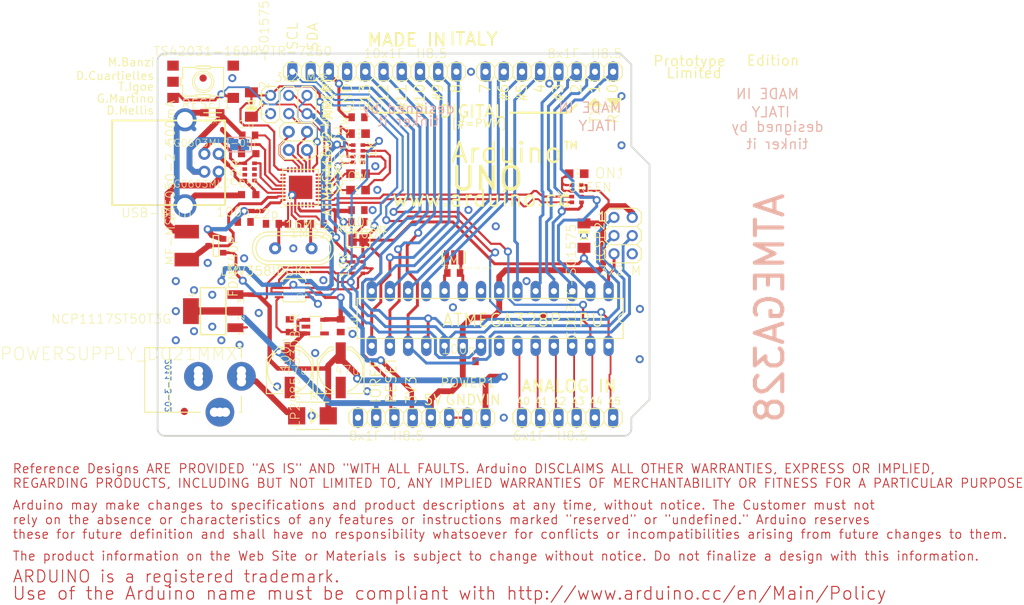
<source format=kicad_pcb>
(kicad_pcb (version 4) (host eakit 0.1.0)
  (layers (0 Top signal) (31 Bottom signal) (34 B.Paste user) (35 F.Paste user) (36 B.SilkS user) (37 F.SilkS user) (38 B.Mask user) (39 F.Mask user) (44 Edge.Cuts user))
  (net 0 "")
  (net 1 +5V)
  (net 2 GND)
  (net 3 AREF)
  (net 4 RESET)
  (net 5 VIN)
  (net 6 M8RXD)
  (net 7 M8TXD)
  (net 8 SCK)
  (net 9 N$3)
  (net 10 N$35)
  (net 11 N$36)
  (net 12 PWRIN)
  (net 13 "D-")
  (net 14 D+)
  (net 15 +3V3)
  (net 16 MISO)
  (net 17 MOSI)
  (net 18 SS)
  (net 19 DTR)
  (net 20 GATE_CMD)
  (net 21 CMP)
  (net 22 USBVCC)
  (net 23 XTAL2)
  (net 24 XTAL1)
  (net 25 TP_VUCAP)
  (net 26 "RD-")
  (net 27 RD+)
  (net 28 RESET2)
  (net 29 MISO2)
  (net 30 MOSI2)
  (net 31 SCK2)
  (net 32 USHIELD)
  (net 33 UGND)
  (net 34 XUSB)
  (net 35 XT2)
  (net 36 XT1)
  (net 37 RXLED)
  (net 38 TXLED)
  (net 39 AD0)
  (net 40 AD1)
  (net 41 AD2)
  (net 42 AD3)
  (net 43 AD4/SDA)
  (net 44 AD5/SCL)
  (net 45 IO2)
  (net 46 IO1)
  (net 47 IO0)
  (net 48 IO3)
  (net 49 IO4)
  (net 50 IO5)
  (net 51 IO6)
  (net 52 IO7)
  (net 53 IO8)
  (net 54 IO9)
  (net 55 "5-GND")
  (net 56 N$1)
  (net 57 PB4)
  (net 58 PB5)
  (net 59 PB6)
  (net 60 PB7)
  (net 61 L13)
  (module @HOLE1 (layer Top) (at 116.840000 124.460000 0.000000)
    (fp_text reference @HOLE1 hide)
    (fp_text value ~ hide)
    (pad "" np_thru_hole circle (at 0.000000 0.000000 0.000000) (size 3.200000 3.200000) (drill 3.200000) (layers *.Cu))
  )
  (module @HOLE2 (layer Top) (at 116.840000 152.400000 0.000000)
    (fp_text reference @HOLE2 hide)
    (fp_text value ~ hide)
    (pad "" np_thru_hole circle (at 0.000000 0.000000 0.000000) (size 3.200000 3.200000) (drill 3.200000) (layers *.Cu))
  )
  (module @HOLE3 (layer Top) (at 66.040000 109.220000 0.000000)
    (fp_text reference @HOLE3 hide)
    (fp_text value ~ hide)
    (pad "" np_thru_hole circle (at 0.000000 0.000000 0.000000) (size 3.200000 3.200000) (drill 3.200000) (layers *.Cu))
  )
  (module @HOLE4 (layer Top) (at 64.770000 157.480000 0.000000)
    (fp_text reference @HOLE4 hide)
    (fp_text value ~ hide)
    (pad "" np_thru_hole circle (at 0.000000 0.000000 0.000000) (size 3.200000 3.200000) (drill 3.200000) (layers *.Cu))
  )
  (module @V1 (layer Top) (at 53.340000 138.430000 0.000000)
    (fp_text reference @V1 hide)
    (fp_text value ~ hide)
    (pad "" thru_hole circle (at 0.000000 0.000000 0.000000) (size 1.117600 1.117600) (drill 0.609600) (layers *.Cu B.Mask F.Mask) (net 1 +5V))
  )
  (module @V2 (layer Top) (at 55.880000 139.700000 0.000000)
    (fp_text reference @V2 hide)
    (fp_text value ~ hide)
    (pad "" thru_hole circle (at 0.000000 0.000000 0.000000) (size 1.117600 1.117600) (drill 0.609600) (layers *.Cu B.Mask F.Mask) (net 1 +5V))
  )
  (module @V3 (layer Top) (at 57.785000 135.890000 0.000000)
    (fp_text reference @V3 hide)
    (fp_text value ~ hide)
    (pad "" thru_hole circle (at 0.000000 0.000000 0.000000) (size 1.117600 1.117600) (drill 0.609600) (layers *.Cu B.Mask F.Mask) (net 1 +5V))
  )
  (module @V4 (layer Top) (at 53.340000 146.685000 0.000000)
    (fp_text reference @V4 hide)
    (fp_text value ~ hide)
    (pad "" thru_hole circle (at 0.000000 0.000000 0.000000) (size 1.117600 1.117600) (drill 0.609600) (layers *.Cu B.Mask F.Mask) (net 1 +5V))
  )
  (module @V5 (layer Top) (at 55.880000 145.415000 0.000000)
    (fp_text reference @V5 hide)
    (fp_text value ~ hide)
    (pad "" thru_hole circle (at 0.000000 0.000000 0.000000) (size 1.117600 1.117600) (drill 0.609600) (layers *.Cu B.Mask F.Mask) (net 1 +5V))
  )
  (module @V6 (layer Top) (at 53.340000 142.621000 0.000000)
    (fp_text reference @V6 hide)
    (fp_text value ~ hide)
    (pad "" thru_hole circle (at 0.000000 0.000000 0.000000) (size 1.117600 1.117600) (drill 0.609600) (layers *.Cu B.Mask F.Mask) (net 1 +5V))
  )
  (module @V7 (layer Top) (at 59.690000 146.685000 0.000000)
    (fp_text reference @V7 hide)
    (fp_text value ~ hide)
    (pad "" thru_hole circle (at 0.000000 0.000000 0.000000) (size 1.117600 1.117600) (drill 0.609600) (layers *.Cu B.Mask F.Mask) (net 1 +5V))
  )
  (module @V8 (layer Top) (at 58.420000 144.780000 0.000000)
    (fp_text reference @V8 hide)
    (fp_text value ~ hide)
    (pad "" thru_hole circle (at 0.000000 0.000000 0.000000) (size 1.117600 1.117600) (drill 0.609600) (layers *.Cu B.Mask F.Mask) (net 1 +5V))
  )
  (module @V9 (layer Top) (at 58.420000 140.335000 0.000000)
    (fp_text reference @V9 hide)
    (fp_text value ~ hide)
    (pad "" thru_hole circle (at 0.000000 0.000000 0.000000) (size 1.117600 1.117600) (drill 0.609600) (layers *.Cu B.Mask F.Mask) (net 1 +5V))
  )
  (module @V10 (layer Top) (at 80.009990 153.797000 0.000000)
    (fp_text reference @V10 hide)
    (fp_text value ~ hide)
    (pad "" thru_hole circle (at 0.000000 0.000000 0.000000) (size 1.117600 1.117600) (drill 0.609600) (layers *.Cu B.Mask F.Mask) (net 2 GND))
  )
  (module @V11 (layer Top) (at 77.978000 145.796000 0.000000)
    (fp_text reference @V11 hide)
    (fp_text value ~ hide)
    (pad "" thru_hole circle (at 0.000000 0.000000 0.000000) (size 1.117600 1.117600) (drill 0.609600) (layers *.Cu B.Mask F.Mask) (net 2 GND))
  )
  (module @V12 (layer Top) (at 67.462400 153.136600 0.000000)
    (fp_text reference @V12 hide)
    (fp_text value ~ hide)
    (pad "" thru_hole circle (at 0.000000 0.000000 0.000000) (size 1.117600 1.117600) (drill 0.609600) (layers *.Cu B.Mask F.Mask) (net 2 GND))
  )
  (module @V13 (layer Top) (at 81.432400 125.704600 0.000000)
    (fp_text reference @V13 hide)
    (fp_text value ~ hide)
    (pad "" thru_hole circle (at 0.000000 0.000000 0.000000) (size 1.117600 1.117600) (drill 0.609600) (layers *.Cu B.Mask F.Mask) (net 2 GND))
  )
  (module @V14 (layer Top) (at 105.410000 110.871000 0.000000)
    (fp_text reference @V14 hide)
    (fp_text value ~ hide)
    (pad "" thru_hole circle (at 0.000000 0.000000 0.000000) (size 1.117600 1.117600) (drill 0.609600) (layers *.Cu B.Mask F.Mask) (net 2 GND))
  )
  (module @V15 (layer Top) (at 81.153000 122.402600 0.000000)
    (fp_text reference @V15 hide)
    (fp_text value ~ hide)
    (pad "" thru_hole circle (at 0.000000 0.000000 0.000000) (size 1.117600 1.117600) (drill 0.609600) (layers *.Cu B.Mask F.Mask) (net 2 GND))
  )
  (module @V16 (layer Top) (at 62.230000 147.320000 0.000000)
    (fp_text reference @V16 hide)
    (fp_text value ~ hide)
    (pad "" thru_hole circle (at 0.000000 0.000000 0.000000) (size 1.117600 1.117600) (drill 0.609600) (layers *.Cu B.Mask F.Mask) (net 2 GND))
  )
  (module @V17 (layer Top) (at 91.973400 142.087600 0.000000)
    (fp_text reference @V17 hide)
    (fp_text value ~ hide)
    (pad "" thru_hole circle (at 0.000000 0.000000 0.000000) (size 1.117600 1.117600) (drill 0.609600) (layers *.Cu B.Mask F.Mask) (net 2 GND))
  )
  (module @V18 (layer Top) (at 102.235000 138.430000 0.000000)
    (fp_text reference @V18 hide)
    (fp_text value ~ hide)
    (pad "" thru_hole circle (at 0.000000 0.000000 0.000000) (size 1.117600 1.117600) (drill 0.609600) (layers *.Cu B.Mask F.Mask) (net 2 GND))
  )
  (module @V19 (layer Top) (at 80.772000 128.524000 0.000000)
    (fp_text reference @V19 hide)
    (fp_text value ~ hide)
    (pad "" thru_hole circle (at 0.000000 0.000000 0.000000) (size 1.117600 1.117600) (drill 0.609600) (layers *.Cu B.Mask F.Mask) (net 2 GND))
  )
  (module @V20 (layer Top) (at 94.488000 109.220000 0.000000)
    (fp_text reference @V20 hide)
    (fp_text value ~ hide)
    (pad "" thru_hole circle (at 0.000000 0.000000 0.000000) (size 1.117600 1.117600) (drill 0.609600) (layers *.Cu B.Mask F.Mask) (net 2 GND))
  )
  (module @V21 (layer Top) (at 99.060000 157.480000 0.000000)
    (fp_text reference @V21 hide)
    (fp_text value ~ hide)
    (pad "" thru_hole circle (at 0.000000 0.000000 0.000000) (size 1.117600 1.117600) (drill 0.609600) (layers *.Cu B.Mask F.Mask) (net 2 GND))
  )
  (module @V22 (layer Top) (at 110.236000 132.080000 0.000000)
    (fp_text reference @V22 hide)
    (fp_text value ~ hide)
    (pad "" thru_hole circle (at 0.000000 0.000000 0.000000) (size 1.117600 1.117600) (drill 0.609600) (layers *.Cu B.Mask F.Mask) (net 2 GND))
  )
  (module @V23 (layer Top) (at 72.288400 157.200600 0.000000)
    (fp_text reference @V23 hide)
    (fp_text value ~ hide)
    (pad "" thru_hole circle (at 0.000000 0.000000 0.000000) (size 1.117600 1.117600) (drill 0.609600) (layers *.Cu B.Mask F.Mask) (net 2 GND))
  )
  (module @V24 (layer Top) (at 118.008400 149.326600 0.000000)
    (fp_text reference @V24 hide)
    (fp_text value ~ hide)
    (pad "" thru_hole circle (at 0.000000 0.000000 0.000000) (size 1.117600 1.117600) (drill 0.609600) (layers *.Cu B.Mask F.Mask) (net 2 GND))
  )
  (module @V25 (layer Top) (at 115.468400 112.623600 0.000000)
    (fp_text reference @V25 hide)
    (fp_text value ~ hide)
    (pad "" thru_hole circle (at 0.000000 0.000000 0.000000) (size 1.117600 1.117600) (drill 0.609600) (layers *.Cu B.Mask F.Mask) (net 2 GND))
  )
  (module @V26 (layer Top) (at 62.865000 135.255000 0.000000)
    (fp_text reference @V26 hide)
    (fp_text value ~ hide)
    (pad "" thru_hole circle (at 0.000000 0.000000 0.000000) (size 1.117600 1.117600) (drill 0.609600) (layers *.Cu B.Mask F.Mask) (net 2 GND))
  )
  (module @V27 (layer Top) (at 118.033800 142.316200 0.000000)
    (fp_text reference @V27 hide)
    (fp_text value ~ hide)
    (pad "" thru_hole circle (at 0.000000 0.000000 0.000000) (size 1.117600 1.117600) (drill 0.609600) (layers *.Cu B.Mask F.Mask) (net 2 GND))
  )
  (module @V28 (layer Top) (at 73.914000 138.303000 0.000000)
    (fp_text reference @V28 hide)
    (fp_text value ~ hide)
    (pad "" thru_hole circle (at 0.000000 0.000000 0.000000) (size 1.117600 1.117600) (drill 0.609600) (layers *.Cu B.Mask F.Mask) (net 2 GND))
  )
  (module @V29 (layer Top) (at 61.214000 110.109000 0.000000)
    (fp_text reference @V29 hide)
    (fp_text value ~ hide)
    (pad "" thru_hole circle (at 0.000000 0.000000 0.000000) (size 1.117600 1.117600) (drill 0.609600) (layers *.Cu B.Mask F.Mask) (net 2 GND))
  )
  (module @V30 (layer Top) (at 97.942400 130.784600 0.000000)
    (fp_text reference @V30 hide)
    (fp_text value ~ hide)
    (pad "" thru_hole circle (at 0.000000 0.000000 0.000000) (size 1.117600 1.117600) (drill 0.609600) (layers *.Cu B.Mask F.Mask) (net 2 GND))
  )
  (module @V31 (layer Top) (at 69.723000 133.858000 0.000000)
    (fp_text reference @V31 hide)
    (fp_text value ~ hide)
    (pad "" thru_hole circle (at 0.000000 0.000000 0.000000) (size 1.117600 1.117600) (drill 0.609600) (layers *.Cu B.Mask F.Mask) (net 2 GND))
  )
  (module @V32 (layer Top) (at 94.132400 128.498600 0.000000)
    (fp_text reference @V32 hide)
    (fp_text value ~ hide)
    (pad "" thru_hole circle (at 0.000000 0.000000 0.000000) (size 1.117600 1.117600) (drill 0.609600) (layers *.Cu B.Mask F.Mask) (net 2 GND))
  )
  (module @V33 (layer Top) (at 72.771000 148.463000 0.000000)
    (fp_text reference @V33 hide)
    (fp_text value ~ hide)
    (pad "" thru_hole circle (at 0.000000 0.000000 0.000000) (size 1.117600 1.117600) (drill 0.609600) (layers *.Cu B.Mask F.Mask) (net 2 GND))
  )
  (module @V34 (layer Top) (at 64.897000 142.875000 0.000000)
    (fp_text reference @V34 hide)
    (fp_text value ~ hide)
    (pad "" thru_hole circle (at 0.000000 0.000000 0.000000) (size 1.117600 1.117600) (drill 0.609600) (layers *.Cu B.Mask F.Mask) (net 2 GND))
  )
  (module @V35 (layer Top) (at 115.468400 119.481600 0.000000)
    (fp_text reference @V35 hide)
    (fp_text value ~ hide)
    (pad "" thru_hole circle (at 0.000000 0.000000 0.000000) (size 1.117600 1.117600) (drill 0.609600) (layers *.Cu B.Mask F.Mask) (net 2 GND))
  )
  (module "SmartPrj:DIL28-3" (layer Top) (at 97.155000 143.637000 180.000000)
    (fp_text reference ZU4)
    (fp_text value "ATMEGA328P-PU" (at -4.614332 -0.253990 180.000000) (layer F.SilkS) (effects (font (size 1.778000 1.778000) (thickness 0.177800))))
    (pad 1 thru_hole oval (at -16.510000 3.810000 180.000000) (size 1.422400 2.844800) (drill 0.850000) (layers *.Cu B.Mask F.Mask) (net 4 RESET))
    (pad 2 thru_hole oval (at -13.970000 3.810000 180.000000) (size 1.422400 2.844800) (drill 0.850000) (layers *.Cu B.Mask F.Mask) (net 47 IO0))
    (pad 3 thru_hole oval (at -11.430000 3.810000 180.000000) (size 1.422400 2.844800) (drill 0.850000) (layers *.Cu B.Mask F.Mask) (net 46 IO1))
    (pad 4 thru_hole oval (at -8.890000 3.810000 180.000000) (size 1.422400 2.844800) (drill 0.850000) (layers *.Cu B.Mask F.Mask) (net 45 IO2))
    (pad 5 thru_hole oval (at -6.350000 3.810000 180.000000) (size 1.422400 2.844800) (drill 0.850000) (layers *.Cu B.Mask F.Mask) (net 48 IO3))
    (pad 6 thru_hole oval (at -3.810000 3.810000 180.000000) (size 1.422400 2.844800) (drill 0.850000) (layers *.Cu B.Mask F.Mask) (net 49 IO4))
    (pad 7 thru_hole oval (at -1.270000 3.810000 180.000000) (size 1.422400 2.844800) (drill 0.850000) (layers *.Cu B.Mask F.Mask) (net 1 +5V))
    (pad 8 thru_hole oval (at 1.270000 3.810000 180.000000) (size 1.422400 2.844800) (drill 0.850000) (layers *.Cu B.Mask F.Mask) (net 2 GND))
    (pad 9 thru_hole oval (at 3.810000 3.810000 180.000000) (size 1.422400 2.844800) (drill 0.850000) (layers *.Cu B.Mask F.Mask) (net 24 XTAL1))
    (pad 10 thru_hole oval (at 6.350000 3.810000 180.000000) (size 1.422400 2.844800) (drill 0.850000) (layers *.Cu B.Mask F.Mask) (net 23 XTAL2))
    (pad 11 thru_hole oval (at 8.890000 3.810000 180.000000) (size 1.422400 2.844800) (drill 0.850000) (layers *.Cu B.Mask F.Mask) (net 50 IO5))
    (pad 12 thru_hole oval (at 11.430000 3.810000 180.000000) (size 1.422400 2.844800) (drill 0.850000) (layers *.Cu B.Mask F.Mask) (net 51 IO6))
    (pad 13 thru_hole oval (at 13.970000 3.810000 180.000000) (size 1.422400 2.844800) (drill 0.850000) (layers *.Cu B.Mask F.Mask) (net 52 IO7))
    (pad 14 thru_hole oval (at 16.510000 3.810000 180.000000) (size 1.422400 2.844800) (drill 0.850000) (layers *.Cu B.Mask F.Mask) (net 53 IO8))
    (pad 15 thru_hole oval (at 16.510000 -3.810000 180.000000) (size 1.422400 2.844800) (drill 0.850000) (layers *.Cu B.Mask F.Mask) (net 54 IO9))
    (pad 16 thru_hole oval (at 13.970000 -3.810000 180.000000) (size 1.422400 2.844800) (drill 0.850000) (layers *.Cu B.Mask F.Mask) (net 18 SS))
    (pad 17 thru_hole oval (at 11.430000 -3.810000 180.000000) (size 1.422400 2.844800) (drill 0.850000) (layers *.Cu B.Mask F.Mask) (net 17 MOSI))
    (pad 18 thru_hole oval (at 8.890000 -3.810000 180.000000) (size 1.422400 2.844800) (drill 0.850000) (layers *.Cu B.Mask F.Mask) (net 16 MISO))
    (pad 19 thru_hole oval (at 6.350000 -3.810000 180.000000) (size 1.422400 2.844800) (drill 0.850000) (layers *.Cu B.Mask F.Mask) (net 8 SCK))
    (pad 20 thru_hole oval (at 3.810000 -3.810000 180.000000) (size 1.422400 2.844800) (drill 0.850000) (layers *.Cu B.Mask F.Mask) (net 1 +5V))
    (pad 21 thru_hole oval (at 1.270000 -3.810000 180.000000) (size 1.422400 2.844800) (drill 0.850000) (layers *.Cu B.Mask F.Mask) (net 3 AREF))
    (pad 22 thru_hole oval (at -1.270000 -3.810000 180.000000) (size 1.422400 2.844800) (drill 0.850000) (layers *.Cu B.Mask F.Mask) (net 2 GND))
    (pad 23 thru_hole oval (at -3.810000 -3.810000 180.000000) (size 1.422400 2.844800) (drill 0.850000) (layers *.Cu B.Mask F.Mask) (net 39 AD0))
    (pad 24 thru_hole oval (at -6.350000 -3.810000 180.000000) (size 1.422400 2.844800) (drill 0.850000) (layers *.Cu B.Mask F.Mask) (net 40 AD1))
    (pad 25 thru_hole oval (at -8.890000 -3.810000 180.000000) (size 1.422400 2.844800) (drill 0.850000) (layers *.Cu B.Mask F.Mask) (net 41 AD2))
    (pad 26 thru_hole oval (at -11.430000 -3.810000 180.000000) (size 1.422400 2.844800) (drill 0.850000) (layers *.Cu B.Mask F.Mask) (net 42 AD3))
    (pad 27 thru_hole oval (at -13.970000 -3.810000 180.000000) (size 1.422400 2.844800) (drill 0.850000) (layers *.Cu B.Mask F.Mask) (net 43 AD4/SDA))
    (pad 28 thru_hole oval (at -16.510000 -3.810000 180.000000) (size 1.422400 2.844800) (drill 0.850000) (layers *.Cu B.Mask F.Mask) (net 44 AD5/SCL))
  )
  (module SmartPrj:2X03 (layer Top) (at 115.697000 132.080000 270.000000)
    (fp_text reference ICSP2 (at 0.864091 3.238012 90.000000) (layer F.SilkS) (effects (font (size 1.270000 1.270000) (thickness 0.127000))))
    (fp_text value "3x2 M" (at 4.903006 0.406102 180.000000) (layer F.SilkS) (effects (font (size 1.270000 1.270000) (thickness 0.101600))))
    (pad 1 thru_hole circle (at -2.540000 1.270000 270.000000) (size 1.550000 1.550000) (drill 0.950000) (layers *.Cu B.Mask F.Mask) (net 16 MISO))
    (pad 2 thru_hole circle (at -2.540000 -1.270000 270.000000) (size 1.550000 1.550000) (drill 0.950000) (layers *.Cu B.Mask F.Mask) (net 1 +5V))
    (pad 3 thru_hole circle (at 0.000000 1.270000 270.000000) (size 1.550000 1.550000) (drill 0.950000) (layers *.Cu B.Mask F.Mask) (net 8 SCK))
    (pad 4 thru_hole circle (at 0.000000 -1.270000 270.000000) (size 1.550000 1.550000) (drill 0.950000) (layers *.Cu B.Mask F.Mask) (net 17 MOSI))
    (pad 5 thru_hole circle (at 2.540000 1.270000 270.000000) (size 1.550000 1.550000) (drill 0.950000) (layers *.Cu B.Mask F.Mask) (net 4 RESET))
    (pad 6 thru_hole circle (at 2.540000 -1.270000 270.000000) (size 1.550000 1.550000) (drill 0.950000) (layers *.Cu B.Mask F.Mask) (net 2 GND))
  )
  (module SmartPrj:1X08 (layer Top) (at 105.410000 109.220000 180.000000)
    (fp_text reference IOL1 hide)
    (fp_text value "8x1F-H8.5" (at -4.928798 2.539995 180.000000) (layer F.SilkS) (effects (font (size 1.270000 1.270000) (thickness 0.101600))))
    (pad 1 thru_hole oval (at -8.890000 0.000000 180.000000) (size 1.422400 2.844800) (drill 0.850000) (layers *.Cu B.Mask F.Mask) (net 47 IO0))
    (pad 2 thru_hole oval (at -6.350000 0.000000 180.000000) (size 1.422400 2.844800) (drill 0.850000) (layers *.Cu B.Mask F.Mask) (net 46 IO1))
    (pad 3 thru_hole oval (at -3.810000 0.000000 180.000000) (size 1.422400 2.844800) (drill 0.850000) (layers *.Cu B.Mask F.Mask) (net 45 IO2))
    (pad 4 thru_hole oval (at -1.270000 0.000000 180.000000) (size 1.422400 2.844800) (drill 0.850000) (layers *.Cu B.Mask F.Mask) (net 48 IO3))
    (pad 5 thru_hole oval (at 1.270000 0.000000 180.000000) (size 1.422400 2.844800) (drill 0.850000) (layers *.Cu B.Mask F.Mask) (net 49 IO4))
    (pad 6 thru_hole oval (at 3.810000 0.000000 180.000000) (size 1.422400 2.844800) (drill 0.850000) (layers *.Cu B.Mask F.Mask) (net 50 IO5))
    (pad 7 thru_hole oval (at 6.350000 0.000000 180.000000) (size 1.422400 2.844800) (drill 0.850000) (layers *.Cu B.Mask F.Mask) (net 51 IO6))
    (pad 8 thru_hole oval (at 8.890000 0.000000 180.000000) (size 1.422400 2.844800) (drill 0.850000) (layers *.Cu B.Mask F.Mask) (net 52 IO7))
  )
  (module SmartPrj:1X10 (layer Top) (at 81.026000 109.220000 180.000000)
    (fp_text reference IOH1 hide)
    (fp_text value "10x1F-H8.5" (at -4.324050 2.539995 180.000000) (layer F.SilkS) (effects (font (size 1.270000 1.270000) (thickness 0.101600))))
    (pad 1 thru_hole oval (at -11.430000 0.000000 180.000000) (size 1.422400 2.844800) (drill 0.850000) (layers *.Cu B.Mask F.Mask) (net 53 IO8))
    (pad 2 thru_hole oval (at -8.890000 0.000000 180.000000) (size 1.422400 2.844800) (drill 0.850000) (layers *.Cu B.Mask F.Mask) (net 54 IO9))
    (pad 3 thru_hole oval (at -6.350000 0.000000 180.000000) (size 1.422400 2.844800) (drill 0.850000) (layers *.Cu B.Mask F.Mask) (net 18 SS))
    (pad 4 thru_hole oval (at -3.810000 0.000000 180.000000) (size 1.422400 2.844800) (drill 0.850000) (layers *.Cu B.Mask F.Mask) (net 17 MOSI))
    (pad 5 thru_hole oval (at -1.270000 0.000000 180.000000) (size 1.422400 2.844800) (drill 0.850000) (layers *.Cu B.Mask F.Mask) (net 16 MISO))
    (pad 6 thru_hole oval (at 1.270000 0.000000 180.000000) (size 1.422400 2.844800) (drill 0.850000) (layers *.Cu B.Mask F.Mask) (net 8 SCK))
    (pad 7 thru_hole oval (at 3.810000 0.000000 180.000000) (size 1.422400 2.844800) (drill 0.850000) (layers *.Cu B.Mask F.Mask) (net 2 GND))
    (pad 8 thru_hole oval (at 6.350000 0.000000 180.000000) (size 1.422400 2.844800) (drill 0.850000) (layers *.Cu B.Mask F.Mask) (net 3 AREF))
    (pad 9 thru_hole oval (at 8.890000 0.000000 180.000000) (size 1.422400 2.844800) (drill 0.850000) (layers *.Cu B.Mask F.Mask) (net 43 AD4/SDA))
    (pad 10 thru_hole oval (at 11.430000 0.000000 180.000000) (size 1.422400 2.844800) (drill 0.850000) (layers *.Cu B.Mask F.Mask) (net 44 AD5/SCL))
  )
  (module SmartPrj:1X06 (layer Top) (at 107.950000 157.480000 0.000000)
    (fp_text reference AD1 hide)
    (fp_text value "6x1F-H8.5" (at -2.388804 2.540003 0.000000) (layer F.SilkS) (effects (font (size 1.270000 1.270000) (thickness 0.101600))))
    (pad 1 thru_hole oval (at -6.350000 0.000000 0.000000) (size 1.422400 2.844800) (drill 0.850000) (layers *.Cu B.Mask F.Mask) (net 39 AD0))
    (pad 2 thru_hole oval (at -3.810000 0.000000 0.000000) (size 1.422400 2.844800) (drill 0.850000) (layers *.Cu B.Mask F.Mask) (net 40 AD1))
    (pad 3 thru_hole oval (at -1.270000 0.000000 0.000000) (size 1.422400 2.844800) (drill 0.850000) (layers *.Cu B.Mask F.Mask) (net 41 AD2))
    (pad 4 thru_hole oval (at 1.270000 0.000000 0.000000) (size 1.422400 2.844800) (drill 0.850000) (layers *.Cu B.Mask F.Mask) (net 42 AD3))
    (pad 5 thru_hole oval (at 3.810000 0.000000 0.000000) (size 1.422400 2.844800) (drill 0.850000) (layers *.Cu B.Mask F.Mask) (net 43 AD4/SDA))
    (pad 6 thru_hole oval (at 6.350000 0.000000 0.000000) (size 1.422400 2.844800) (drill 0.850000) (layers *.Cu B.Mask F.Mask) (net 44 AD5/SCL))
  )
  (module "SmartPrj:C0603-ROUND" (layer Top) (at 62.865000 130.175000 180.000000)
    (fp_text reference C2)
    (fp_text value 100n (at 1.499810 1.396998 180.000000) (layer F.SilkS) (effects (font (size 1.270000 1.270000) (thickness 0.101600))))
    (pad 1 smd rect (at -0.889000 0.000000 180.000000) (size 0.898400 1.100000) (drill 0.000000) (layers F.Cu F.Mask F.Paste) (net 2 GND))
    (pad 2 smd rect (at 0.889000 0.000000 180.000000) (size 0.898400 1.100000) (drill 0.000000) (layers F.Cu F.Mask F.Paste) (net 1 +5V))
  )
  (module rcl:PANASONIC_D (layer Top) (at 76.327000 150.876000 90.000000)
    (fp_text reference PC1 hide)
    (fp_text value 47u (at -0.000005 0.882960 180.000000) (layer F.SilkS) (effects (font (size 1.270000 1.270000) (thickness 0.081280))))
    (pad - smd rect (at -2.400000 0.000000 90.000000) (size 3.000000 1.400000) (drill 0.000000) (layers F.Cu F.Mask F.Paste) (net 2 GND))
    (pad + smd rect (at 2.400000 0.000000 90.000000) (size 3.000000 1.400000) (drill 0.000000) (layers F.Cu F.Mask F.Paste) (net 5 VIN))
  )
  (module rcl:PANASONIC_D (layer Top) (at 69.215000 150.876000 90.000000)
    (fp_text reference PC2 hide)
    (fp_text value 47u (at -0.000005 0.755953 180.000000) (layer F.SilkS) (effects (font (size 1.270000 1.270000) (thickness 0.081280))))
    (pad - smd rect (at -2.400000 0.000000 90.000000) (size 3.000000 1.400000) (drill 0.000000) (layers F.Cu F.Mask F.Paste) (net 2 GND))
    (pad + smd rect (at 2.400000 0.000000 90.000000) (size 3.000000 1.400000) (drill 0.000000) (layers F.Cu F.Mask F.Paste) (net 1 +5V))
  )
  (module "led:CHIP-LED0805" (layer Top) (at 109.220000 123.444000 270.000000)
    (fp_text reference ON1 (at -0.076198 -4.707460 0.000000) (layer F.SilkS) (effects (font (size 1.422400 1.422400) (thickness 0.101600))))
    (fp_text value GREEN (at 1.905001 -1.814281 0.000000) (layer F.SilkS) (effects (font (size 1.270000 1.270000) (thickness 0.101600))))
    (pad C smd rect (at 0.000000 -1.050000 270.000000) (size 1.200000 1.200000) (drill 0.000000) (layers F.Cu F.Mask F.Paste) (net 2 GND))
    (pad A smd rect (at 0.000000 1.050000 270.000000) (size 1.200000 1.200000) (drill 0.000000) (layers F.Cu F.Mask F.Paste) (net 9 N$3))
  )
  (module "led:CHIP-LED0805" (layer Top) (at 78.740000 125.730000 90.000000)
    (fp_text reference RX1 hide)
    (fp_text value YELLOW (at 1.905009 -2.267860 180.000000) (layer F.SilkS) (effects (font (size 1.270000 1.270000) (thickness 0.101600))))
    (pad C smd rect (at 0.000000 -1.050000 90.000000) (size 1.200000 1.200000) (drill 0.000000) (layers F.Cu F.Mask F.Paste) (net 37 RXLED))
    (pad A smd rect (at 0.000000 1.050000 90.000000) (size 1.200000 1.200000) (drill 0.000000) (layers F.Cu F.Mask F.Paste) (net 10 N$35))
  )
  (module "led:CHIP-LED0805" (layer Top) (at 78.740000 123.444000 90.000000)
    (fp_text reference TX1 hide)
    (fp_text value YELLOW (at 1.905001 -2.267860 180.000000) (layer F.SilkS) (effects (font (size 1.270000 1.270000) (thickness 0.101600))))
    (pad C smd rect (at 0.000000 -1.050000 90.000000) (size 1.200000 1.200000) (drill 0.000000) (layers F.Cu F.Mask F.Paste) (net 38 TXLED))
    (pad A smd rect (at 0.000000 1.050000 90.000000) (size 1.200000 1.200000) (drill 0.000000) (layers F.Cu F.Mask F.Paste) (net 11 N$36))
  )
  (module diode:SMB (layer Top) (at 72.390000 157.226000 180.000000)
    (fp_text reference D1)
    (fp_text value M7 (at -0.828520 2.794001 180.000000) (layer F.SilkS) (effects (font (size 1.270000 1.270000) (thickness 0.101600))))
    (pad C smd rect (at -2.200000 0.000000 180.000000) (size 2.400000 2.400000) (drill 0.000000) (layers F.Cu F.Mask F.Paste) (net 5 VIN))
    (pad A smd rect (at 2.200000 0.000000 180.000000) (size 2.400000 2.400000) (drill 0.000000) (layers F.Cu F.Mask F.Paste) (net 12 PWRIN))
  )
  (module "SmartPrj:POWERSUPPLY_DC-21MM" (layer Top) (at 56.134000 151.638000 90.000000)
    (fp_text reference X1 hide)
    (fp_text value POWERSUPPLY_DC21MMX (at 3.048012 -10.752670 180.000000) (layer F.SilkS) (effects (font (size 1.778000 1.778000) (thickness 0.088900))))
    (pad 1 thru_hole circle (at -5.080000 3.352800 90.000000) (size 4.000000 4.000000) (drill 1.300000) (layers *.Cu B.Mask F.Mask) (net 2 GND))
    (pad 2 thru_hole circle (at -0.076200 6.350000 90.000000) (size 4.000000 4.000000) (drill 1.300000) (layers *.Cu B.Mask F.Mask) (net 12 PWRIN))
    (pad 3 thru_hole circle (at -0.076200 0.355600 90.000000) (size 4.000000 4.000000) (drill 1.300000) (layers *.Cu B.Mask F.Mask) (net 2 GND))
    (pad 4 thru_hole circle (at -5.080000 4.114800 90.000000) (size 1.950000 1.950000) (drill 1.300000) (layers *.Cu B.Mask F.Mask))
    (pad 5 thru_hole circle (at -5.080000 2.590800 90.000000) (size 1.950000 1.950000) (drill 1.300000) (layers *.Cu B.Mask F.Mask))
    (pad 6 thru_hole circle (at -0.838200 0.355600 90.000000) (size 1.950000 1.950000) (drill 1.300000) (layers *.Cu B.Mask F.Mask))
    (pad 7 thru_hole circle (at 0.685800 0.355600 90.000000) (size 1.950000 1.950000) (drill 1.300000) (layers *.Cu B.Mask F.Mask))
    (pad 8 thru_hole circle (at -0.838200 6.350000 90.000000) (size 1.950000 1.950000) (drill 1.300000) (layers *.Cu B.Mask F.Mask))
    (pad 9 thru_hole circle (at 0.685800 6.350000 90.000000) (size 1.950000 1.950000) (drill 1.300000) (layers *.Cu B.Mask F.Mask))
  )
  (module "SmartPrj:FIDUCIA-MOUNT" (layer Top) (at 57.150000 110.109000 0.000000)
    (fp_text reference FD1 hide)
    (fp_text value FIDUCIALMOUNT hide)
    (pad P$1 smd oval (at 0.000000 0.000000 0.000000) (size 1.016000 1.016000) (drill 0.000000) (layers F.Cu F.Mask F.Paste))
  )
  (module "SmartPrj:FIDUCIA-MOUNT" (layer Top) (at 104.640000 143.279000 0.000000)
    (fp_text reference FD2 hide)
    (fp_text value FIDUCIALMOUNT hide)
    (pad P$1 smd oval (at 0.000000 0.000000 0.000000) (size 1.016000 1.016000) (drill 0.000000) (layers F.Cu F.Mask F.Paste))
  )
  (module "SmartPrj:FIDUCIA-MOUNT" (layer Top) (at 54.530000 156.610000 0.000000)
    (fp_text reference FD3 hide)
    (fp_text value FIDUCIALMOUNT hide)
    (pad P$1 smd oval (at 0.000000 0.000000 0.000000) (size 1.016000 1.016000) (drill 0.000000) (layers F.Cu F.Mask F.Paste))
  )
  (module SmartPrj:PN61729 (layer Top) (at 54.610000 121.920000 270.000000)
    (fp_text reference X2)
    (fp_text value "USB-B_TH" (at 6.984995 3.930952 0.000000) (layer F.SilkS) (effects (font (size 1.270000 1.270000) (thickness 0.101600))))
    (pad 1 thru_hole circle (at 1.250000 -4.710000 270.000000) (size 1.676400 1.676400) (drill 0.950000) (layers *.Cu B.Mask F.Mask) (net 34 XUSB))
    (pad 2 thru_hole circle (at -1.250000 -4.710000 270.000000) (size 1.676400 1.676400) (drill 0.950000) (layers *.Cu B.Mask F.Mask) (net 13 "D-"))
    (pad 3 thru_hole circle (at -1.250000 -2.710000 270.000000) (size 1.676400 1.676400) (drill 0.950000) (layers *.Cu B.Mask F.Mask) (net 14 D+))
    (pad 4 thru_hole circle (at 1.250000 -2.710000 270.000000) (size 1.676400 1.676400) (drill 0.950000) (layers *.Cu B.Mask F.Mask) (net 33 UGND))
    (pad P$1 thru_hole circle (at -6.000000 0.000000 270.000000) (size 3.216000 3.216000) (drill 2.200000) (layers *.Cu B.Mask F.Mask) (net 32 USHIELD))
    (pad P$2 thru_hole circle (at 6.000000 0.000000 270.000000) (size 3.216000 3.216000) (drill 2.200000) (layers *.Cu B.Mask F.Mask) (net 32 USHIELD))
  )
  (module linear:SOT223 (layer Top) (at 58.547000 142.621000 90.000000)
    (fp_text reference U1)
    (fp_text value NCP1117ST50T3G (at -1.092184 -14.217960 180.000000) (layer F.SilkS) (effects (font (size 1.270000 1.270000) (thickness 0.101600))))
    (fp_text user 3 (at 1.407848 3.911600 90.000000) (layer F.SilkS) (effects (font (size 0.812800 0.812800) (thickness 0.097536))))
    (fp_text user 4 (at 2.292048 -2.946400 90.000000) (layer F.SilkS) (effects (font (size 0.812800 0.812800) (thickness 0.097536))))
    (fp_text user 1 (at -3.065552 3.911600 90.000000) (layer F.SilkS) (effects (font (size 0.812800 0.812800) (thickness 0.097536))))
    (fp_text user 2 (at -0.903552 3.921000 90.000000) (layer F.SilkS) (effects (font (size 0.812800 0.812800) (thickness 0.097536))))
    (pad 1 smd rect (at -2.311400 3.098800 90.000000) (size 1.219200 2.235200) (drill 0.000000) (layers F.Cu F.Mask F.Paste) (net 2 GND))
    (pad 2 smd rect (at 0.000000 3.098800 90.000000) (size 1.219200 2.235200) (drill 0.000000) (layers F.Cu F.Mask F.Paste) (net 1 +5V))
    (pad 3 smd rect (at 2.311400 3.098800 90.000000) (size 1.219200 2.235200) (drill 0.000000) (layers F.Cu F.Mask F.Paste) (net 5 VIN))
    (pad 4 smd rect (at 0.000000 -3.099000 90.000000) (size 3.600000 2.200000) (drill 0.000000) (layers F.Cu F.Mask F.Paste) (net 1 +5V))
  )
  (module "SmartPrj:C0603-ROUND" (layer Top) (at 78.740000 115.570000 180.000000)
    (fp_text reference C4)
    (fp_text value 100n (at -1.167190 1.650995 180.000000) (layer F.SilkS) (effects (font (size 1.270000 1.270000) (thickness 0.101600))))
    (pad 1 smd rect (at -0.889000 0.000000 180.000000) (size 0.898400 1.100000) (drill 0.000000) (layers F.Cu F.Mask F.Paste) (net 2 GND))
    (pad 2 smd rect (at 0.889000 0.000000 180.000000) (size 0.898400 1.100000) (drill 0.000000) (layers F.Cu F.Mask F.Paste) (net 3 AREF))
  )
  (module rcl:L1812 (layer Top) (at 54.864000 133.477000 90.000000)
    (fp_text reference F1)
    (fp_text value "MF-MSMF050-2 500mA" (at 8.756948 -2.286001 90.000000) (layer F.SilkS) (effects (font (size 1.270000 1.270000) (thickness 0.101600))))
    (pad 1 smd rect (at -1.950000 0.000000 90.000000) (size 1.900000 3.400000) (drill 0.000000) (layers F.Cu F.Mask F.Paste) (net 22 USBVCC))
    (pad 2 smd rect (at 1.950000 0.000000 90.000000) (size 1.900000 3.400000) (drill 0.000000) (layers F.Cu F.Mask F.Paste) (net 34 XUSB))
  )
  (module "SmartPrj:C0603-ROUND" (layer Top) (at 78.740000 128.524000 0.000000)
    (fp_text reference C7)
    (fp_text value 100n (at -0.278190 1.651011 0.000000) (layer F.SilkS) (effects (font (size 1.270000 1.270000) (thickness 0.101600))))
    (pad 1 smd rect (at -0.889000 0.000000 0.000000) (size 0.898400 1.100000) (drill 0.000000) (layers F.Cu F.Mask F.Paste) (net 1 +5V))
    (pad 2 smd rect (at 0.889000 0.000000 0.000000) (size 0.898400 1.100000) (drill 0.000000) (layers F.Cu F.Mask F.Paste) (net 2 GND))
  )
  (module "led:CHIP-LED0805" (layer Top) (at 78.740000 117.856000 270.000000)
    (fp_text reference L2 (at -0.050793 3.539070 180.000000) (layer F.SilkS) (effects (font (size 1.422400 1.422400) (thickness 0.101600))))
    (fp_text value YELLOW (at 0.997864 1.905001 270.000000) (layer F.SilkS) (effects (font (size 1.270000 1.270000) (thickness 0.101600))))
    (pad C smd rect (at 0.000000 -1.050000 270.000000) (size 1.200000 1.200000) (drill 0.000000) (layers F.Cu F.Mask F.Paste) (net 2 GND))
    (pad A smd rect (at 0.000000 1.050000 270.000000) (size 1.200000 1.200000) (drill 0.000000) (layers F.Cu F.Mask F.Paste) (net 56 N$1))
  )
  (module "zetex:SOT-23" (layer Top) (at 58.928000 133.477000 270.000000)
    (fp_text reference T1)
    (fp_text value FDN340P (at 2.896806 -2.413000 270.000000) (layer F.SilkS) (effects (font (size 1.270000 1.270000) (thickness 0.127000))))
    (pad 3 smd rect (at 0.990600 -1.016000 270.000000) (size 0.787400 0.889000) (drill 0.000000) (layers F.Cu F.Mask F.Paste) (net 20 GATE_CMD))
    (pad 2 smd rect (at -0.939800 -1.016000 270.000000) (size 0.787400 0.889000) (drill 0.000000) (layers F.Cu F.Mask F.Paste) (net 1 +5V))
    (pad 1 smd rect (at 0.025400 1.016000 270.000000) (size 0.787400 0.889000) (drill 0.000000) (layers F.Cu F.Mask F.Paste) (net 22 USBVCC))
  )
  (module "SmartPrj:C0603-ROUND" (layer Top) (at 69.215000 144.653000 270.000000)
    (fp_text reference C1)
    (fp_text value 100n (at 4.039811 0.634997 270.000000) (layer F.SilkS) (effects (font (size 1.270000 1.270000) (thickness 0.101600))))
    (pad 1 smd rect (at -0.889000 0.000000 270.000000) (size 0.898400 1.100000) (drill 0.000000) (layers F.Cu F.Mask F.Paste) (net 2 GND))
    (pad 2 smd rect (at 0.889000 0.000000 270.000000) (size 0.898400 1.100000) (drill 0.000000) (layers F.Cu F.Mask F.Paste) (net 1 +5V))
  )
  (module SmartPrj:MLF32 (layer Top) (at 70.739000 125.349000 90.000000)
    (fp_text reference U3)
    (fp_text value "ATMEGA16U2-MU(R)" (at 5.595851 3.714899 90.000000) (layer F.SilkS) (effects (font (size 1.270000 1.270000) (thickness 0.150000))))
    (fp_text user 1 (at -2.712952 -2.406400 90.000000) (layer F.SilkS) (effects (font (size 0.812800 0.812800) (thickness 0.065024))))
    (pad 1 smd rect (at -2.450000 -1.750000 90.000000) (size 0.700000 0.280000) (drill 0.000000) (layers F.Cu F.Mask F.Paste) (net 36 XT1))
    (pad 2 smd rect (at -2.450000 -1.250000 90.000000) (size 0.700000 0.280000) (drill 0.000000) (layers F.Cu F.Mask F.Paste) (net 35 XT2))
    (pad 3 smd rect (at -2.450000 -0.750000 90.000000) (size 0.700000 0.280000) (drill 0.000000) (layers F.Cu F.Mask F.Paste) (net 2 GND))
    (pad 4 smd rect (at -2.450000 -0.250000 90.000000) (size 0.700000 0.280000) (drill 0.000000) (layers F.Cu F.Mask F.Paste) (net 1 +5V))
    (pad 5 smd rect (at -2.450000 0.250000 90.000000) (size 0.700000 0.280000) (drill 0.000000) (layers F.Cu F.Mask F.Paste))
    (pad 6 smd rect (at -2.450000 0.750000 90.000000) (size 0.700000 0.280000) (drill 0.000000) (layers F.Cu F.Mask F.Paste))
    (pad 7 smd rect (at -2.450000 1.250000 90.000000) (size 0.700000 0.280000) (drill 0.000000) (layers F.Cu F.Mask F.Paste))
    (pad 8 smd rect (at -2.450000 1.750000 90.000000) (size 0.700000 0.280000) (drill 0.000000) (layers F.Cu F.Mask F.Paste) (net 7 M8TXD))
    (pad 9 smd rect (at -1.750000 2.450000 90.000000) (size 0.280000 0.700000) (drill 0.000000) (layers F.Cu F.Mask F.Paste) (net 6 M8RXD))
    (pad 10 smd rect (at -1.250000 2.450000 90.000000) (size 0.280000 0.700000) (drill 0.000000) (layers F.Cu F.Mask F.Paste) (net 37 RXLED))
    (pad 11 smd rect (at -0.750000 2.450000 90.000000) (size 0.280000 0.700000) (drill 0.000000) (layers F.Cu F.Mask F.Paste) (net 38 TXLED))
    (pad 12 smd rect (at -0.250000 2.450000 90.000000) (size 0.280000 0.700000) (drill 0.000000) (layers F.Cu F.Mask F.Paste))
    (pad 13 smd rect (at 0.250000 2.450000 90.000000) (size 0.280000 0.700000) (drill 0.000000) (layers F.Cu F.Mask F.Paste) (net 19 DTR))
    (pad 14 smd rect (at 0.750000 2.450000 90.000000) (size 0.280000 0.700000) (drill 0.000000) (layers F.Cu F.Mask F.Paste))
    (pad 15 smd rect (at 1.250000 2.450000 90.000000) (size 0.280000 0.700000) (drill 0.000000) (layers F.Cu F.Mask F.Paste) (net 31 SCK2))
    (pad 16 smd rect (at 1.750000 2.450000 90.000000) (size 0.280000 0.700000) (drill 0.000000) (layers F.Cu F.Mask F.Paste) (net 30 MOSI2))
    (pad 17 smd rect (at 2.450000 1.750000 90.000000) (size 0.700000 0.280000) (drill 0.000000) (layers F.Cu F.Mask F.Paste) (net 29 MISO2))
    (pad 18 smd rect (at 2.450000 1.250000 90.000000) (size 0.700000 0.280000) (drill 0.000000) (layers F.Cu F.Mask F.Paste) (net 57 PB4))
    (pad 19 smd rect (at 2.450000 0.750000 90.000000) (size 0.700000 0.280000) (drill 0.000000) (layers F.Cu F.Mask F.Paste) (net 58 PB5))
    (pad 20 smd rect (at 2.450000 0.250000 90.000000) (size 0.700000 0.280000) (drill 0.000000) (layers F.Cu F.Mask F.Paste) (net 59 PB6))
    (pad 21 smd rect (at 2.450000 -0.250000 90.000000) (size 0.700000 0.280000) (drill 0.000000) (layers F.Cu F.Mask F.Paste) (net 60 PB7))
    (pad 22 smd rect (at 2.450000 -0.750000 90.000000) (size 0.700000 0.280000) (drill 0.000000) (layers F.Cu F.Mask F.Paste))
    (pad 23 smd rect (at 2.450000 -1.250000 90.000000) (size 0.700000 0.280000) (drill 0.000000) (layers F.Cu F.Mask F.Paste))
    (pad 24 smd rect (at 2.450000 -1.750000 90.000000) (size 0.700000 0.280000) (drill 0.000000) (layers F.Cu F.Mask F.Paste) (net 28 RESET2))
    (pad 25 smd rect (at 1.750000 -2.450000 90.000000) (size 0.280000 0.700000) (drill 0.000000) (layers F.Cu F.Mask F.Paste))
    (pad 26 smd rect (at 1.250000 -2.450000 90.000000) (size 0.280000 0.700000) (drill 0.000000) (layers F.Cu F.Mask F.Paste))
    (pad 27 smd rect (at 0.750000 -2.450000 90.000000) (size 0.280000 0.700000) (drill 0.000000) (layers F.Cu F.Mask F.Paste) (net 25 TP_VUCAP))
    (pad 28 smd rect (at 0.250000 -2.450000 90.000000) (size 0.280000 0.700000) (drill 0.000000) (layers F.Cu F.Mask F.Paste) (net 33 UGND))
    (pad 29 smd rect (at -0.250000 -2.450000 90.000000) (size 0.280000 0.700000) (drill 0.000000) (layers F.Cu F.Mask F.Paste) (net 27 RD+))
    (pad 30 smd rect (at -0.750000 -2.450000 90.000000) (size 0.280000 0.700000) (drill 0.000000) (layers F.Cu F.Mask F.Paste) (net 26 "RD-"))
    (pad 31 smd rect (at -1.250000 -2.450000 90.000000) (size 0.280000 0.700000) (drill 0.000000) (layers F.Cu F.Mask F.Paste) (net 22 USBVCC))
    (pad 32 smd rect (at -1.750000 -2.450000 90.000000) (size 0.280000 0.700000) (drill 0.000000) (layers F.Cu F.Mask F.Paste) (net 1 +5V))
    (pad 33 smd rect (at 0.000000 0.000000 90.000000) (size 3.254000 3.254000) (drill 0.000000) (layers F.Cu) (net 2 GND))
  )
  (module "SmartPrj:C0603-ROUND" (layer Top) (at 78.740000 130.175000 0.000000)
    (fp_text reference C5)
    (fp_text value 100n (at 1.499810 1.651011 0.000000) (layer F.SilkS) (effects (font (size 1.270000 1.270000) (thickness 0.101600))))
    (pad 1 smd rect (at -0.889000 0.000000 0.000000) (size 0.898400 1.100000) (drill 0.000000) (layers F.Cu F.Mask F.Paste) (net 19 DTR))
    (pad 2 smd rect (at 0.889000 0.000000 0.000000) (size 0.898400 1.100000) (drill 0.000000) (layers F.Cu F.Mask F.Paste) (net 4 RESET))
  )
  (module SmartPrj:2X03 (layer Top) (at 69.088000 113.792000 180.000000)
    (fp_text reference ICSP1)
    (fp_text value "3x2 M" (at -0.876903 3.810000 180.000000) (layer F.SilkS) (effects (font (size 1.270000 1.270000) (thickness 0.101600))))
    (pad 1 thru_hole circle (at -2.540000 1.270000 180.000000) (size 1.550000 1.550000) (drill 0.950000) (layers *.Cu B.Mask F.Mask) (net 29 MISO2))
    (pad 2 thru_hole circle (at -2.540000 -1.270000 180.000000) (size 1.550000 1.550000) (drill 0.950000) (layers *.Cu B.Mask F.Mask) (net 1 +5V))
    (pad 3 thru_hole circle (at 0.000000 1.270000 180.000000) (size 1.550000 1.550000) (drill 0.950000) (layers *.Cu B.Mask F.Mask) (net 31 SCK2))
    (pad 4 thru_hole circle (at 0.000000 -1.270000 180.000000) (size 1.550000 1.550000) (drill 0.950000) (layers *.Cu B.Mask F.Mask) (net 30 MOSI2))
    (pad 5 thru_hole circle (at 2.540000 1.270000 180.000000) (size 1.550000 1.550000) (drill 0.950000) (layers *.Cu B.Mask F.Mask) (net 28 RESET2))
    (pad 6 thru_hole circle (at 2.540000 -1.270000 180.000000) (size 1.550000 1.550000) (drill 0.950000) (layers *.Cu B.Mask F.Mask) (net 2 GND))
  )
  (module varistor:CT_CN0603 (layer Top) (at 63.500000 120.650000 180.000000)
    (fp_text reference Z1)
    (fp_text value "CG0603MLC-05E" (at 5.007238 1.492000 180.000000) (layer F.SilkS) (effects (font (size 1.016000 1.016000) (thickness 0.081280))))
    (pad 1 smd rect (at -1.000000 0.000000 180.000000) (size 1.000000 1.000000) (drill 0.000000) (layers F.Cu F.Mask F.Paste) (net 14 D+))
    (pad 2 smd rect (at 1.000000 0.000000 180.000000) (size 1.000000 1.000000) (drill 0.000000) (layers F.Cu F.Mask F.Paste) (net 32 USHIELD))
  )
  (module varistor:CT_CN0603 (layer Top) (at 63.500000 126.365000 180.000000)
    (fp_text reference Z2)
    (fp_text value "CG0603MLC-05E" (at 5.007238 1.492000 180.000000) (layer F.SilkS) (effects (font (size 1.016000 1.016000) (thickness 0.081280))))
    (pad 1 smd rect (at -1.000000 0.000000 180.000000) (size 1.000000 1.000000) (drill 0.000000) (layers F.Cu F.Mask F.Paste) (net 13 "D-"))
    (pad 2 smd rect (at 1.000000 0.000000 180.000000) (size 1.000000 1.000000) (drill 0.000000) (layers F.Cu F.Mask F.Paste) (net 32 USHIELD))
  )
  (module jumper:SJ (layer Bottom) (at 62.230000 119.380000 180.000000)
    (fp_text reference GROUND1 hide)
    (fp_text value "" (at 0.400101 0.000000 180.000000) (layer B.SilkS) (effects (font (size 0.020000 0.020000) (thickness 0.001600)) (justify mirror)))
    (pad 1 smd rect (at -0.762000 0.000000 180.000000) (size 1.168400 1.600200) (drill 0.000000) (layers B.Cu B.Mask B.Paste) (net 2 GND))
    (pad 2 smd rect (at 0.762000 0.000000 180.000000) (size 1.168400 1.600200) (drill 0.000000) (layers B.Cu B.Mask B.Paste) (net 33 UGND))
  )
  (module "wuerth-elektronik:0805" (layer Top) (at 58.420000 114.935000 180.000000)
    (fp_text reference L1)
    (fp_text value BLM21 (at -0.424542 -1.257299 180.000000) (layer F.SilkS) (effects (font (size 0.609600 0.609600) (thickness 0.048768))))
    (pad 1 smd rect (at -1.100000 0.000000 180.000000) (size 1.200000 1.000000) (drill 0.000000) (layers F.Cu F.Mask F.Paste) (net 33 UGND))
    (pad 2 smd rect (at 1.100000 0.000000 180.000000) (size 1.200000 1.000000) (drill 0.000000) (layers F.Cu F.Mask F.Paste) (net 32 USHIELD))
  )
  (module jumper:SJ (layer Top) (at 78.740000 132.715000 0.000000)
    (fp_text reference "RESET-EN1" (at 0.601136 -1.549405 0.000000) (layer F.SilkS) (effects (font (size 0.812800 0.812800) (thickness 0.127000))))
    (fp_text value "" (at 0.400101 0.000000 0.000000) (layer F.SilkS) (effects (font (size 0.020000 0.020000) (thickness 0.001600))))
    (pad 1 smd rect (at -0.762000 0.000000 0.000000) (size 1.168400 1.600200) (drill 0.000000) (layers F.Cu F.Mask F.Paste) (net 4 RESET))
    (pad 2 smd rect (at 0.762000 0.000000 0.000000) (size 1.168400 1.600200) (drill 0.000000) (layers F.Cu F.Mask F.Paste) (net 4 RESET))
  )
  (module "SmartPrj:R0603-ROUND" (layer Top) (at 92.075000 137.287000 180.000000)
    (fp_text reference R2)
    (fp_text value 1M (at 0.568475 1.650995 180.000000) (layer F.SilkS) (effects (font (size 1.270000 1.270000) (thickness 0.101600))))
    (pad 1 smd rect (at -0.889000 0.000000 180.000000) (size 0.898400 1.100000) (drill 0.000000) (layers F.Cu F.Mask F.Paste) (net 24 XTAL1))
    (pad 2 smd rect (at 0.889000 0.000000 180.000000) (size 0.898400 1.100000) (drill 0.000000) (layers F.Cu F.Mask F.Paste) (net 23 XTAL2))
  )
  (module "resistor-dil:CAY16" (layer Top) (at 78.740000 120.650000 270.000000)
    (fp_text reference RN2)
    (fp_text value 1K (at -0.665237 -1.904997 270.000000) (layer F.SilkS) (effects (font (size 1.270000 1.270000) (thickness 0.127000))))
    (pad 1 smd rect (at -1.200000 0.675000 270.000000) (size 0.500000 0.650000) (drill 0.000000) (layers F.Cu F.Mask F.Paste) (net 56 N$1))
    (pad 2 smd rect (at -0.400000 0.675000 270.000000) (size 0.500000 0.650000) (drill 0.000000) (layers F.Cu F.Mask F.Paste) (net 1 +5V))
    (pad 3 smd rect (at 0.400000 0.675000 270.000000) (size 0.500000 0.650000) (drill 0.000000) (layers F.Cu F.Mask F.Paste) (net 1 +5V))
    (pad 4 smd rect (at 1.200000 0.675000 270.000000) (size 0.500000 0.650000) (drill 0.000000) (layers F.Cu F.Mask F.Paste) (net 19 DTR))
    (pad 5 smd rect (at 1.200000 -0.675000 270.000000) (size 0.500000 0.650000) (drill 0.000000) (layers F.Cu F.Mask F.Paste) (net 2 GND))
    (pad 6 smd rect (at 0.400000 -0.675000 270.000000) (size 0.500000 0.650000) (drill 0.000000) (layers F.Cu F.Mask F.Paste) (net 11 N$36))
    (pad 7 smd rect (at -0.400000 -0.675000 270.000000) (size 0.500000 0.650000) (drill 0.000000) (layers F.Cu F.Mask F.Paste) (net 10 N$35))
    (pad 8 smd rect (at -1.200000 -0.675000 270.000000) (size 0.500000 0.650000) (drill 0.000000) (layers F.Cu F.Mask F.Paste) (net 61 L13))
  )
  (module "resistor-dil:CAY16" (layer Top) (at 78.740000 136.144000 90.000000)
    (fp_text reference RN1)
    (fp_text value 10K (at -0.060475 -1.904997 90.000000) (layer F.SilkS) (effects (font (size 1.270000 1.270000) (thickness 0.127000))))
    (pad 1 smd rect (at -1.200000 0.675000 90.000000) (size 0.500000 0.650000) (drill 0.000000) (layers F.Cu F.Mask F.Paste) (net 21 CMP))
    (pad 2 smd rect (at -0.400000 0.675000 90.000000) (size 0.500000 0.650000) (drill 0.000000) (layers F.Cu F.Mask F.Paste) (net 21 CMP))
    (pad 3 smd rect (at 0.400000 0.675000 90.000000) (size 0.500000 0.650000) (drill 0.000000) (layers F.Cu F.Mask F.Paste) (net 1 +5V))
    (pad 4 smd rect (at 1.200000 0.675000 90.000000) (size 0.500000 0.650000) (drill 0.000000) (layers F.Cu F.Mask F.Paste) (net 4 RESET))
    (pad 5 smd rect (at 1.200000 -0.675000 90.000000) (size 0.500000 0.650000) (drill 0.000000) (layers F.Cu F.Mask F.Paste) (net 1 +5V))
    (pad 6 smd rect (at 0.400000 -0.675000 90.000000) (size 0.500000 0.650000) (drill 0.000000) (layers F.Cu F.Mask F.Paste) (net 28 RESET2))
    (pad 7 smd rect (at -0.400000 -0.675000 90.000000) (size 0.500000 0.650000) (drill 0.000000) (layers F.Cu F.Mask F.Paste) (net 2 GND))
    (pad 8 smd rect (at -1.200000 -0.675000 90.000000) (size 0.500000 0.650000) (drill 0.000000) (layers F.Cu F.Mask F.Paste) (net 5 VIN))
  )
  (module "SmartPrj:C0603-ROUND" (layer Top) (at 94.233990 149.606000 180.000000)
    (fp_text reference C6)
    (fp_text value 100n (at 1.499802 1.650995 180.000000) (layer F.SilkS) (effects (font (size 1.270000 1.270000) (thickness 0.101600))))
    (pad 1 smd rect (at -0.889000 0.000000 180.000000) (size 0.898400 1.100000) (drill 0.000000) (layers F.Cu F.Mask F.Paste) (net 2 GND))
    (pad 2 smd rect (at 0.889000 0.000000 180.000000) (size 0.898400 1.100000) (drill 0.000000) (layers F.Cu F.Mask F.Paste) (net 1 +5V))
  )
  (module "SmartPrj:C0603-ROUND" (layer Top) (at 63.500000 118.110000 180.000000)
    (fp_text reference C8)
    (fp_text value 1u (at 0.290286 1.651003 180.000000) (layer F.SilkS) (effects (font (size 1.270000 1.270000) (thickness 0.101600))))
    (pad 1 smd rect (at -0.889000 0.000000 180.000000) (size 0.898400 1.100000) (drill 0.000000) (layers F.Cu F.Mask F.Paste) (net 25 TP_VUCAP))
    (pad 2 smd rect (at 0.889000 0.000000 180.000000) (size 0.898400 1.100000) (drill 0.000000) (layers F.Cu F.Mask F.Paste) (net 33 UGND))
  )
  (module "resistor-dil:CAY16" (layer Top) (at 109.220000 126.238000 90.000000)
    (fp_text reference RN4)
    (fp_text value 1K (at -0.665237 -1.905004 90.000000) (layer F.SilkS) (effects (font (size 1.270000 1.270000) (thickness 0.127000))))
    (pad 1 smd rect (at -1.200000 0.675000 90.000000) (size 0.500000 0.650000) (drill 0.000000) (layers F.Cu F.Mask F.Paste) (net 46 IO1))
    (pad 2 smd rect (at -0.400000 0.675000 90.000000) (size 0.500000 0.650000) (drill 0.000000) (layers F.Cu F.Mask F.Paste) (net 47 IO0))
    (pad 3 smd rect (at 0.400000 0.675000 90.000000) (size 0.500000 0.650000) (drill 0.000000) (layers F.Cu F.Mask F.Paste) (net 1 +5V))
    (pad 4 smd rect (at 1.200000 0.675000 90.000000) (size 0.500000 0.650000) (drill 0.000000) (layers F.Cu F.Mask F.Paste) (net 1 +5V))
    (pad 5 smd rect (at 1.200000 -0.675000 90.000000) (size 0.500000 0.650000) (drill 0.000000) (layers F.Cu F.Mask F.Paste) (net 9 N$3))
    (pad 6 smd rect (at 0.400000 -0.675000 90.000000) (size 0.500000 0.650000) (drill 0.000000) (layers F.Cu F.Mask F.Paste) (net 9 N$3))
    (pad 7 smd rect (at -0.400000 -0.675000 90.000000) (size 0.500000 0.650000) (drill 0.000000) (layers F.Cu F.Mask F.Paste) (net 6 M8RXD))
    (pad 8 smd rect (at -1.200000 -0.675000 90.000000) (size 0.500000 0.650000) (drill 0.000000) (layers F.Cu F.Mask F.Paste) (net 7 M8TXD))
  )
  (module "resistor-dil:CAY16" (layer Top) (at 63.627000 123.190000 90.000000)
    (fp_text reference RN3)
    (fp_text value 22R (at -0.060483 -1.905000 90.000000) (layer F.SilkS) (effects (font (size 1.270000 1.270000) (thickness 0.127000))))
    (pad 1 smd rect (at -1.200000 0.675000 90.000000) (size 0.500000 0.650000) (drill 0.000000) (layers F.Cu F.Mask F.Paste) (net 26 "RD-"))
    (pad 2 smd rect (at -0.400000 0.675000 90.000000) (size 0.500000 0.650000) (drill 0.000000) (layers F.Cu F.Mask F.Paste))
    (pad 3 smd rect (at 0.400000 0.675000 90.000000) (size 0.500000 0.650000) (drill 0.000000) (layers F.Cu F.Mask F.Paste))
    (pad 4 smd rect (at 1.200000 0.675000 90.000000) (size 0.500000 0.650000) (drill 0.000000) (layers F.Cu F.Mask F.Paste) (net 27 RD+))
    (pad 5 smd rect (at 1.200000 -0.675000 90.000000) (size 0.500000 0.650000) (drill 0.000000) (layers F.Cu F.Mask F.Paste) (net 14 D+))
    (pad 6 smd rect (at 0.400000 -0.675000 90.000000) (size 0.500000 0.650000) (drill 0.000000) (layers F.Cu F.Mask F.Paste))
    (pad 7 smd rect (at -0.400000 -0.675000 90.000000) (size 0.500000 0.650000) (drill 0.000000) (layers F.Cu F.Mask F.Paste))
    (pad 8 smd rect (at -1.200000 -0.675000 90.000000) (size 0.500000 0.650000) (drill 0.000000) (layers F.Cu F.Mask F.Paste) (net 13 "D-"))
  )
  (module "SmartPrj:C0603-ROUND" (layer Top) (at 76.327000 144.653000 90.000000)
    (fp_text reference C3)
    (fp_text value 1u (at 0.290278 1.651003 90.000000) (layer F.SilkS) (effects (font (size 1.270000 1.270000) (thickness 0.101600))))
    (pad 1 smd rect (at -0.889000 0.000000 90.000000) (size 0.898400 1.100000) (drill 0.000000) (layers F.Cu F.Mask F.Paste) (net 2 GND))
    (pad 2 smd rect (at 0.889000 0.000000 90.000000) (size 0.898400 1.100000) (drill 0.000000) (layers F.Cu F.Mask F.Paste) (net 15 +3V3))
  )
  (module "SmartPrj:R0603-ROUND" (layer Top) (at 69.850000 130.429000 0.000000)
    (fp_text reference R1)
    (fp_text value 1M (at 0.695474 1.269999 0.000000) (layer F.SilkS) (effects (font (size 1.270000 1.270000) (thickness 0.101600))))
    (pad 1 smd rect (at -0.889000 0.000000 0.000000) (size 0.898400 1.100000) (drill 0.000000) (layers F.Cu F.Mask F.Paste) (net 36 XT1))
    (pad 2 smd rect (at 0.889000 0.000000 0.000000) (size 0.898400 1.100000) (drill 0.000000) (layers F.Cu F.Mask F.Paste) (net 35 XT2))
  )
  (module "SmartPrj:C0603-ROUND" (layer Top) (at 66.802000 130.429000 180.000000)
    (fp_text reference C9)
    (fp_text value 22p (at 0.895048 1.396982 180.000000) (layer F.SilkS) (effects (font (size 1.270000 1.270000) (thickness 0.101600))))
    (pad 1 smd rect (at -0.889000 0.000000 180.000000) (size 0.898400 1.100000) (drill 0.000000) (layers F.Cu F.Mask F.Paste) (net 36 XT1))
    (pad 2 smd rect (at 0.889000 0.000000 180.000000) (size 0.898400 1.100000) (drill 0.000000) (layers F.Cu F.Mask F.Paste) (net 2 GND))
  )
  (module "SmartPrj:C0603-ROUND" (layer Top) (at 73.025000 130.429000 0.000000)
    (fp_text reference C11)
    (fp_text value 22p (at 0.895048 1.397013 0.000000) (layer F.SilkS) (effects (font (size 1.270000 1.270000) (thickness 0.101600))))
    (pad 1 smd rect (at -0.889000 0.000000 0.000000) (size 0.898400 1.100000) (drill 0.000000) (layers F.Cu F.Mask F.Paste) (net 35 XT2))
    (pad 2 smd rect (at 0.889000 0.000000 0.000000) (size 0.898400 1.100000) (drill 0.000000) (layers F.Cu F.Mask F.Paste) (net 2 GND))
  )
  (module SmartPrj:2X02 (layer Top) (at 70.358000 118.872000 90.000000)
    (fp_text reference JP2)
    (fp_text value "2x2 M - NM" (at 3.537863 3.810000 90.000000) (layer F.SilkS) (effects (font (size 1.270000 1.270000) (thickness 0.101600))))
    (pad 1 thru_hole circle (at -1.270000 1.270000 90.000000) (size 1.676400 1.676400) (drill 0.950000) (layers *.Cu B.Mask F.Mask) (net 57 PB4))
    (pad 2 thru_hole circle (at -1.270000 -1.270000 90.000000) (size 1.676400 1.676400) (drill 0.950000) (layers *.Cu B.Mask F.Mask) (net 59 PB6))
    (pad 3 thru_hole circle (at 1.270000 1.270000 90.000000) (size 1.676400 1.676400) (drill 0.950000) (layers *.Cu B.Mask F.Mask) (net 58 PB5))
    (pad 4 thru_hole circle (at 1.270000 -1.270000 90.000000) (size 1.676400 1.676400) (drill 0.950000) (layers *.Cu B.Mask F.Mask) (net 60 PB7))
  )
  (module linear:MSOP08 (layer Top) (at 69.850000 139.700000 90.000000)
    (fp_text reference U5)
    (fp_text value LMV358IDGKR (at 2.667002 -3.900714 180.000000) (layer F.SilkS) (effects (font (size 1.270000 1.270000) (thickness 0.127000))))
    (pad 8 smd rect (at -0.976000 -2.112000 90.000000) (size 0.300000 1.200000) (drill 0.000000) (layers F.Cu F.Mask F.Paste) (net 1 +5V))
    (pad 7 smd rect (at -0.326000 -2.112000 90.000000) (size 0.300000 1.200000) (drill 0.000000) (layers F.Cu F.Mask F.Paste) (net 61 L13))
    (pad 6 smd rect (at 0.324000 -2.112000 90.000000) (size 0.300000 1.200000) (drill 0.000000) (layers F.Cu F.Mask F.Paste) (net 61 L13))
    (pad 5 smd rect (at 0.974000 -2.112000 90.000000) (size 0.300000 1.200000) (drill 0.000000) (layers F.Cu F.Mask F.Paste) (net 8 SCK))
    (pad 4 smd rect (at 0.974000 2.113000 90.000000) (size 0.300000 1.200000) (drill 0.000000) (layers F.Cu F.Mask F.Paste) (net 2 GND))
    (pad 3 smd rect (at 0.324000 2.113000 90.000000) (size 0.300000 1.200000) (drill 0.000000) (layers F.Cu F.Mask F.Paste) (net 21 CMP))
    (pad 2 smd rect (at -0.326000 2.113000 90.000000) (size 0.300000 1.200000) (drill 0.000000) (layers F.Cu F.Mask F.Paste) (net 15 +3V3))
    (pad 1 smd rect (at -0.976000 2.113000 90.000000) (size 0.300000 1.200000) (drill 0.000000) (layers F.Cu F.Mask F.Paste) (net 20 GATE_CMD))
  )
  (module SmartPrj:TS42 (layer Top) (at 57.150000 110.617000 0.000000)
    (fp_text reference RESET1 (at 0.477381 3.103007 0.000000) (layer F.SilkS) (effects (font (size 1.270000 1.270000) (thickness 0.101600))))
    (fp_text value "TS42031-160R-TR-7260" (at 5.521097 -4.253996 0.000000) (layer F.SilkS) (effects (font (size 1.270000 1.270000) (thickness 0.101600))))
    (pad 1 smd rect (at -4.200000 -2.250000 0.000000) (size 1.600000 1.400000) (drill 0.000000) (layers F.Cu F.Mask F.Paste) (net 2 GND))
    (pad 2 smd rect (at 4.200000 -2.250000 0.000000) (size 1.600000 1.400000) (drill 0.000000) (layers F.Cu F.Mask F.Paste) (net 2 GND))
    (pad 3 smd rect (at -4.200000 2.250000 0.000000) (size 1.600000 1.400000) (drill 0.000000) (layers F.Cu F.Mask F.Paste) (net 4 RESET))
    (pad 4 smd rect (at 4.200000 2.250000 0.000000) (size 1.600000 1.400000) (drill 0.000000) (layers F.Cu F.Mask F.Paste) (net 4 RESET))
    (pad 5 smd rect (at -4.200000 0.000000 0.000000) (size 1.600000 1.400000) (drill 0.000000) (layers F.Cu F.Mask) (net 55 "5-GND"))
  )
  (module SmartPrj:RESONATOR (layer Top) (at 92.075000 135.128000 0.000000)
    (fp_text reference Y2)
    (fp_text value "CSTCE16M0V53-R0 16MHZ" (at 2.173737 1.510204 0.000000) (layer F.SilkS) (effects (font (size 0.355600 0.355600) (thickness 0.028448))))
    (pad 1 smd rect (at -1.000000 0.000000 0.000000) (size 0.700000 2.000000) (drill 0.000000) (layers F.Cu F.Mask F.Paste) (net 23 XTAL2))
    (pad 2 smd rect (at 0.000000 0.000000 0.000000) (size 0.700000 2.000000) (drill 0.000000) (layers F.Cu F.Mask F.Paste) (net 2 GND))
    (pad 3 smd rect (at 1.000000 0.000000 0.000000) (size 0.700000 2.000000) (drill 0.000000) (layers F.Cu F.Mask F.Paste) (net 24 XTAL1))
  )
  (module "SmartPrj:SOT23-DBV" (layer Top) (at 72.771000 144.780000 270.000000)
    (fp_text reference U2)
    (fp_text value "LP2985-33DBVR" (at 6.108097 2.794001 270.000000) (layer F.SilkS) (effects (font (size 1.270000 1.270000) (thickness 0.101600))))
    (pad 1 smd rect (at -0.950000 1.300000 270.000000) (size 0.550000 1.200000) (drill 0.000000) (layers F.Cu F.Mask F.Paste) (net 1 +5V))
    (pad 2 smd rect (at 0.000000 1.300000 270.000000) (size 0.550000 1.200000) (drill 0.000000) (layers F.Cu F.Mask F.Paste) (net 2 GND))
    (pad 3 smd rect (at 0.950000 1.300000 270.000000) (size 0.550000 1.200000) (drill 0.000000) (layers F.Cu F.Mask F.Paste) (net 1 +5V))
    (pad 4 smd rect (at 0.950000 -1.300000 270.000000) (size 0.550000 1.200000) (drill 0.000000) (layers F.Cu F.Mask F.Paste))
    (pad 5 smd rect (at -0.950000 -1.300000 270.000000) (size 0.550000 1.200000) (drill 0.000000) (layers F.Cu F.Mask F.Paste) (net 15 +3V3))
  )
  (module SmartPrj:1X08 (layer Top) (at 87.630000 157.480000 0.000000)
    (fp_text reference POWER1 (at 6.431028 -4.876806 0.000000) (layer F.SilkS) (effects (font (size 1.270000 1.270000) (thickness 0.127000))))
    (fp_text value "8x1F-H8.5" (at -4.928813 2.540003 0.000000) (layer F.SilkS) (effects (font (size 1.270000 1.270000) (thickness 0.101600))))
    (pad 1 thru_hole oval (at -8.890000 0.000000 0.000000) (size 1.422400 2.844800) (drill 0.850000) (layers *.Cu B.Mask F.Mask))
    (pad 2 thru_hole oval (at -6.350000 0.000000 0.000000) (size 1.422400 2.844800) (drill 0.850000) (layers *.Cu B.Mask F.Mask) (net 1 +5V))
    (pad 3 thru_hole oval (at -3.810000 0.000000 0.000000) (size 1.422400 2.844800) (drill 0.850000) (layers *.Cu B.Mask F.Mask) (net 4 RESET))
    (pad 4 thru_hole oval (at -1.270000 0.000000 0.000000) (size 1.422400 2.844800) (drill 0.850000) (layers *.Cu B.Mask F.Mask) (net 15 +3V3))
    (pad 5 thru_hole oval (at 1.270000 0.000000 0.000000) (size 1.422400 2.844800) (drill 0.850000) (layers *.Cu B.Mask F.Mask) (net 1 +5V))
    (pad 6 thru_hole oval (at 3.810000 0.000000 0.000000) (size 1.422400 2.844800) (drill 0.850000) (layers *.Cu B.Mask F.Mask) (net 2 GND))
    (pad 7 thru_hole oval (at 6.350000 0.000000 0.000000) (size 1.422400 2.844800) (drill 0.850000) (layers *.Cu B.Mask F.Mask) (net 2 GND))
    (pad 8 thru_hole oval (at 8.890000 0.000000 0.000000) (size 1.422400 2.844800) (drill 0.850000) (layers *.Cu B.Mask F.Mask) (net 5 VIN))
  )
  (module diode:MINIMELF (layer Top) (at 110.236000 132.080000 270.000000)
    (fp_text reference D2)
    (fp_text value "CD1206-S01575" (at 6.452809 1.778002 270.000000) (layer F.SilkS) (effects (font (size 1.270000 1.270000) (thickness 0.101600))))
    (pad C smd rect (at -1.700000 0.000000 270.000000) (size 1.400000 1.800000) (drill 0.000000) (layers F.Cu F.Mask F.Paste) (net 1 +5V))
    (pad A smd rect (at 1.700000 0.000000 270.000000) (size 1.400000 1.800000) (drill 0.000000) (layers F.Cu F.Mask F.Paste) (net 4 RESET))
  )
  (module diode:MINIMELF (layer Top) (at 63.881000 113.792000 90.000000)
    (fp_text reference D3)
    (fp_text value "CD1206-S01575" (at 6.452809 1.777998 90.000000) (layer F.SilkS) (effects (font (size 1.270000 1.270000) (thickness 0.101600))))
    (pad C smd rect (at -1.700000 0.000000 90.000000) (size 1.400000 1.800000) (drill 0.000000) (layers F.Cu F.Mask F.Paste) (net 1 +5V))
    (pad A smd rect (at 1.700000 0.000000 90.000000) (size 1.400000 1.800000) (drill 0.000000) (layers F.Cu F.Mask F.Paste) (net 28 RESET2))
  )
  (module SmartPrj:QS (layer Top) (at 69.723000 133.858000 180.000000)
    (fp_text reference Y1)
    (fp_text value 16MHz (at -1.965478 3.302012 180.000000) (layer F.SilkS) (effects (font (size 1.270000 1.270000) (thickness 0.127000))))
    (pad 1 thru_hole circle (at -2.540000 0.000000 180.000000) (size 1.676400 1.676400) (drill 0.850000) (layers *.Cu B.Mask F.Mask) (net 35 XT2))
    (pad 2 thru_hole circle (at 2.540000 0.000000 180.000000) (size 1.676400 1.676400) (drill 0.850000) (layers *.Cu B.Mask F.Mask) (net 36 XT1))
  )
  (module SmartPrj:DISCLAIMER (layer Top) (at 30.607000 183.388000 0.000000)
    (fp_text reference U$1 hide)
    (fp_text value DISCLAIMER hide)
    (fp_text user "Reference Designs ARE PROVIDED \"AS IS\" AND \"WITH ALL FAULTS. Arduino DISCLAIMS ALL OTHER WARRANTIES, EXPRESS OR IMPLIED," (at 64.255940 -18.796000 0.000000) (layer F.Cu) (effects (font (size 1.270000 1.270000) (thickness 0.127000))))
    (fp_text user "REGARDING PRODUCTS, INCLUDING BUT NOT LIMITED TO, ANY IMPLIED WARRANTIES OF MERCHANTABILITY OR FITNESS FOR A PARTICULAR PURPOSE" (at 70.454760 -16.764000 0.000000) (layer F.Cu) (effects (font (size 1.270000 1.270000) (thickness 0.127000))))
    (fp_text user "Arduino may make changes to specifications and product descriptions at any time, without notice. The Customer must not" (at 60.083100 -13.716000 0.000000) (layer F.Cu) (effects (font (size 1.270000 1.270000) (thickness 0.127000))))
    (fp_text user "rely on the absence or characteristics of any features or instructions marked \"reserved\" or \"undefined.\" Arduino reserves" (at 59.750500 -11.684000 0.000000) (layer F.Cu) (effects (font (size 1.270000 1.270000) (thickness 0.127000))))
    (fp_text user "these for future definition and shall have no responsibility whatsoever for conflicts or incompatibilities arising from future changes to them." (at 69.305730 -9.652000 0.000000) (layer F.Cu) (effects (font (size 1.270000 1.270000) (thickness 0.127000))))
    (fp_text user "The product information on the Web Site or Materials is subject to change without notice. Do not finalize a design with this information. " (at 67.824050 -6.604000 0.000000) (layer F.Cu) (effects (font (size 1.270000 1.270000) (thickness 0.127000))))
    (fp_text user "ARDUINO is a registered trademark." (at 22.791060 -3.759200 0.000000) (layer F.Cu) (effects (font (size 1.676400 1.676400) (thickness 0.134112))))
  )
  (gr_text 5V (at 87.757000 154.990800 0.000000) (layer F.SilkS) (effects (font (size 1.422400 1.422400) (thickness 0.170688)) (justify left)))
  (gr_text A0 (at 100.788600 155.181800 0.000000) (layer F.SilkS) (effects (font (size 1.016000 1.016000) (thickness 0.121920)) (justify left)))
  (gr_text "ANALOG IN" (at 101.346000 153.085800 0.000000) (layer F.SilkS) (effects (font (size 1.676400 1.676400) (thickness 0.251460)) (justify left)))
  (gr_text DIGITAL (at 89.952400 114.767600 0.000000) (layer F.SilkS) (effects (font (size 1.676400 1.676400) (thickness 0.251460)) (justify left)))
  (gr_text Arduino (at 91.440000 120.523000 0.000000) (layer F.SilkS) (effects (font (size 2.794000 2.794000) (thickness 0.335280)) (justify left)))
  (gr_text AREF (at 74.528000 116.005500 90.000000) (layer F.SilkS) (effects (font (size 1.422400 1.422400) (thickness 0.142240)) (justify left)))
  (gr_text 1 (at 112.046400 129.440600 0.000000) (layer F.SilkS) (effects (font (size 1.270000 1.270000) (thickness 0.190500)) (justify left)))
  (gr_text GND (at 77.184200 115.218100 90.000000) (layer F.SilkS) (effects (font (size 1.422400 1.422400) (thickness 0.142240)) (justify left)))
  (gr_text M.Banzi (at 43.760570 107.886500 0.000000) (layer F.SilkS) (effects (font (size 1.143000 1.143000) (thickness 0.137160)) (justify left)))
  (gr_text D.Cuartielles (at 39.330090 109.791500 0.000000) (layer F.SilkS) (effects (font (size 1.143000 1.143000) (thickness 0.137160)) (justify left)))
  (gr_text D.Mellis (at 43.575510 114.617500 0.000000) (layer F.SilkS) (effects (font (size 1.143000 1.143000) (thickness 0.137160)) (justify left)))
  (gr_text TX (at 111.806400 116.573800 90.000000) (layer F.SilkS) (effects (font (size 1.422400 1.422400) (thickness 0.142240)) (justify left)))
  (gr_text RX (at 114.350800 116.586000 90.000000) (layer F.SilkS) (effects (font (size 1.422400 1.422400) (thickness 0.142240)) (justify left)))
  (gr_text TX (at 74.015590 123.139200 0.000000) (layer F.SilkS) (effects (font (size 1.422400 1.422400) (thickness 0.213360)) (justify left)))
  (gr_text RX (at 73.930930 125.552200 0.000000) (layer F.SilkS) (effects (font (size 1.422400 1.422400) (thickness 0.213360)) (justify left)))
  (gr_text G.Martino (at 42.214800 112.966500 0.000000) (layer F.SilkS) (effects (font (size 1.143000 1.143000) (thickness 0.137160)) (justify left)))
  (gr_text "MADE IN" (at 79.883000 104.775000 0.000000) (layer F.SilkS) (effects (font (size 1.778000 1.778000) (thickness 0.266700)) (justify left)))
  (gr_text ITALY (at 91.313000 104.648000 0.000000) (layer F.SilkS) (effects (font (size 1.778000 1.778000) (thickness 0.266700)) (justify left)))
  (gr_text T.Igoe (at 45.208370 111.315500 0.000000) (layer F.SilkS) (effects (font (size 1.143000 1.143000) (thickness 0.137160)) (justify left)))
  (gr_text "2011-3-02" (at 52.298600 149.225000 90.000000) (layer Bottom) (effects (font (size 0.812800 0.812800) (thickness 0.121920)) (justify left mirror)))
  (gr_text UNO (at 91.440000 124.142500 0.000000) (layer F.SilkS) (effects (font (size 3.175000 3.175000) (thickness 0.476250)) (justify left)))
  (gr_text Prototype (at 119.790600 107.721400 0.000000) (layer F.SilkS) (effects (font (size 1.422400 1.422400) (thickness 0.170688)) (justify left)))
  (gr_text RESET (at 83.362800 155.575000 90.000000) (layer F.SilkS) (effects (font (size 1.422400 1.422400) (thickness 0.142240)) (justify left)))
  (gr_text 3V3 (at 86.156800 155.702000 90.000000) (layer F.SilkS) (effects (font (size 1.422400 1.422400) (thickness 0.142240)) (justify left)))
  (gr_text TM (at 107.315000 119.507000 0.000000) (layer F.SilkS) (effects (font (size 1.016000 1.016000) (thickness 0.203200)) (justify left)))
  (gr_text Limited (at 121.621500 109.397800 0.000000) (layer F.SilkS) (effects (font (size 1.422400 1.422400) (thickness 0.170688)) (justify left)))
  (gr_text Edition (at 132.816600 107.651500 0.000000) (layer F.SilkS) (effects (font (size 1.422400 1.422400) (thickness 0.170688)) (justify left)))
  (gr_text ATMEGA328 (at 136.144000 125.857000 90.000000) (layer B.SilkS) (effects (font (size 3.810000 3.810000) (thickness 0.571500)) (justify left mirror)))
  (gr_text A1 (at 103.328600 155.181800 0.000000) (layer F.SilkS) (effects (font (size 1.016000 1.016000) (thickness 0.121920)) (justify left)))
  (gr_text A2 (at 105.868600 155.181800 0.000000) (layer F.SilkS) (effects (font (size 1.016000 1.016000) (thickness 0.121920)) (justify left)))
  (gr_text A3 (at 108.408600 155.181800 0.000000) (layer F.SilkS) (effects (font (size 1.016000 1.016000) (thickness 0.121920)) (justify left)))
  (gr_text A4 (at 110.948600 155.181800 0.000000) (layer F.SilkS) (effects (font (size 1.016000 1.016000) (thickness 0.121920)) (justify left)))
  (gr_text A5 (at 113.488600 155.181800 0.000000) (layer F.SilkS) (effects (font (size 1.016000 1.016000) (thickness 0.121920)) (justify left)))
  (gr_text "designed by" (at 92.328990 114.350800 0.000000) (layer B.SilkS) (effects (font (size 1.422400 1.422400) (thickness 0.170688)) (justify left mirror)))
  (gr_text "tinker it" (at 90.170000 116.128800 0.000000) (layer B.SilkS) (effects (font (size 1.422400 1.422400) (thickness 0.170688)) (justify left mirror)))
  (gr_text VIN (at 95.123000 154.990800 0.000000) (layer F.SilkS) (effects (font (size 1.422400 1.422400) (thickness 0.170688)) (justify left)))
  (gr_text GND (at 90.813400 155.004000 0.000000) (layer F.SilkS) (effects (font (size 1.422400 1.422400) (thickness 0.170688)) (justify left)))
  (gr_text 13 (at 79.705200 113.707300 90.000000) (layer F.SilkS) (effects (font (size 1.422400 1.422400) (thickness 0.170688)) (justify left)))
  (gr_text 12 (at 82.245190 113.707300 90.000000) (layer F.SilkS) (effects (font (size 1.422400 1.422400) (thickness 0.170688)) (justify left)))
  (gr_text 11 (at 84.785190 113.707300 90.000000) (layer F.SilkS) (effects (font (size 1.422400 1.422400) (thickness 0.170688)) (justify left)))
  (gr_text 10 (at 87.325200 113.707300 90.000000) (layer F.SilkS) (effects (font (size 1.422400 1.422400) (thickness 0.170688)) (justify left)))
  (gr_text 9 (at 89.865200 112.352700 90.000000) (layer F.SilkS) (effects (font (size 1.422400 1.422400) (thickness 0.170688)) (justify left)))
  (gr_text 8 (at 92.405200 112.352700 90.000000) (layer F.SilkS) (effects (font (size 1.422400 1.422400) (thickness 0.170688)) (justify left)))
  (gr_text 7 (at 96.469190 112.352700 90.000000) (layer F.SilkS) (effects (font (size 1.422400 1.422400) (thickness 0.170688)) (justify left)))
  (gr_text 6 (at 99.009200 112.352700 90.000000) (layer F.SilkS) (effects (font (size 1.422400 1.422400) (thickness 0.170688)) (justify left)))
  (gr_text 5 (at 101.549200 112.352700 90.000000) (layer F.SilkS) (effects (font (size 1.422400 1.422400) (thickness 0.170688)) (justify left)))
  (gr_text 4 (at 104.089200 112.352700 90.000000) (layer F.SilkS) (effects (font (size 1.422400 1.422400) (thickness 0.170688)) (justify left)))
  (gr_text 3 (at 106.629200 112.352700 90.000000) (layer F.SilkS) (effects (font (size 1.422400 1.422400) (thickness 0.170688)) (justify left)))
  (gr_text 2 (at 109.169200 112.352700 90.000000) (layer F.SilkS) (effects (font (size 1.422400 1.422400) (thickness 0.170688)) (justify left)))
  (gr_text 1 (at 111.709200 112.352700 90.000000) (layer F.SilkS) (effects (font (size 1.422400 1.422400) (thickness 0.170688)) (justify left)))
  (gr_text 0 (at 114.249200 112.352700 90.000000) (layer F.SilkS) (effects (font (size 1.422400 1.422400) (thickness 0.170688)) (justify left)))
  (gr_text "[#=PWM]" (at 91.694000 116.408200 0.000000) (layer F.SilkS) (effects (font (size 1.117600 1.117600) (thickness 0.145288)) (justify left)))
  (gr_text "#" (at 84.912200 114.681000 90.000000) (layer F.SilkS) (effects (font (size 1.117600 1.117600) (thickness 0.145288)) (justify left)))
  (gr_text "#" (at 87.452200 114.681000 90.000000) (layer F.SilkS) (effects (font (size 1.117600 1.117600) (thickness 0.145288)) (justify left)))
  (gr_text "#" (at 101.549200 113.411000 90.000000) (layer F.SilkS) (effects (font (size 1.117600 1.117600) (thickness 0.145288)) (justify left)))
  (gr_text "#" (at 106.629200 113.411000 90.000000) (layer F.SilkS) (effects (font (size 1.117600 1.117600) (thickness 0.145288)) (justify left)))
  (gr_text "#" (at 99.136200 113.411000 90.000000) (layer F.SilkS) (effects (font (size 1.117600 1.117600) (thickness 0.145288)) (justify left)))
  (gr_text "#" (at 89.865200 113.411000 90.000000) (layer F.SilkS) (effects (font (size 1.117600 1.117600) (thickness 0.145288)) (justify left)))
  (gr_text www.arduino.cc (at 83.312000 126.923800 0.000000) (layer F.SilkS) (effects (font (size 2.184400 2.184400) (thickness 0.262128)) (justify left)))
  (gr_text "MADE IN" (at 115.570000 114.223800 0.000000) (layer B.SilkS) (effects (font (size 1.422400 1.422400) (thickness 0.170688)) (justify left mirror)))
  (gr_text ITALY (at 114.935000 116.763800 0.000000) (layer B.SilkS) (effects (font (size 1.422400 1.422400) (thickness 0.170688)) (justify left mirror)))
  (gr_text "MADE IN" (at 140.335000 112.318800 0.000000) (layer B.SilkS) (effects (font (size 1.422400 1.422400) (thickness 0.170688)) (justify left mirror)))
  (gr_text ITALY (at 139.065000 114.858800 0.000000) (layer B.SilkS) (effects (font (size 1.422400 1.422400) (thickness 0.170688)) (justify left mirror)))
  (gr_text "designed by" (at 143.764000 116.890800 0.000000) (layer B.SilkS) (effects (font (size 1.422400 1.422400) (thickness 0.170688)) (justify left mirror)))
  (gr_text "tinker it" (at 141.605000 119.303800 0.000000) (layer B.SilkS) (effects (font (size 1.422400 1.422400) (thickness 0.170688)) (justify left mirror)))
  (gr_text IOREF (at 81.203800 155.575000 90.000000) (layer F.SilkS) (effects (font (size 1.422400 1.422400) (thickness 0.142240)) (justify left)))
  (gr_text SDA (at 72.411000 106.439200 90.000000) (layer F.SilkS) (effects (font (size 1.422400 1.422400) (thickness 0.142240)) (justify left)))
  (gr_text SCL (at 69.617000 106.312200 90.000000) (layer F.SilkS) (effects (font (size 1.422400 1.422400) (thickness 0.142240)) (justify left)))
  (gr_text "Use of the Arduino name must be compliant with http://www.arduino.cc/en/Main/Policy" (at 30.480000 181.991000 0.000000) (layer Top) (effects (font (size 1.778000 1.778000) (thickness 0.142240)) (justify left)))
  (gr_line (start 115.316000 106.680000) (end 116.840000 108.204000) (angle 0.000000) (layer Edge.Cuts) (width 0.254000))
  (gr_line (start 116.840000 119.634000) (end 119.380000 122.174000) (angle 0.000000) (layer Edge.Cuts) (width 0.254000))
  (gr_line (start 119.380000 122.174000) (end 119.380000 154.940000) (angle 0.000000) (layer Edge.Cuts) (width 0.254000))
  (gr_line (start 119.380000 154.940000) (end 116.840000 157.480000) (angle 0.000000) (layer Edge.Cuts) (width 0.254000))
  (gr_line (start 116.840000 157.480000) (end 116.840000 159.020000) (angle 0.000000) (layer Edge.Cuts) (width 0.254000))
  (gr_arc (start 115.840000 159.020000) (end 116.840000 159.020000) (angle 90.000000) (layer Edge.Cuts) (width 0.254000))
  (gr_line (start 115.840000 160.020000) (end 51.800000 160.020000) (angle 0.000000) (layer Edge.Cuts) (width 0.254000))
  (gr_arc (start 51.800000 159.020000) (end 51.800000 160.020000) (angle 90.000000) (layer Edge.Cuts) (width 0.254000))
  (gr_line (start 50.800000 159.020000) (end 50.800000 107.680000) (angle 0.000000) (layer Edge.Cuts) (width 0.254000))
  (gr_arc (start 51.800000 107.680000) (end 50.800000 107.680000) (angle 90.000000) (layer Edge.Cuts) (width 0.254000))
  (gr_line (start 51.800000 106.680000) (end 115.316000 106.680000) (angle 0.000000) (layer Edge.Cuts) (width 0.254000))
  (gr_line (start 116.840000 108.204000) (end 116.840000 119.634000) (angle 0.000000) (layer Edge.Cuts) (width 0.254000))
  (gr_line (start 110.871000 113.919000) (end 112.649000 113.919000) (angle 0.000000) (layer F.SilkS) (width 0.304800))
  (gr_line (start 112.649000 113.919000) (end 111.760000 113.030000) (angle 0.000000) (layer F.SilkS) (width 0.304800))
  (gr_line (start 111.760000 113.030000) (end 110.871000 113.919000) (angle 0.000000) (layer F.SilkS) (width 0.304800))
  (gr_line (start 115.316000 113.030000) (end 113.538000 113.030000) (angle 0.000000) (layer F.SilkS) (width 0.304800))
  (gr_line (start 113.538000 113.030000) (end 114.427000 113.919000) (angle 0.000000) (layer F.SilkS) (width 0.304800))
  (gr_line (start 114.427000 113.919000) (end 115.316000 113.030000) (angle 0.000000) (layer F.SilkS) (width 0.304800))
  (gr_line (start 111.252000 113.792000) (end 111.760000 113.284000) (angle 0.000000) (layer F.SilkS) (width 0.304800))
  (gr_line (start 111.760000 113.284000) (end 112.268000 113.792000) (angle 0.000000) (layer F.SilkS) (width 0.304800))
  (gr_line (start 112.268000 113.792000) (end 111.506000 113.792000) (angle 0.000000) (layer F.SilkS) (width 0.304800))
  (gr_line (start 111.506000 113.792000) (end 111.887000 113.538000) (angle 0.000000) (layer F.SilkS) (width 0.304800))
  (gr_line (start 113.919000 113.157000) (end 114.935000 113.157000) (angle 0.000000) (layer F.SilkS) (width 0.304800))
  (gr_line (start 114.935000 113.157000) (end 114.427000 113.665000) (angle 0.000000) (layer F.SilkS) (width 0.304800))
  (gr_line (start 114.427000 113.665000) (end 114.046000 113.284000) (angle 0.000000) (layer F.SilkS) (width 0.304800))
  (gr_line (start 114.046000 113.284000) (end 114.554000 113.284000) (angle 0.000000) (layer F.SilkS) (width 0.304800))
  (gr_line (start 114.427000 113.411000) (end 114.427000 113.538000) (angle 0.000000) (layer F.SilkS) (width 0.304800))
  (gr_line (start 89.281000 114.935000) (end 81.153000 114.935000) (angle 0.000000) (layer F.SilkS) (width 0.304800))
  (gr_line (start 81.153000 114.935000) (end 80.009990 113.792000) (angle 0.000000) (layer F.SilkS) (width 0.304800))
  (gr_line (start 108.077000 114.935000) (end 99.949000 114.935000) (angle 0.000000) (layer F.SilkS) (width 0.304800))
  (gr_line (start 109.220000 113.792000) (end 108.077000 114.935000) (angle 0.000000) (layer F.SilkS) (width 0.304800))
  (segment (start 87.985600 155.448000) (end 88.925400 156.387800) (width 0.812800) (layer Bottom) (net 1))
  (segment (start 88.925400 156.387800) (end 88.899990 157.480000) (width 0.812800) (layer Bottom) (net 1))
  (segment (start 61.823600 142.595600) (end 61.645800 142.621000) (width 0.508000) (layer Top) (net 1))
  (segment (start 55.448000 142.621000) (end 56.642000 142.621000) (width 1.016000) (layer Top) (net 1))
  (segment (start 56.667400 142.595600) (end 61.823600 142.595600) (width 1.016000) (layer Top) (net 1))
  (segment (start 56.642000 142.621000) (end 56.667400 142.595600) (width 1.016000) (layer Top) (net 1))
  (segment (start 97.536000 143.510000) (end 98.425000 142.621000) (width 0.812800) (layer Top) (net 1))
  (segment (start 98.425000 142.621000) (end 98.425000 139.827000) (width 0.812800) (layer Top) (net 1))
  (segment (start 98.425000 139.827000) (end 98.425000 137.795000) (width 0.812800) (layer Top) (net 1))
  (segment (start 98.425000 137.795000) (end 99.314000 136.906000) (width 0.812800) (layer Top) (net 1))
  (segment (start 99.314000 136.906000) (end 112.395000 136.906000) (width 0.812800) (layer Top) (net 1))
  (segment (start 112.395000 136.906000) (end 112.903000 136.398000) (width 0.812800) (layer Top) (net 1))
  (segment (start 112.903000 128.651000) (end 113.588800 127.965200) (width 0.812800) (layer Top) (net 1))
  (segment (start 113.588800 127.965200) (end 113.665000 127.965200) (width 0.812800) (layer Top) (net 1))
  (segment (start 113.665000 127.965200) (end 115.900200 127.965200) (width 0.812800) (layer Top) (net 1))
  (segment (start 115.900200 127.965200) (end 116.967000 128.905000) (width 0.812800) (layer Top) (net 1))
  (segment (start 116.967000 128.905000) (end 116.967000 129.540000) (width 0.812800) (layer Top) (net 1))
  (segment (start 116.967000 129.540000) (end 116.967000 129.577000) (width 0.812800) (layer Top) (net 1))
  (segment (start 112.376000 125.838000) (end 110.617000 125.838000) (width 0.304800) (layer Top) (net 1))
  (segment (start 110.617000 125.838000) (end 109.895000 125.838000) (width 0.304800) (layer Top) (net 1))
  (segment (start 93.345000 147.447000) (end 93.345000 144.780000) (width 0.812800) (layer Top) (net 1))
  (segment (start 93.345000 144.780000) (end 94.615000 143.510000) (width 0.812800) (layer Top) (net 1))
  (segment (start 94.615000 143.510000) (end 97.536000 143.510000) (width 0.812800) (layer Top) (net 1))
  (segment (start 90.043000 153.797000) (end 91.821000 153.797000) (width 0.812800) (layer Top) (net 1))
  (segment (start 67.691000 148.336000) (end 62.865000 143.510000) (width 0.812800) (layer Bottom) (net 1))
  (segment (start 93.345000 152.273000) (end 93.345000 149.860000) (width 0.812800) (layer Top) (net 1))
  (segment (start 93.345000 149.860000) (end 93.345000 149.606000) (width 0.812800) (layer Top) (net 1))
  (segment (start 93.345000 149.606000) (end 93.345000 148.590000) (width 0.812800) (layer Top) (net 1))
  (segment (start 93.345000 148.590000) (end 93.345000 147.447000) (width 0.812800) (layer Top) (net 1))
  (segment (start 91.821000 153.797000) (end 93.345000 152.273000) (width 0.812800) (layer Top) (net 1))
  (segment (start 93.345000 149.860000) (end 93.152000 149.672000) (width 0.406400) (layer Top) (net 1))
  (segment (start 74.803000 155.448000) (end 81.407000 155.448000) (width 0.812800) (layer Bottom) (net 1))
  (segment (start 81.407000 155.448000) (end 87.985600 155.448000) (width 0.812800) (layer Bottom) (net 1))
  (segment (start 67.691000 148.336000) (end 74.803000 155.448000) (width 0.812800) (layer Bottom) (net 1))
  (segment (start 110.560000 125.038000) (end 109.895000 125.038000) (width 0.304800) (layer Top) (net 1))
  (segment (start 110.617000 125.095000) (end 110.560000 125.038000) (width 0.304800) (layer Top) (net 1))
  (segment (start 110.617000 125.838000) (end 110.617000 125.095000) (width 0.304800) (layer Top) (net 1))
  (segment (start 93.345000 149.606000) (end 93.384000 149.137000) (width 0.609600) (layer Top) (net 1))
  (segment (start 93.345000 148.590000) (end 93.384000 149.137000) (width 0.609600) (layer Top) (net 1))
  (segment (start 77.235000 120.250000) (end 78.065000 120.250000) (width 0.304800) (layer Top) (net 1))
  (segment (start 77.272990 121.050000) (end 78.065000 121.050000) (width 0.304800) (layer Top) (net 1))
  (segment (start 77.235000 120.250000) (end 77.272990 121.050000) (width 0.304800) (layer Top) (net 1))
  (segment (start 62.865000 128.651000) (end 61.976000 129.540000) (width 0.609600) (layer Top) (net 1))
  (segment (start 72.517000 115.316000) (end 71.882000 115.316000) (width 0.609600) (layer Bottom) (net 1))
  (segment (start 71.882000 115.316000) (end 71.628000 115.062000) (width 0.609600) (layer Bottom) (net 1))
  (segment (start 76.727000 119.742000) (end 77.235000 120.250000) (width 0.406400) (layer Top) (net 1))
  (segment (start 78.065000 134.944000) (end 78.122000 135.001000) (width 0.254000) (layer Top) (net 1))
  (segment (start 76.757000 134.112000) (end 77.233000 134.112000) (width 0.406400) (layer Top) (net 1))
  (segment (start 77.233000 134.112000) (end 78.065000 134.944000) (width 0.406400) (layer Top) (net 1))
  (segment (start 75.692000 132.334000) (end 75.565000 131.826000) (width 0.406400) (layer Top) (net 1))
  (segment (start 75.565000 131.826000) (end 75.565000 128.637300) (width 0.406400) (layer Top) (net 1))
  (segment (start 75.565000 128.637300) (end 75.438000 128.510300) (width 0.609600) (layer Top) (net 1))
  (segment (start 75.692000 132.334000) (end 75.692000 132.166300) (width 0.609600) (layer Bottom) (net 1))
  (segment (start 75.692000 132.166300) (end 73.870800 130.345100) (width 0.609600) (layer Bottom) (net 1))
  (segment (start 76.327000 119.761000) (end 76.727000 119.742000) (width 0.406400) (layer Top) (net 1))
  (segment (start 75.819000 119.380000) (end 76.327000 119.761000) (width 0.406400) (layer Top) (net 1))
  (segment (start 75.438000 128.510300) (end 73.828000 128.510300) (width 0.406400) (layer Top) (net 1))
  (segment (start 77.737700 128.637300) (end 77.851000 128.524000) (width 0.609600) (layer Top) (net 1))
  (segment (start 75.565000 128.637300) (end 77.737700 128.637300) (width 0.609600) (layer Top) (net 1))
  (segment (start 61.976000 130.175000) (end 61.849000 130.302000) (width 0.609600) (layer Top) (net 1))
  (segment (start 73.870800 130.345100) (end 73.870800 121.328200) (width 0.609600) (layer Bottom) (net 1))
  (segment (start 73.870800 121.328200) (end 75.819000 119.380000) (width 0.609600) (layer Bottom) (net 1))
  (segment (start 70.489000 128.274000) (end 70.489000 127.799000) (width 0.304800) (layer Top) (net 1))
  (segment (start 70.739000 128.651000) (end 70.489000 128.274000) (width 0.406400) (layer Top) (net 1))
  (segment (start 73.687300 128.651000) (end 70.739000 128.651000) (width 0.406400) (layer Top) (net 1))
  (segment (start 73.828000 128.510300) (end 73.687300 128.651000) (width 0.406400) (layer Top) (net 1))
  (segment (start 68.227000 127.099000) (end 68.289000 127.099000) (width 0.304800) (layer Top) (net 1))
  (segment (start 67.818000 127.508000) (end 68.227000 127.099000) (width 0.304800) (layer Top) (net 1))
  (segment (start 66.548000 127.508000) (end 67.818000 127.508000) (width 0.406400) (layer Top) (net 1))
  (segment (start 65.405000 128.651000) (end 66.548000 127.508000) (width 0.406400) (layer Top) (net 1))
  (segment (start 112.903000 136.398000) (end 112.903000 130.556000) (width 0.812800) (layer Top) (net 1))
  (segment (start 112.903000 130.556000) (end 112.903000 128.651000) (width 0.812800) (layer Top) (net 1))
  (segment (start 81.280000 155.321000) (end 81.280000 157.480000) (width 0.609600) (layer Bottom) (net 1))
  (segment (start 81.407000 155.448000) (end 81.280000 155.321000) (width 0.609600) (layer Bottom) (net 1))
  (segment (start 67.691000 148.336000) (end 69.583000 148.336000) (width 0.609600) (layer Top) (net 1))
  (segment (start 69.583000 148.336000) (end 69.215000 148.476000) (width 0.609600) (layer Top) (net 1))
  (segment (start 69.215000 148.476000) (end 69.215000 147.701000) (width 0.609600) (layer Top) (net 1))
  (segment (start 69.215000 147.701000) (end 71.186000 145.730000) (width 0.609600) (layer Top) (net 1))
  (segment (start 71.186000 145.730000) (end 71.471000 145.730000) (width 0.609600) (layer Top) (net 1))
  (segment (start 69.403000 145.730000) (end 69.215000 145.542000) (width 0.609600) (layer Top) (net 1))
  (segment (start 71.471000 145.730000) (end 70.358000 145.730000) (width 0.609600) (layer Top) (net 1))
  (segment (start 70.358000 145.730000) (end 69.403000 145.730000) (width 0.609600) (layer Top) (net 1))
  (segment (start 71.410000 143.891000) (end 71.471000 143.830000) (width 0.406400) (layer Top) (net 1))
  (segment (start 70.358000 143.891000) (end 71.410000 143.891000) (width 0.406400) (layer Top) (net 1))
  (segment (start 70.358000 145.730000) (end 70.358000 143.891000) (width 0.406400) (layer Top) (net 1))
  (segment (start 67.778000 140.716000) (end 67.738000 140.676000) (width 0.304800) (layer Top) (net 1))
  (segment (start 113.665000 127.127000) (end 112.376000 125.838000) (width 0.304800) (layer Top) (net 1))
  (segment (start 113.665000 127.965200) (end 113.665000 127.127000) (width 0.304800) (layer Top) (net 1))
  (segment (start 67.373500 141.120500) (end 67.778000 140.716000) (width 0.304800) (layer Top) (net 1))
  (segment (start 67.373500 144.843500) (end 67.373500 141.120500) (width 0.304800) (layer Top) (net 1))
  (segment (start 68.072000 145.542000) (end 67.373500 144.843500) (width 0.304800) (layer Top) (net 1))
  (segment (start 69.215000 145.542000) (end 68.072000 145.542000) (width 0.304800) (layer Top) (net 1))
  (segment (start 75.692000 133.047000) (end 76.757000 134.112000) (width 0.406400) (layer Top) (net 1))
  (segment (start 75.057000 132.969000) (end 75.692000 132.334000) (width 0.609600) (layer Bottom) (net 1))
  (segment (start 65.405000 138.938000) (end 68.072000 138.938000) (width 0.609600) (layer Bottom) (net 1))
  (segment (start 63.119000 136.652000) (end 65.405000 138.938000) (width 0.609600) (layer Bottom) (net 1))
  (segment (start 75.057000 138.938000) (end 75.057000 132.969000) (width 0.609600) (layer Bottom) (net 1))
  (segment (start 74.549000 139.446000) (end 75.057000 138.938000) (width 0.609600) (layer Bottom) (net 1))
  (segment (start 73.152000 139.446000) (end 74.549000 139.446000) (width 0.609600) (layer Bottom) (net 1))
  (segment (start 72.136000 138.430000) (end 73.152000 139.446000) (width 0.609600) (layer Bottom) (net 1))
  (segment (start 70.993000 138.430000) (end 72.136000 138.430000) (width 0.609600) (layer Bottom) (net 1))
  (segment (start 70.358000 137.795000) (end 70.993000 138.430000) (width 0.609600) (layer Bottom) (net 1))
  (segment (start 69.215000 137.795000) (end 70.358000 137.795000) (width 0.609600) (layer Bottom) (net 1))
  (segment (start 68.072000 138.938000) (end 69.215000 137.795000) (width 0.609600) (layer Bottom) (net 1))
  (segment (start 75.692000 132.334000) (end 75.692000 133.047000) (width 0.406400) (layer Top) (net 1))
  (segment (start 59.944000 132.537200) (end 58.369200 132.029200) (width 0.812800) (layer Top) (net 1))
  (segment (start 58.369200 132.029200) (end 57.785000 131.191000) (width 0.812800) (layer Top) (net 1))
  (segment (start 60.198000 136.652000) (end 63.119000 136.652000) (width 0.609600) (layer Bottom) (net 1))
  (segment (start 59.690000 138.430000) (end 60.198000 136.652000) (width 0.609600) (layer Bottom) (net 1))
  (segment (start 71.628000 115.062000) (end 71.120000 115.062000) (width 0.254000) (layer Top) (net 1))
  (segment (start 71.120000 115.062000) (end 69.850000 113.792000) (width 0.254000) (layer Top) (net 1))
  (segment (start 69.850000 113.792000) (end 65.581000 113.792000) (width 0.254000) (layer Top) (net 1))
  (segment (start 65.581000 113.792000) (end 63.881000 115.492000) (width 0.254000) (layer Top) (net 1))
  (segment (start 61.976000 129.540000) (end 61.976000 130.175000) (width 0.609600) (layer Top) (net 1))
  (segment (start 62.865000 128.651000) (end 65.405000 128.651000) (width 0.609600) (layer Top) (net 1))
  (segment (start 60.325000 131.191000) (end 62.865000 128.651000) (width 0.609600) (layer Bottom) (net 1))
  (segment (start 57.785000 131.191000) (end 60.325000 131.191000) (width 0.609600) (layer Bottom) (net 1))
  (segment (start 112.727000 130.380000) (end 110.236000 130.380000) (width 0.812800) (layer Top) (net 1))
  (segment (start 112.903000 130.556000) (end 112.727000 130.380000) (width 0.812800) (layer Top) (net 1))
  (segment (start 116.967000 129.540000) (end 116.840000 129.540000) (width 0.508000) (layer Top) (net 1))
  (segment (start 72.517000 115.443000) (end 72.517000 115.316000) (width 0.609600) (layer Bottom) (net 1))
  (segment (start 73.787000 116.713000) (end 72.517000 115.443000) (width 0.609600) (layer Bottom) (net 1))
  (segment (start 73.787000 117.983000) (end 73.787000 116.713000) (width 0.609600) (layer Bottom) (net 1))
  (segment (start 75.184000 119.380000) (end 73.787000 117.983000) (width 0.609600) (layer Bottom) (net 1))
  (segment (start 75.819000 119.380000) (end 75.184000 119.380000) (width 0.609600) (layer Bottom) (net 1))
  (segment (start 79.025800 135.744000) (end 79.415000 135.744000) (width 0.254000) (layer Top) (net 1))
  (segment (start 78.065000 134.944000) (end 78.454400 134.944000) (width 0.254000) (layer Top) (net 1))
  (segment (start 78.454400 134.944000) (end 79.025800 135.744000) (width 0.254000) (layer Top) (net 1))
  (segment (start 88.899990 157.480000) (end 88.899990 154.940000) (width 0.812800) (layer Top) (net 1))
  (segment (start 88.899990 154.940000) (end 90.043000 153.797000) (width 0.812800) (layer Top) (net 1))
  (segment (start 91.440000 157.480000) (end 93.980000 157.480000) (width 0.304800) (layer Top) (net 2))
  (segment (start 61.645800 144.932400) (end 63.246000 144.881600) (width 0.304800) (layer Top) (net 2))
  (segment (start 62.992000 119.380000) (end 61.595000 119.380000) (width 0.304800) (layer Bottom) (net 2))
  (segment (start 69.989000 127.799000) (end 69.989000 126.504000) (width 0.304800) (layer Top) (net 2))
  (segment (start 69.989000 126.504000) (end 69.545200 126.415800) (width 0.304800) (layer Top) (net 2))
  (segment (start 69.545200 126.415800) (end 70.739000 125.349000) (width 0.304800) (layer Top) (net 2))
  (segment (start 72.897990 129.413000) (end 73.914000 130.429000) (width 0.279400) (layer Top) (net 2))
  (segment (start 70.612000 129.413000) (end 72.897990 129.413000) (width 0.279400) (layer Top) (net 2))
  (segment (start 69.977000 128.778000) (end 70.612000 129.413000) (width 0.279400) (layer Top) (net 2))
  (segment (start 69.977000 128.778000) (end 69.977000 127.762000) (width 0.279400) (layer Top) (net 2))
  (segment (start 77.724000 142.113000) (end 79.883000 144.272000) (width 0.406400) (layer Bottom) (net 3))
  (segment (start 79.883000 144.272000) (end 80.391000 144.272000) (width 0.406400) (layer Bottom) (net 3))
  (segment (start 80.391000 144.272000) (end 81.661000 145.542000) (width 0.406400) (layer Bottom) (net 3))
  (segment (start 81.661000 145.542000) (end 88.772990 145.542000) (width 0.406400) (layer Bottom) (net 3))
  (segment (start 88.772990 145.542000) (end 89.535000 146.304000) (width 0.406400) (layer Bottom) (net 3))
  (segment (start 89.535000 146.304000) (end 89.535000 148.590000) (width 0.406400) (layer Bottom) (net 3))
  (segment (start 89.535000 148.590000) (end 90.043000 149.098000) (width 0.406400) (layer Bottom) (net 3))
  (segment (start 90.043000 149.098000) (end 94.233990 149.098000) (width 0.406400) (layer Bottom) (net 3))
  (segment (start 94.233990 149.098000) (end 95.884990 147.447000) (width 0.406400) (layer Bottom) (net 3))
  (segment (start 76.073000 110.871000) (end 74.675990 109.474000) (width 0.406400) (layer Top) (net 3))
  (segment (start 74.675990 109.474000) (end 74.675990 109.220000) (width 0.406400) (layer Top) (net 3))
  (segment (start 76.073000 110.871000) (end 76.073000 114.554000) (width 0.406400) (layer Top) (net 3))
  (segment (start 76.073000 114.554000) (end 77.089000 115.570000) (width 0.406400) (layer Top) (net 3))
  (segment (start 77.089000 115.570000) (end 77.851000 115.570000) (width 0.406400) (layer Top) (net 3))
  (segment (start 77.724000 140.208000) (end 77.724000 142.113000) (width 0.406400) (layer Bottom) (net 3))
  (segment (start 77.724000 140.208000) (end 76.581000 139.065000) (width 0.406400) (layer Bottom) (net 3))
  (segment (start 76.581000 139.065000) (end 76.581000 138.049000) (width 0.406400) (layer Bottom) (net 3))
  (segment (start 76.581000 138.049000) (end 78.740000 135.890000) (width 0.406400) (layer Bottom) (net 3))
  (segment (start 85.343990 128.778000) (end 85.725000 128.778000) (width 0.406400) (layer Bottom) (net 3))
  (segment (start 85.725000 128.778000) (end 86.487000 128.016000) (width 0.406400) (layer Bottom) (net 3))
  (segment (start 86.487000 128.016000) (end 86.487000 117.348000) (width 0.406400) (layer Bottom) (net 3))
  (segment (start 86.487000 117.348000) (end 80.645000 111.506000) (width 0.406400) (layer Bottom) (net 3))
  (segment (start 80.645000 111.506000) (end 76.708000 111.506000) (width 0.406400) (layer Bottom) (net 3))
  (segment (start 76.708000 111.506000) (end 76.073000 110.871000) (width 0.406400) (layer Bottom) (net 3))
  (segment (start 78.740000 135.890000) (end 78.740000 135.382000) (width 0.406400) (layer Bottom) (net 3))
  (segment (start 78.740000 135.382000) (end 85.343990 128.778000) (width 0.406400) (layer Bottom) (net 3))
  (segment (start 79.502000 132.715000) (end 77.978000 132.715000) (width 0.406400) (layer Top) (net 4))
  (segment (start 114.440000 136.766000) (end 114.427000 134.620000) (width 0.406400) (layer Top) (net 4))
  (segment (start 113.665000 137.541000) (end 114.440000 136.766000) (width 0.406400) (layer Top) (net 4))
  (segment (start 113.665000 139.827000) (end 113.665000 137.541000) (width 0.406400) (layer Top) (net 4))
  (segment (start 83.312000 156.972000) (end 83.820000 157.480000) (width 0.406400) (layer Top) (net 4))
  (segment (start 83.312000 156.972000) (end 83.312000 152.527000) (width 0.406400) (layer Top) (net 4))
  (segment (start 83.312000 152.527000) (end 79.375000 148.590000) (width 0.406400) (layer Top) (net 4))
  (segment (start 79.415000 132.167000) (end 79.415000 134.944000) (width 0.406400) (layer Top) (net 4))
  (segment (start 79.502000 132.715000) (end 79.415000 132.167000) (width 0.406400) (layer Top) (net 4))
  (segment (start 79.629000 130.556000) (end 79.629000 130.175000) (width 0.304800) (layer Top) (net 4))
  (segment (start 77.978000 132.207000) (end 79.629000 130.556000) (width 0.304800) (layer Top) (net 4))
  (segment (start 77.978000 132.715000) (end 77.978000 132.207000) (width 0.304800) (layer Top) (net 4))
  (segment (start 86.360000 130.175000) (end 91.948000 130.175000) (width 0.406400) (layer Top) (net 4))
  (segment (start 91.948000 130.175000) (end 97.790000 136.017000) (width 0.406400) (layer Top) (net 4))
  (segment (start 59.690000 112.359000) (end 59.563000 112.395000) (width 0.406400) (layer Top) (net 4))
  (segment (start 59.563000 112.395000) (end 58.801000 113.157000) (width 0.406400) (layer Top) (net 4))
  (segment (start 58.801000 113.157000) (end 54.483000 113.157000) (width 0.406400) (layer Top) (net 4))
  (segment (start 54.483000 113.157000) (end 53.685000 112.359000) (width 0.406400) (layer Top) (net 4))
  (segment (start 53.685000 112.359000) (end 52.950000 112.867000) (width 0.406400) (layer Top) (net 4))
  (segment (start 59.690000 112.359000) (end 61.350000 112.867000) (width 0.406400) (layer Top) (net 4))
  (segment (start 60.695400 111.353600) (end 59.690000 112.359000) (width 0.254000) (layer Bottom) (net 4))
  (segment (start 68.605400 111.226600) (end 67.818000 112.014000) (width 0.254000) (layer Bottom) (net 4))
  (segment (start 67.818000 112.014000) (end 67.818000 113.157000) (width 0.254000) (layer Bottom) (net 4))
  (segment (start 67.818000 113.157000) (end 67.183000 113.792000) (width 0.254000) (layer Bottom) (net 4))
  (segment (start 67.183000 113.792000) (end 65.913000 113.792000) (width 0.254000) (layer Bottom) (net 4))
  (segment (start 65.913000 113.792000) (end 63.500000 111.379000) (width 0.254000) (layer Bottom) (net 4))
  (segment (start 63.500000 111.379000) (end 60.847800 111.379000) (width 0.254000) (layer Bottom) (net 4))
  (segment (start 60.847800 111.379000) (end 60.695400 111.353600) (width 0.254000) (layer Bottom) (net 4))
  (segment (start 79.502000 132.715000) (end 83.820000 132.715000) (width 0.406400) (layer Top) (net 4))
  (segment (start 81.026000 131.191000) (end 81.026000 130.683000) (width 0.406400) (layer Top) (net 4))
  (segment (start 79.502000 132.715000) (end 81.026000 131.191000) (width 0.406400) (layer Top) (net 4))
  (segment (start 75.311000 113.919000) (end 74.675990 113.284000) (width 0.304800) (layer Bottom) (net 4))
  (segment (start 79.502000 113.919000) (end 75.311000 113.919000) (width 0.304800) (layer Bottom) (net 4))
  (segment (start 84.201000 118.618000) (end 79.502000 113.919000) (width 0.304800) (layer Bottom) (net 4))
  (segment (start 84.201000 125.349000) (end 84.201000 118.618000) (width 0.304800) (layer Bottom) (net 4))
  (segment (start 72.618600 111.226600) (end 68.605400 111.226600) (width 0.254000) (layer Bottom) (net 4))
  (segment (start 74.675990 113.284000) (end 72.618600 111.226600) (width 0.254000) (layer Bottom) (net 4))
  (segment (start 81.026000 130.683000) (end 81.026000 129.921000) (width 0.304800) (layer Bottom) (net 4))
  (segment (start 81.026000 129.921000) (end 81.915000 129.032000) (width 0.304800) (layer Bottom) (net 4))
  (segment (start 81.915000 129.032000) (end 81.915000 127.635000) (width 0.304800) (layer Bottom) (net 4))
  (segment (start 81.915000 127.635000) (end 84.201000 125.349000) (width 0.304800) (layer Bottom) (net 4))
  (segment (start 83.820000 132.715000) (end 86.360000 130.175000) (width 0.406400) (layer Top) (net 4))
  (segment (start 97.790000 136.017000) (end 109.474000 136.017000) (width 0.406400) (layer Top) (net 4))
  (segment (start 109.474000 136.017000) (end 110.236000 135.255000) (width 0.406400) (layer Top) (net 4))
  (segment (start 110.236000 135.255000) (end 110.236000 133.780000) (width 0.406400) (layer Top) (net 4))
  (segment (start 110.236000 135.255000) (end 113.665000 138.684000) (width 0.406400) (layer Bottom) (net 4))
  (segment (start 113.665000 138.684000) (end 113.665000 139.827000) (width 0.406400) (layer Bottom) (net 4))
  (segment (start 79.375000 148.590000) (end 79.375000 138.684000) (width 0.406400) (layer Top) (net 4))
  (segment (start 79.375000 138.684000) (end 79.883000 138.176000) (width 0.406400) (layer Top) (net 4))
  (segment (start 79.883000 138.176000) (end 81.026000 138.176000) (width 0.406400) (layer Top) (net 4))
  (segment (start 81.026000 138.176000) (end 81.915000 137.287000) (width 0.406400) (layer Top) (net 4))
  (segment (start 81.915000 137.287000) (end 81.915000 135.128000) (width 0.406400) (layer Top) (net 4))
  (segment (start 81.915000 135.128000) (end 79.502000 132.715000) (width 0.406400) (layer Top) (net 4))
  (segment (start 99.060000 151.765000) (end 97.155000 151.765000) (width 0.812800) (layer Top) (net 5))
  (segment (start 97.155000 151.765000) (end 96.520000 152.400000) (width 0.812800) (layer Top) (net 5))
  (segment (start 96.520000 152.400000) (end 96.520000 157.480000) (width 0.812800) (layer Top) (net 5))
  (segment (start 64.770000 140.341000) (end 63.500000 140.335000) (width 0.609600) (layer Top) (net 5))
  (segment (start 65.405000 140.970000) (end 64.770000 140.341000) (width 0.609600) (layer Top) (net 5))
  (segment (start 64.770000 140.341000) (end 63.468600 140.309600) (width 0.609600) (layer Top) (net 5))
  (segment (start 74.590000 150.213000) (end 74.590000 157.226000) (width 0.812800) (layer Top) (net 5))
  (segment (start 74.746000 150.057000) (end 74.590000 150.213000) (width 0.812800) (layer Top) (net 5))
  (segment (start 76.327000 148.476000) (end 76.340000 148.590000) (width 0.609600) (layer Top) (net 5))
  (segment (start 66.421000 141.986000) (end 65.595500 141.160500) (width 0.609600) (layer Top) (net 5))
  (segment (start 65.595500 141.160500) (end 65.405000 140.970000) (width 0.609600) (layer Top) (net 5))
  (segment (start 66.421000 149.479000) (end 66.421000 141.986000) (width 0.609600) (layer Top) (net 5))
  (segment (start 67.564000 150.622000) (end 66.421000 149.479000) (width 0.609600) (layer Top) (net 5))
  (segment (start 67.564000 150.622000) (end 74.181000 150.622000) (width 0.609600) (layer Top) (net 5))
  (segment (start 74.181000 150.622000) (end 74.746000 150.057000) (width 0.609600) (layer Top) (net 5))
  (segment (start 74.746000 150.057000) (end 76.327000 148.476000) (width 0.812800) (layer Top) (net 5))
  (segment (start 76.327000 149.225000) (end 78.613000 151.511000) (width 0.812800) (layer Top) (net 5))
  (segment (start 76.327000 148.476000) (end 76.327000 149.225000) (width 0.812800) (layer Top) (net 5))
  (segment (start 63.468600 140.309600) (end 61.645800 140.309600) (width 0.609600) (layer Top) (net 5))
  (segment (start 75.622000 137.344000) (end 78.065000 137.344000) (width 0.304800) (layer Top) (net 5))
  (segment (start 74.803000 136.525000) (end 75.622000 137.344000) (width 0.304800) (layer Top) (net 5))
  (segment (start 66.040000 140.716000) (end 66.040000 138.811000) (width 0.304800) (layer Top) (net 5))
  (segment (start 65.595500 141.160500) (end 66.040000 140.716000) (width 0.304800) (layer Top) (net 5))
  (segment (start 66.040000 138.811000) (end 68.326000 136.525000) (width 0.304800) (layer Top) (net 5))
  (segment (start 68.326000 136.525000) (end 74.803000 136.525000) (width 0.304800) (layer Top) (net 5))
  (segment (start 98.552000 151.765000) (end 99.060000 151.765000) (width 0.812800) (layer Bottom) (net 5))
  (segment (start 98.044000 152.273000) (end 98.552000 151.765000) (width 0.812800) (layer Bottom) (net 5))
  (segment (start 78.867000 152.273000) (end 98.044000 152.273000) (width 0.812800) (layer Bottom) (net 5))
  (segment (start 78.613000 152.019000) (end 78.867000 152.273000) (width 0.812800) (layer Bottom) (net 5))
  (segment (start 78.613000 151.511000) (end 78.613000 152.019000) (width 0.812800) (layer Top) (net 5))
  (segment (start 104.502000 126.638000) (end 108.545000 126.638000) (width 0.304800) (layer Top) (net 6))
  (segment (start 73.189000 127.099000) (end 75.339000 127.099000) (width 0.279400) (layer Top) (net 6))
  (segment (start 75.339000 127.099000) (end 75.565000 126.873000) (width 0.279400) (layer Top) (net 6))
  (segment (start 103.594000 125.857000) (end 104.502000 126.638000) (width 0.304800) (layer Top) (net 6))
  (segment (start 103.251000 125.857000) (end 103.594000 125.857000) (width 0.304800) (layer Top) (net 6))
  (segment (start 75.565000 126.873000) (end 81.788000 126.873000) (width 0.304800) (layer Top) (net 6))
  (segment (start 81.788000 126.873000) (end 82.296000 126.365000) (width 0.304800) (layer Top) (net 6))
  (segment (start 82.296000 126.365000) (end 102.743000 126.365000) (width 0.304800) (layer Top) (net 6))
  (segment (start 102.743000 126.365000) (end 103.251000 125.857000) (width 0.304800) (layer Top) (net 6))
  (segment (start 72.489000 127.799000) (end 75.655000 127.799000) (width 0.279400) (layer Top) (net 7))
  (segment (start 75.655000 127.799000) (end 75.946000 127.508000) (width 0.279400) (layer Top) (net 7))
  (segment (start 75.946000 127.508000) (end 82.169000 127.508000) (width 0.304800) (layer Top) (net 7))
  (segment (start 82.169000 127.508000) (end 82.677000 127.000000) (width 0.304800) (layer Top) (net 7))
  (segment (start 104.324000 127.438000) (end 108.545000 127.438000) (width 0.254000) (layer Top) (net 7))
  (segment (start 103.886000 127.000000) (end 104.324000 127.438000) (width 0.254000) (layer Top) (net 7))
  (segment (start 103.124000 127.000000) (end 103.886000 127.000000) (width 0.254000) (layer Top) (net 7))
  (segment (start 102.108000 128.016000) (end 103.124000 127.000000) (width 0.254000) (layer Top) (net 7))
  (segment (start 101.854000 128.016000) (end 102.108000 128.016000) (width 0.254000) (layer Top) (net 7))
  (segment (start 82.677000 127.000000) (end 100.838000 127.000000) (width 0.304800) (layer Top) (net 7))
  (segment (start 100.838000 127.000000) (end 101.854000 128.016000) (width 0.304800) (layer Top) (net 7))
  (segment (start 112.903000 133.604000) (end 114.427000 132.080000) (width 0.406400) (layer Bottom) (net 8))
  (segment (start 112.903000 135.255000) (end 112.903000 133.604000) (width 0.406400) (layer Bottom) (net 8))
  (segment (start 115.824000 138.176000) (end 112.903000 135.255000) (width 0.406400) (layer Bottom) (net 8))
  (segment (start 78.613000 141.732000) (end 80.137000 143.256000) (width 0.406400) (layer Bottom) (net 8))
  (segment (start 80.137000 143.256000) (end 81.026000 143.256000) (width 0.406400) (layer Bottom) (net 8))
  (segment (start 81.026000 143.256000) (end 82.550000 144.780000) (width 0.406400) (layer Bottom) (net 8))
  (segment (start 90.805000 146.050000) (end 90.805000 147.066000) (width 0.406400) (layer Bottom) (net 8))
  (segment (start 90.805000 147.066000) (end 90.805000 147.447000) (width 0.406400) (layer Bottom) (net 8))
  (segment (start 82.550000 144.780000) (end 89.535000 144.780000) (width 0.406400) (layer Bottom) (net 8))
  (segment (start 89.535000 144.780000) (end 90.805000 146.050000) (width 0.406400) (layer Bottom) (net 8))
  (segment (start 87.376000 128.651000) (end 87.376000 116.967000) (width 0.406400) (layer Bottom) (net 8))
  (segment (start 96.393000 145.542000) (end 97.282000 144.653000) (width 0.406400) (layer Bottom) (net 8))
  (segment (start 92.328990 145.542000) (end 96.393000 145.542000) (width 0.406400) (layer Bottom) (net 8))
  (segment (start 90.805000 147.066000) (end 92.328990 145.542000) (width 0.406400) (layer Bottom) (net 8))
  (segment (start 97.282000 144.653000) (end 113.792000 144.653000) (width 0.406400) (layer Bottom) (net 8))
  (segment (start 113.792000 144.653000) (end 115.824000 142.621000) (width 0.406400) (layer Bottom) (net 8))
  (segment (start 115.824000 142.621000) (end 115.824000 138.176000) (width 0.406400) (layer Bottom) (net 8))
  (segment (start 85.598000 129.667000) (end 86.360000 129.667000) (width 0.406400) (layer Bottom) (net 8))
  (segment (start 86.360000 129.667000) (end 87.376000 128.651000) (width 0.406400) (layer Bottom) (net 8))
  (segment (start 79.756000 109.347000) (end 79.756000 109.220000) (width 0.406400) (layer Bottom) (net 8))
  (segment (start 87.376000 116.967000) (end 79.756000 109.347000) (width 0.406400) (layer Bottom) (net 8))
  (segment (start 75.946000 138.557000) (end 77.724000 138.557000) (width 0.304800) (layer Top) (net 8))
  (segment (start 74.549000 137.160000) (end 75.946000 138.557000) (width 0.304800) (layer Top) (net 8))
  (segment (start 68.834000 137.160000) (end 74.549000 137.160000) (width 0.304800) (layer Top) (net 8))
  (segment (start 67.738000 138.256000) (end 68.834000 137.160000) (width 0.304800) (layer Top) (net 8))
  (segment (start 67.738000 138.726000) (end 67.738000 138.256000) (width 0.304800) (layer Top) (net 8))
  (segment (start 77.724000 138.557000) (end 77.724000 138.049000) (width 0.406400) (layer Bottom) (net 8))
  (segment (start 78.613000 139.954000) (end 78.613000 141.732000) (width 0.406400) (layer Bottom) (net 8))
  (segment (start 77.724000 139.065000) (end 78.613000 139.954000) (width 0.406400) (layer Bottom) (net 8))
  (segment (start 77.724000 138.557000) (end 77.724000 139.065000) (width 0.406400) (layer Bottom) (net 8))
  (segment (start 77.724000 138.049000) (end 79.629000 136.144000) (width 0.406400) (layer Bottom) (net 8))
  (segment (start 79.629000 136.144000) (end 79.629000 135.636000) (width 0.406400) (layer Bottom) (net 8))
  (segment (start 79.629000 135.636000) (end 85.598000 129.667000) (width 0.406400) (layer Bottom) (net 8))
  (segment (start 107.423000 125.838000) (end 108.545000 125.838000) (width 0.304800) (layer Top) (net 9))
  (segment (start 107.188000 125.603000) (end 107.423000 125.838000) (width 0.304800) (layer Top) (net 9))
  (segment (start 107.188000 124.714000) (end 107.188000 125.603000) (width 0.304800) (layer Top) (net 9))
  (segment (start 107.188000 124.714000) (end 107.188000 124.079000) (width 0.304800) (layer Top) (net 9))
  (segment (start 107.188000 124.079000) (end 108.170000 123.444000) (width 0.304800) (layer Top) (net 9))
  (segment (start 108.545000 125.038000) (end 107.766000 125.038000) (width 0.304800) (layer Top) (net 9))
  (segment (start 107.766000 125.038000) (end 107.442000 124.968000) (width 0.304800) (layer Top) (net 9))
  (segment (start 107.442000 124.968000) (end 107.188000 124.714000) (width 0.304800) (layer Top) (net 9))
  (segment (start 79.790000 125.730000) (end 79.756000 125.730000) (width 0.304800) (layer Top) (net 10))
  (segment (start 82.531000 120.250000) (end 79.415000 120.250000) (width 0.304800) (layer Top) (net 10))
  (segment (start 83.185000 120.904000) (end 82.531000 120.250000) (width 0.304800) (layer Top) (net 10))
  (segment (start 83.185000 123.317000) (end 83.185000 120.904000) (width 0.304800) (layer Top) (net 10))
  (segment (start 79.756000 125.730000) (end 79.756000 125.603000) (width 0.304800) (layer Top) (net 10))
  (segment (start 79.756000 125.603000) (end 81.026000 124.333000) (width 0.304800) (layer Top) (net 10))
  (segment (start 81.026000 124.333000) (end 82.169000 124.333000) (width 0.304800) (layer Top) (net 10))
  (segment (start 82.169000 124.333000) (end 83.185000 123.317000) (width 0.304800) (layer Top) (net 10))
  (segment (start 79.790000 123.444000) (end 80.050000 123.450000) (width 0.304800) (layer Top) (net 11))
  (segment (start 80.050000 123.450000) (end 81.655000 123.450000) (width 0.304800) (layer Top) (net 11))
  (segment (start 81.655000 123.450000) (end 82.550000 122.555000) (width 0.304800) (layer Top) (net 11))
  (segment (start 82.550000 121.666000) (end 82.169000 121.285000) (width 0.304800) (layer Top) (net 11))
  (segment (start 82.550000 122.555000) (end 82.550000 121.666000) (width 0.304800) (layer Top) (net 11))
  (segment (start 81.934000 121.050000) (end 79.415000 121.050000) (width 0.304800) (layer Top) (net 11))
  (segment (start 82.169000 121.285000) (end 81.934000 121.050000) (width 0.304800) (layer Top) (net 11))
  (segment (start 64.516000 152.400000) (end 68.834000 156.718000) (width 0.812800) (layer Top) (net 12))
  (segment (start 68.834000 156.718000) (end 69.682000 156.718000) (width 0.812800) (layer Top) (net 12))
  (segment (start 69.682000 156.718000) (end 70.190000 157.226000) (width 0.812800) (layer Top) (net 12))
  (segment (start 63.169800 152.400000) (end 64.516000 152.400000) (width 0.812800) (layer Top) (net 12))
  (segment (start 62.484000 151.714200) (end 63.169800 152.400000) (width 0.812800) (layer Top) (net 12))
  (segment (start 62.484000 151.714200) (end 62.534800 151.765000) (width 0.812800) (layer Bottom) (net 12))
  (segment (start 59.329000 120.924000) (end 59.320000 120.670000) (width 0.609600) (layer Top) (net 13))
  (segment (start 60.618000 122.213000) (end 59.329000 120.924000) (width 0.609600) (layer Top) (net 13))
  (segment (start 62.160000 124.390000) (end 62.952000 124.390000) (width 0.406400) (layer Top) (net 13))
  (segment (start 61.595000 123.825000) (end 62.160000 124.390000) (width 0.406400) (layer Top) (net 13))
  (segment (start 61.595000 123.190000) (end 61.595000 123.825000) (width 0.406400) (layer Top) (net 13))
  (segment (start 60.618000 122.213000) (end 61.595000 123.190000) (width 0.406400) (layer Top) (net 13))
  (segment (start 64.292000 125.730000) (end 64.500000 126.365000) (width 0.406400) (layer Top) (net 13))
  (segment (start 62.952000 124.390000) (end 64.292000 125.730000) (width 0.406400) (layer Top) (net 13))
  (segment (start 59.320000 120.670000) (end 59.309000 120.659000) (width 0.304800) (layer Bottom) (net 13))
  (segment (start 57.320000 120.670000) (end 57.320000 119.972000) (width 0.609600) (layer Top) (net 14))
  (segment (start 57.320000 119.972000) (end 58.420000 118.872000) (width 0.609600) (layer Top) (net 14))
  (segment (start 62.895000 121.920000) (end 64.500000 120.650000) (width 0.304800) (layer Top) (net 14))
  (segment (start 62.952000 121.990000) (end 62.895000 121.920000) (width 0.304800) (layer Top) (net 14))
  (segment (start 58.420000 118.872000) (end 59.563000 118.872000) (width 0.406400) (layer Top) (net 14))
  (segment (start 59.563000 118.872000) (end 60.960000 120.269000) (width 0.406400) (layer Top) (net 14))
  (segment (start 60.960000 120.269000) (end 60.960000 121.285000) (width 0.406400) (layer Top) (net 14))
  (segment (start 60.960000 121.285000) (end 61.665000 121.990000) (width 0.406400) (layer Top) (net 14))
  (segment (start 61.665000 121.990000) (end 62.952000 121.990000) (width 0.406400) (layer Top) (net 14))
  (segment (start 57.320000 120.670000) (end 57.300000 120.650000) (width 0.609600) (layer Bottom) (net 14))
  (segment (start 81.915000 149.479000) (end 80.009990 149.479000) (width 0.609600) (layer Bottom) (net 15))
  (segment (start 80.009990 149.479000) (end 79.375000 148.844000) (width 0.609600) (layer Bottom) (net 15))
  (segment (start 79.375000 148.844000) (end 79.375000 145.034000) (width 0.609600) (layer Bottom) (net 15))
  (segment (start 79.375000 145.034000) (end 76.327000 141.986000) (width 0.609600) (layer Bottom) (net 15))
  (segment (start 76.327000 141.986000) (end 76.327000 140.716000) (width 0.609600) (layer Bottom) (net 15))
  (segment (start 73.411000 140.026000) (end 71.963000 140.026000) (width 0.304800) (layer Top) (net 15))
  (segment (start 73.478000 140.026000) (end 73.411000 140.026000) (width 0.406400) (layer Top) (net 15))
  (segment (start 86.233000 153.797000) (end 81.915000 149.479000) (width 0.609600) (layer Top) (net 15))
  (segment (start 86.233000 157.353000) (end 86.233000 153.797000) (width 0.609600) (layer Top) (net 15))
  (segment (start 86.233000 157.353000) (end 86.360000 157.480000) (width 0.609600) (layer Top) (net 15))
  (segment (start 74.137000 143.764000) (end 74.071000 143.830000) (width 0.609600) (layer Top) (net 15))
  (segment (start 76.327000 143.764000) (end 74.137000 143.764000) (width 0.609600) (layer Top) (net 15))
  (segment (start 76.327000 140.716000) (end 76.327000 143.764000) (width 0.609600) (layer Top) (net 15))
  (segment (start 74.168000 140.716000) (end 73.478000 140.026000) (width 0.406400) (layer Top) (net 15))
  (segment (start 76.327000 140.716000) (end 74.168000 140.716000) (width 0.406400) (layer Top) (net 15))
  (segment (start 82.296000 109.474000) (end 82.296000 109.220000) (width 0.406400) (layer Bottom) (net 16))
  (segment (start 88.392000 115.951000) (end 82.296000 109.474000) (width 0.406400) (layer Bottom) (net 16))
  (segment (start 80.645000 142.494000) (end 79.375000 141.224000) (width 0.406400) (layer Bottom) (net 16))
  (segment (start 88.519000 143.637000) (end 88.519000 147.193000) (width 0.406400) (layer Top) (net 16))
  (segment (start 88.519000 147.193000) (end 88.265000 147.447000) (width 0.406400) (layer Top) (net 16))
  (segment (start 114.250000 129.590000) (end 114.427000 129.540000) (width 0.406400) (layer Bottom) (net 16))
  (segment (start 112.141000 131.699000) (end 114.250000 129.590000) (width 0.406400) (layer Bottom) (net 16))
  (segment (start 88.519000 143.637000) (end 88.646000 143.891000) (width 0.406400) (layer Bottom) (net 16))
  (segment (start 115.062000 138.684000) (end 112.141000 135.763000) (width 0.406400) (layer Bottom) (net 16))
  (segment (start 112.141000 135.763000) (end 112.141000 131.699000) (width 0.406400) (layer Bottom) (net 16))
  (segment (start 88.646000 143.891000) (end 88.646000 143.764000) (width 0.406400) (layer Bottom) (net 16))
  (segment (start 88.392000 128.905000) (end 88.392000 115.951000) (width 0.406400) (layer Bottom) (net 16))
  (segment (start 95.758000 144.780000) (end 96.774000 143.764000) (width 0.406400) (layer Bottom) (net 16))
  (segment (start 90.677990 144.780000) (end 95.758000 144.780000) (width 0.406400) (layer Bottom) (net 16))
  (segment (start 89.535000 143.637000) (end 90.677990 144.780000) (width 0.406400) (layer Bottom) (net 16))
  (segment (start 88.519000 143.637000) (end 89.535000 143.637000) (width 0.406400) (layer Bottom) (net 16))
  (segment (start 96.774000 143.764000) (end 113.538000 143.764000) (width 0.406400) (layer Bottom) (net 16))
  (segment (start 113.538000 143.764000) (end 115.062000 142.240000) (width 0.406400) (layer Bottom) (net 16))
  (segment (start 115.062000 142.240000) (end 115.062000 138.684000) (width 0.406400) (layer Bottom) (net 16))
  (segment (start 86.741000 130.556000) (end 88.392000 128.905000) (width 0.406400) (layer Bottom) (net 16))
  (segment (start 79.375000 141.224000) (end 79.375000 138.684000) (width 0.406400) (layer Bottom) (net 16))
  (segment (start 81.915000 134.747000) (end 86.106000 130.556000) (width 0.406400) (layer Bottom) (net 16))
  (segment (start 86.106000 130.556000) (end 86.741000 130.556000) (width 0.406400) (layer Bottom) (net 16))
  (segment (start 79.375000 138.684000) (end 79.883000 138.176000) (width 0.406400) (layer Bottom) (net 16))
  (segment (start 79.883000 138.176000) (end 81.026000 138.176000) (width 0.406400) (layer Bottom) (net 16))
  (segment (start 81.026000 138.176000) (end 81.915000 137.287000) (width 0.406400) (layer Bottom) (net 16))
  (segment (start 81.915000 137.287000) (end 81.915000 134.747000) (width 0.406400) (layer Bottom) (net 16))
  (segment (start 80.645000 142.494000) (end 81.661000 142.494000) (width 0.406400) (layer Bottom) (net 16))
  (segment (start 81.661000 142.494000) (end 82.804000 143.637000) (width 0.406400) (layer Bottom) (net 16))
  (segment (start 82.804000 143.637000) (end 88.519000 143.637000) (width 0.406400) (layer Bottom) (net 16))
  (segment (start 84.836000 109.601000) (end 84.836000 109.220000) (width 0.406400) (layer Bottom) (net 17))
  (segment (start 116.980000 132.194000) (end 116.967000 132.080000) (width 0.406400) (layer Bottom) (net 17))
  (segment (start 115.697000 133.451600) (end 116.980000 132.194000) (width 0.406400) (layer Bottom) (net 17))
  (segment (start 116.586000 137.795000) (end 115.697000 136.931400) (width 0.406400) (layer Bottom) (net 17))
  (segment (start 115.697000 136.931400) (end 115.697000 133.451600) (width 0.381000) (layer Bottom) (net 17))
  (segment (start 85.725000 147.447000) (end 88.265000 149.860000) (width 0.406400) (layer Bottom) (net 17))
  (segment (start 88.265000 149.860000) (end 94.742000 149.860000) (width 0.406400) (layer Bottom) (net 17))
  (segment (start 94.742000 149.860000) (end 95.250000 149.352000) (width 0.406400) (layer Bottom) (net 17))
  (segment (start 95.250000 149.352000) (end 96.647000 149.352000) (width 0.406400) (layer Bottom) (net 17))
  (segment (start 96.647000 149.352000) (end 97.155000 148.844000) (width 0.406400) (layer Bottom) (net 17))
  (segment (start 97.155000 148.844000) (end 97.155000 146.177000) (width 0.406400) (layer Bottom) (net 17))
  (segment (start 97.155000 146.177000) (end 97.790000 145.542000) (width 0.406400) (layer Bottom) (net 17))
  (segment (start 85.725000 147.447000) (end 85.725000 143.129000) (width 0.406400) (layer Top) (net 17))
  (segment (start 85.725000 143.129000) (end 87.020400 141.833600) (width 0.406400) (layer Top) (net 17))
  (segment (start 89.408000 114.173000) (end 84.836000 109.601000) (width 0.406400) (layer Bottom) (net 17))
  (segment (start 87.121990 131.699000) (end 87.121990 131.318000) (width 0.406400) (layer Bottom) (net 17))
  (segment (start 87.121990 131.318000) (end 89.408000 129.032000) (width 0.406400) (layer Bottom) (net 17))
  (segment (start 89.408000 129.032000) (end 89.408000 114.173000) (width 0.406400) (layer Bottom) (net 17))
  (segment (start 97.790000 145.542000) (end 114.046000 145.542000) (width 0.406400) (layer Bottom) (net 17))
  (segment (start 114.046000 145.542000) (end 116.586000 143.002000) (width 0.406400) (layer Bottom) (net 17))
  (segment (start 116.586000 143.002000) (end 116.586000 137.795000) (width 0.406400) (layer Bottom) (net 17))
  (segment (start 87.020400 141.833600) (end 87.020400 138.506200) (width 0.406400) (layer Top) (net 17))
  (segment (start 87.020400 138.506200) (end 85.598000 137.033000) (width 0.406400) (layer Top) (net 17))
  (segment (start 85.598000 137.033000) (end 85.598000 133.477000) (width 0.406400) (layer Top) (net 17))
  (segment (start 85.852000 133.223000) (end 87.121990 131.699000) (width 0.406400) (layer Top) (net 17))
  (segment (start 85.598000 133.477000) (end 85.852000 133.223000) (width 0.406400) (layer Top) (net 17))
  (segment (start 84.480400 141.198600) (end 84.480400 136.194800) (width 0.406400) (layer Top) (net 18))
  (segment (start 84.480400 136.194800) (end 84.582000 136.093200) (width 0.406400) (layer Top) (net 18))
  (segment (start 84.582000 136.093200) (end 84.582000 134.239000) (width 0.406400) (layer Top) (net 18))
  (segment (start 84.582000 134.239000) (end 84.328000 133.985000) (width 0.406400) (layer Top) (net 18))
  (segment (start 90.297000 130.048000) (end 90.297000 112.522000) (width 0.406400) (layer Bottom) (net 18))
  (segment (start 87.249000 133.096000) (end 90.297000 130.048000) (width 0.406400) (layer Bottom) (net 18))
  (segment (start 83.185000 147.447000) (end 83.185000 142.494000) (width 0.406400) (layer Top) (net 18))
  (segment (start 83.185000 142.494000) (end 84.480400 141.198600) (width 0.406400) (layer Top) (net 18))
  (segment (start 84.328000 133.985000) (end 85.217000 133.096000) (width 0.406400) (layer Bottom) (net 18))
  (segment (start 85.217000 133.096000) (end 87.249000 133.096000) (width 0.406400) (layer Bottom) (net 18))
  (segment (start 87.376000 109.601000) (end 87.376000 109.220000) (width 0.406400) (layer Bottom) (net 18))
  (segment (start 90.297000 112.522000) (end 87.376000 109.601000) (width 0.406400) (layer Bottom) (net 18))
  (segment (start 77.216000 130.175000) (end 77.851000 130.175000) (width 0.304800) (layer Top) (net 19))
  (segment (start 77.995000 121.920000) (end 78.065000 121.850000) (width 0.304800) (layer Top) (net 19))
  (segment (start 75.946000 122.428000) (end 76.453990 121.920000) (width 0.254000) (layer Top) (net 19))
  (segment (start 76.453990 121.920000) (end 77.995000 121.920000) (width 0.254000) (layer Top) (net 19))
  (segment (start 75.946000 122.428000) (end 75.946000 129.413000) (width 0.406400) (layer Bottom) (net 19))
  (segment (start 73.189000 125.099000) (end 74.418000 125.099000) (width 0.304800) (layer Top) (net 19))
  (segment (start 74.418000 125.099000) (end 75.946000 123.571000) (width 0.304800) (layer Top) (net 19))
  (segment (start 75.946000 123.571000) (end 75.946000 122.428000) (width 0.304800) (layer Top) (net 19))
  (segment (start 75.946000 129.413000) (end 76.708000 130.175000) (width 0.406400) (layer Bottom) (net 19))
  (segment (start 76.708000 130.175000) (end 77.216000 130.175000) (width 0.406400) (layer Top) (net 19))
  (segment (start 71.755000 140.208000) (end 73.152000 141.605000) (width 0.406400) (layer Bottom) (net 20))
  (segment (start 72.223000 140.676000) (end 71.963000 140.676000) (width 0.304800) (layer Top) (net 20))
  (segment (start 73.152000 141.605000) (end 72.223000 140.676000) (width 0.304800) (layer Top) (net 20))
  (segment (start 61.315600 134.467600) (end 59.944000 134.467600) (width 0.406400) (layer Top) (net 20))
  (segment (start 61.722000 134.874000) (end 61.315600 134.467600) (width 0.406400) (layer Top) (net 20))
  (segment (start 61.722000 137.414000) (end 61.722000 134.874000) (width 0.406400) (layer Top) (net 20))
  (segment (start 62.420500 138.112500) (end 61.722000 137.414000) (width 0.406400) (layer Top) (net 20))
  (segment (start 62.674500 138.366500) (end 62.865000 138.557000) (width 0.406400) (layer Top) (net 20))
  (segment (start 64.516000 140.208000) (end 71.755000 140.208000) (width 0.406400) (layer Bottom) (net 20))
  (segment (start 62.674500 138.366500) (end 64.516000 140.208000) (width 0.406400) (layer Bottom) (net 20))
  (segment (start 62.674500 138.366500) (end 62.420500 138.112500) (width 0.406400) (layer Top) (net 20))
  (segment (start 71.963000 139.376000) (end 73.844000 139.376000) (width 0.304800) (layer Top) (net 21))
  (segment (start 73.844000 139.376000) (end 74.041000 139.573000) (width 0.304800) (layer Top) (net 21))
  (segment (start 79.902000 136.544000) (end 79.415000 136.544000) (width 0.304800) (layer Top) (net 21))
  (segment (start 80.009990 136.652000) (end 79.902000 136.544000) (width 0.304800) (layer Top) (net 21))
  (segment (start 79.415000 137.344000) (end 79.953000 137.344000) (width 0.304800) (layer Top) (net 21))
  (segment (start 79.953000 137.344000) (end 80.009990 137.287000) (width 0.304800) (layer Top) (net 21))
  (segment (start 74.041000 139.573000) (end 78.486000 139.573000) (width 0.304800) (layer Top) (net 21))
  (segment (start 78.486000 139.573000) (end 78.740000 139.319000) (width 0.304800) (layer Top) (net 21))
  (segment (start 78.740000 139.319000) (end 78.740000 138.019000) (width 0.304800) (layer Top) (net 21))
  (segment (start 78.740000 138.019000) (end 79.415000 137.344000) (width 0.304800) (layer Top) (net 21))
  (segment (start 80.772000 136.652000) (end 80.009990 136.652000) (width 0.304800) (layer Top) (net 21))
  (segment (start 80.009990 137.287000) (end 80.137000 137.287000) (width 0.304800) (layer Top) (net 21))
  (segment (start 80.137000 137.287000) (end 80.772000 136.652000) (width 0.304800) (layer Top) (net 21))
  (segment (start 62.230000 127.635000) (end 65.278000 127.635000) (width 0.406400) (layer Top) (net 22))
  (segment (start 67.584000 126.599000) (end 68.289000 126.599000) (width 0.304800) (layer Top) (net 22))
  (segment (start 67.437000 126.746000) (end 67.584000 126.599000) (width 0.304800) (layer Top) (net 22))
  (segment (start 66.167000 126.746000) (end 67.437000 126.746000) (width 0.406400) (layer Top) (net 22))
  (segment (start 65.278000 127.635000) (end 66.167000 126.746000) (width 0.406400) (layer Top) (net 22))
  (segment (start 55.270400 135.509000) (end 54.274000 135.509000) (width 0.812800) (layer Top) (net 22))
  (segment (start 55.270400 135.509000) (end 57.912000 133.502400) (width 0.812800) (layer Top) (net 22))
  (segment (start 57.912000 133.502400) (end 60.680600 133.502400) (width 0.406400) (layer Top) (net 22))
  (segment (start 60.680600 133.502400) (end 61.341000 132.842000) (width 0.406400) (layer Top) (net 22))
  (segment (start 61.341000 132.842000) (end 61.341000 131.699000) (width 0.406400) (layer Top) (net 22))
  (segment (start 61.341000 131.699000) (end 60.706000 131.064000) (width 0.406400) (layer Top) (net 22))
  (segment (start 60.706000 129.159000) (end 62.230000 127.635000) (width 0.406400) (layer Top) (net 22))
  (segment (start 60.706000 131.064000) (end 60.706000 129.159000) (width 0.406400) (layer Top) (net 22))
  (segment (start 90.805000 139.827000) (end 90.805000 137.668000) (width 0.406400) (layer Top) (net 23))
  (segment (start 90.805000 137.668000) (end 91.186000 137.287000) (width 0.406400) (layer Top) (net 23))
  (segment (start 91.075000 137.176000) (end 91.075000 135.128000) (width 0.406400) (layer Top) (net 23))
  (segment (start 91.186000 137.287000) (end 91.075000 137.176000) (width 0.406400) (layer Top) (net 23))
  (segment (start 93.345000 139.827000) (end 93.345000 137.668000) (width 0.406400) (layer Top) (net 24))
  (segment (start 93.345000 137.668000) (end 92.964000 137.287000) (width 0.406400) (layer Top) (net 24))
  (segment (start 93.075000 137.176000) (end 93.075000 135.128000) (width 0.406400) (layer Top) (net 24))
  (segment (start 92.964000 137.287000) (end 93.075000 137.176000) (width 0.406400) (layer Top) (net 24))
  (segment (start 66.421000 123.240800) (end 66.421000 119.507000) (width 0.304800) (layer Top) (net 25))
  (segment (start 68.289000 124.599000) (end 67.779200 124.599000) (width 0.279400) (layer Top) (net 25))
  (segment (start 67.779200 124.599000) (end 66.421000 123.240800) (width 0.279400) (layer Top) (net 25))
  (segment (start 66.421000 119.507000) (end 66.421000 118.745000) (width 0.279400) (layer Top) (net 25))
  (segment (start 66.421000 118.745000) (end 65.786000 118.110000) (width 0.279400) (layer Top) (net 25))
  (segment (start 65.786000 118.110000) (end 64.389000 118.110000) (width 0.279400) (layer Top) (net 25))
  (segment (start 64.302000 124.390000) (end 64.331000 124.390000) (width 0.254000) (layer Top) (net 26))
  (segment (start 66.138000 126.099000) (end 68.289000 126.099000) (width 0.279400) (layer Top) (net 26))
  (segment (start 64.302000 124.390000) (end 66.138000 126.099000) (width 0.279400) (layer Top) (net 26))
  (segment (start 66.798000 125.599000) (end 68.289000 125.599000) (width 0.279400) (layer Top) (net 27))
  (segment (start 65.151000 123.952000) (end 66.798000 125.599000) (width 0.279400) (layer Top) (net 27))
  (segment (start 65.151000 122.047000) (end 65.151000 123.952000) (width 0.304800) (layer Top) (net 27))
  (segment (start 65.094000 121.990000) (end 65.151000 122.047000) (width 0.304800) (layer Top) (net 27))
  (segment (start 64.302000 121.990000) (end 65.094000 121.990000) (width 0.304800) (layer Top) (net 27))
  (segment (start 73.406000 113.411000) (end 73.406000 112.395000) (width 0.304800) (layer Top) (net 28))
  (segment (start 73.406000 112.395000) (end 72.263000 111.252000) (width 0.304800) (layer Top) (net 28))
  (segment (start 72.263000 111.252000) (end 67.818000 111.252000) (width 0.304800) (layer Top) (net 28))
  (segment (start 67.818000 111.252000) (end 66.548000 112.522000) (width 0.304800) (layer Top) (net 28))
  (segment (start 78.065000 135.744000) (end 76.981000 135.744000) (width 0.406400) (layer Top) (net 28))
  (segment (start 76.981000 135.744000) (end 76.962000 135.763000) (width 0.406400) (layer Top) (net 28))
  (segment (start 76.962000 135.763000) (end 76.638200 135.490000) (width 0.406400) (layer Top) (net 28))
  (segment (start 76.638200 135.490000) (end 76.631800 135.483600) (width 0.406400) (layer Top) (net 28))
  (segment (start 73.660000 113.665000) (end 73.406000 113.411000) (width 0.406400) (layer Bottom) (net 28))
  (segment (start 76.962000 135.153400) (end 76.962000 131.953000) (width 0.406400) (layer Bottom) (net 28))
  (segment (start 76.631800 135.483600) (end 76.962000 135.153400) (width 0.406400) (layer Bottom) (net 28))
  (segment (start 74.803000 129.794000) (end 74.803000 121.920000) (width 0.406400) (layer Bottom) (net 28))
  (segment (start 76.962000 131.953000) (end 74.803000 129.794000) (width 0.406400) (layer Bottom) (net 28))
  (segment (start 74.803000 121.920000) (end 76.835000 119.888000) (width 0.406400) (layer Bottom) (net 28))
  (segment (start 67.654000 122.899000) (end 68.989000 122.899000) (width 0.304800) (layer Top) (net 28))
  (segment (start 67.056000 122.301000) (end 67.654000 122.899000) (width 0.304800) (layer Top) (net 28))
  (segment (start 66.548000 112.522000) (end 64.311000 112.522000) (width 0.304800) (layer Top) (net 28))
  (segment (start 64.311000 112.522000) (end 63.881000 112.092000) (width 0.304800) (layer Top) (net 28))
  (segment (start 62.357000 116.205000) (end 62.865000 116.713000) (width 0.304800) (layer Top) (net 28))
  (segment (start 62.357000 114.632000) (end 62.357000 116.205000) (width 0.304800) (layer Top) (net 28))
  (segment (start 63.881000 112.092000) (end 63.881000 113.616000) (width 0.304800) (layer Top) (net 28))
  (segment (start 63.881000 113.616000) (end 63.168000 113.616000) (width 0.304800) (layer Top) (net 28))
  (segment (start 63.168000 113.616000) (end 62.357000 114.427000) (width 0.304800) (layer Top) (net 28))
  (segment (start 62.357000 114.427000) (end 62.357000 114.632000) (width 0.304800) (layer Top) (net 28))
  (segment (start 62.865000 116.713000) (end 66.167000 116.713000) (width 0.304800) (layer Top) (net 28))
  (segment (start 66.167000 116.713000) (end 67.056000 117.602000) (width 0.304800) (layer Top) (net 28))
  (segment (start 67.056000 117.602000) (end 67.056000 122.301000) (width 0.304800) (layer Top) (net 28))
  (segment (start 73.660000 115.443000) (end 73.660000 113.665000) (width 0.406400) (layer Bottom) (net 28))
  (segment (start 74.675990 116.459000) (end 73.660000 115.443000) (width 0.406400) (layer Bottom) (net 28))
  (segment (start 74.675990 117.729000) (end 74.675990 116.459000) (width 0.406400) (layer Bottom) (net 28))
  (segment (start 75.184000 118.237000) (end 74.675990 117.729000) (width 0.406400) (layer Bottom) (net 28))
  (segment (start 76.327000 118.237000) (end 75.184000 118.237000) (width 0.406400) (layer Bottom) (net 28))
  (segment (start 76.835000 118.745000) (end 76.327000 118.237000) (width 0.406400) (layer Bottom) (net 28))
  (segment (start 76.835000 119.888000) (end 76.835000 118.745000) (width 0.406400) (layer Bottom) (net 28))
  (segment (start 73.025000 118.999000) (end 73.025000 120.523000) (width 0.254000) (layer Top) (net 29))
  (segment (start 73.025000 118.999000) (end 73.025000 117.094000) (width 0.254000) (layer Bottom) (net 29))
  (segment (start 73.025000 117.094000) (end 72.263000 116.332000) (width 0.254000) (layer Bottom) (net 29))
  (segment (start 72.263000 116.332000) (end 70.993000 116.332000) (width 0.254000) (layer Bottom) (net 29))
  (segment (start 70.993000 116.332000) (end 70.358000 115.697000) (width 0.254000) (layer Bottom) (net 29))
  (segment (start 70.358000 115.697000) (end 70.358000 114.300000) (width 0.254000) (layer Bottom) (net 29))
  (segment (start 70.358000 114.300000) (end 71.628000 113.030000) (width 0.254000) (layer Bottom) (net 29))
  (segment (start 71.628000 113.030000) (end 71.628000 112.522000) (width 0.254000) (layer Bottom) (net 29))
  (segment (start 73.025000 122.047000) (end 73.025000 118.999000) (width 0.304800) (layer Top) (net 29))
  (segment (start 72.644000 122.428000) (end 73.025000 122.047000) (width 0.304800) (layer Top) (net 29))
  (segment (start 72.489000 122.583000) (end 72.644000 122.428000) (width 0.279400) (layer Top) (net 29))
  (segment (start 72.489000 122.899000) (end 72.489000 122.583000) (width 0.279400) (layer Top) (net 29))
  (segment (start 74.041000 117.983000) (end 72.390000 116.332000) (width 0.254000) (layer Top) (net 30))
  (segment (start 72.390000 116.332000) (end 70.358000 116.332000) (width 0.254000) (layer Top) (net 30))
  (segment (start 70.358000 116.332000) (end 69.088000 115.062000) (width 0.254000) (layer Top) (net 30))
  (segment (start 73.189000 123.599000) (end 73.505000 123.599000) (width 0.254000) (layer Top) (net 30))
  (segment (start 73.505000 123.599000) (end 74.041000 123.063000) (width 0.254000) (layer Top) (net 30))
  (segment (start 74.041000 123.063000) (end 74.041000 117.983000) (width 0.254000) (layer Top) (net 30))
  (segment (start 74.803000 116.459000) (end 72.136000 113.792000) (width 0.254000) (layer Top) (net 31))
  (segment (start 73.189000 124.099000) (end 74.275000 124.099000) (width 0.254000) (layer Top) (net 31))
  (segment (start 74.275000 124.099000) (end 74.803000 123.571000) (width 0.254000) (layer Top) (net 31))
  (segment (start 74.803000 123.571000) (end 74.803000 116.459000) (width 0.254000) (layer Top) (net 31))
  (segment (start 72.136000 113.792000) (end 71.120000 113.792000) (width 0.254000) (layer Top) (net 31))
  (segment (start 71.120000 113.792000) (end 69.850000 112.522000) (width 0.254000) (layer Top) (net 31))
  (segment (start 69.850000 112.522000) (end 69.088000 112.522000) (width 0.254000) (layer Top) (net 31))
  (segment (start 53.467000 126.746000) (end 53.467000 117.094000) (width 0.812800) (layer Bottom) (net 32))
  (segment (start 53.467000 117.094000) (end 54.610000 115.951000) (width 0.812800) (layer Bottom) (net 32))
  (segment (start 54.610000 115.951000) (end 54.610000 115.920000) (width 0.812800) (layer Bottom) (net 32))
  (segment (start 55.595000 114.935000) (end 57.320000 114.935000) (width 0.812800) (layer Top) (net 32))
  (segment (start 54.610000 115.920000) (end 55.595000 114.935000) (width 0.812800) (layer Top) (net 32))
  (segment (start 54.610000 115.920000) (end 55.911000 117.221000) (width 0.609600) (layer Bottom) (net 32))
  (segment (start 59.817000 117.348000) (end 59.817000 117.221000) (width 0.609600) (layer Top) (net 32))
  (segment (start 56.054000 126.476000) (end 61.865000 126.476000) (width 0.812800) (layer Top) (net 32))
  (segment (start 54.610000 127.920000) (end 56.054000 126.476000) (width 0.812800) (layer Top) (net 32))
  (segment (start 61.865000 126.476000) (end 61.992000 126.476000) (width 0.609600) (layer Top) (net 32))
  (segment (start 61.992000 126.476000) (end 62.103000 126.365000) (width 0.609600) (layer Top) (net 32))
  (segment (start 62.103000 126.365000) (end 62.500000 126.365000) (width 0.609600) (layer Top) (net 32))
  (segment (start 62.500000 120.650000) (end 62.500000 120.031000) (width 0.609600) (layer Top) (net 32))
  (segment (start 62.500000 120.031000) (end 59.817000 117.348000) (width 0.609600) (layer Top) (net 32))
  (segment (start 54.610000 127.889000) (end 53.467000 126.746000) (width 0.812800) (layer Bottom) (net 32))
  (segment (start 54.610000 127.920000) (end 54.610000 127.889000) (width 0.812800) (layer Bottom) (net 32))
  (segment (start 65.786000 120.142000) (end 65.786000 123.571000) (width 0.304800) (layer Top) (net 33))
  (segment (start 59.647000 115.613000) (end 59.520000 114.935000) (width 0.812800) (layer Top) (net 33))
  (segment (start 55.245000 120.015000) (end 59.647000 115.613000) (width 0.812800) (layer Top) (net 33))
  (segment (start 55.245000 122.555000) (end 55.245000 120.015000) (width 0.812800) (layer Top) (net 33))
  (segment (start 55.880000 123.190000) (end 55.245000 122.555000) (width 0.812800) (layer Top) (net 33))
  (segment (start 57.300000 123.190000) (end 55.880000 123.190000) (width 0.812800) (layer Top) (net 33))
  (segment (start 57.320000 123.170000) (end 57.300000 123.190000) (width 0.812800) (layer Top) (net 33))
  (segment (start 55.860000 123.170000) (end 57.320000 123.170000) (width 0.812800) (layer Bottom) (net 33))
  (segment (start 55.245000 122.555000) (end 55.860000 123.170000) (width 0.812800) (layer Bottom) (net 33))
  (segment (start 55.245000 122.555000) (end 55.245000 120.015000) (width 0.812800) (layer Bottom) (net 33))
  (segment (start 55.245000 120.015000) (end 56.515000 118.745000) (width 0.812800) (layer Bottom) (net 33))
  (segment (start 56.515000 118.745000) (end 60.833000 118.745000) (width 0.812800) (layer Bottom) (net 33))
  (segment (start 60.833000 118.745000) (end 61.468000 119.380000) (width 0.812800) (layer Bottom) (net 33))
  (segment (start 62.611000 118.110000) (end 62.611000 118.745000) (width 0.406400) (layer Top) (net 33))
  (segment (start 62.611000 118.745000) (end 63.246000 119.380000) (width 0.406400) (layer Top) (net 33))
  (segment (start 63.246000 119.380000) (end 65.024000 119.380000) (width 0.406400) (layer Top) (net 33))
  (segment (start 65.024000 119.380000) (end 65.786000 120.142000) (width 0.304800) (layer Top) (net 33))
  (segment (start 67.314000 125.099000) (end 68.289000 125.099000) (width 0.279400) (layer Top) (net 33))
  (segment (start 65.786000 123.571000) (end 67.314000 125.099000) (width 0.279400) (layer Top) (net 33))
  (segment (start 59.520000 114.935000) (end 59.520000 115.019000) (width 0.609600) (layer Top) (net 33))
  (segment (start 59.520000 115.019000) (end 62.611000 118.110000) (width 0.609600) (layer Top) (net 33))
  (segment (start 57.320000 123.170000) (end 57.300000 123.190000) (width 0.609600) (layer Bottom) (net 33))
  (segment (start 53.295000 131.527000) (end 54.864000 131.527000) (width 0.812800) (layer Top) (net 34))
  (segment (start 52.197000 130.429000) (end 53.295000 131.527000) (width 0.812800) (layer Top) (net 34))
  (segment (start 52.197000 130.429000) (end 52.197000 126.238000) (width 0.812800) (layer Top) (net 34))
  (segment (start 52.197000 126.238000) (end 53.340000 125.095000) (width 0.812800) (layer Top) (net 34))
  (segment (start 53.340000 125.095000) (end 58.420000 125.095000) (width 0.812800) (layer Top) (net 34))
  (segment (start 58.420000 125.095000) (end 59.309000 124.206000) (width 0.812800) (layer Top) (net 34))
  (segment (start 59.309000 124.206000) (end 59.320000 123.170000) (width 0.812800) (layer Top) (net 34))
  (segment (start 59.320000 123.170000) (end 59.309000 123.181000) (width 0.304800) (layer Bottom) (net 34))
  (segment (start 72.136000 130.429000) (end 70.739000 130.429000) (width 0.406400) (layer Top) (net 35))
  (segment (start 72.136000 133.223000) (end 72.136000 130.429000) (width 0.406400) (layer Top) (net 35))
  (segment (start 69.489000 129.179000) (end 69.489000 127.799000) (width 0.279400) (layer Top) (net 35))
  (segment (start 70.739000 130.429000) (end 69.489000 129.179000) (width 0.304800) (layer Top) (net 35))
  (segment (start 72.263000 133.858000) (end 72.263000 133.350000) (width 0.406400) (layer Top) (net 35))
  (segment (start 72.263000 133.350000) (end 72.136000 133.223000) (width 0.406400) (layer Top) (net 35))
  (segment (start 67.691000 130.429000) (end 68.961000 130.429000) (width 0.609600) (layer Top) (net 36))
  (segment (start 67.691000 133.350000) (end 67.691000 130.429000) (width 0.406400) (layer Top) (net 36))
  (segment (start 68.961000 130.429000) (end 69.088000 130.302000) (width 0.254000) (layer Top) (net 36))
  (segment (start 68.989000 130.274000) (end 68.989000 127.799000) (width 0.279400) (layer Top) (net 36))
  (segment (start 68.961000 130.429000) (end 68.989000 130.274000) (width 0.304800) (layer Top) (net 36))
  (segment (start 67.310000 133.350000) (end 67.691000 133.350000) (width 0.406400) (layer Top) (net 36))
  (segment (start 67.183000 133.858000) (end 67.310000 133.350000) (width 0.406400) (layer Top) (net 36))
  (segment (start 75.819000 125.730000) (end 77.690000 125.730000) (width 0.279400) (layer Top) (net 37))
  (segment (start 74.950000 126.599000) (end 75.819000 125.730000) (width 0.279400) (layer Top) (net 37))
  (segment (start 73.189000 126.599000) (end 74.950000 126.599000) (width 0.279400) (layer Top) (net 37))
  (segment (start 73.189000 126.099000) (end 74.307000 126.099000) (width 0.279400) (layer Top) (net 38))
  (segment (start 74.307000 126.099000) (end 76.962000 123.444000) (width 0.279400) (layer Top) (net 38))
  (segment (start 76.962000 123.444000) (end 77.690000 123.444000) (width 0.279400) (layer Top) (net 38))
  (segment (start 101.244400 157.022800) (end 101.244400 147.853400) (width 0.254000) (layer Top) (net 39))
  (segment (start 101.244400 147.853400) (end 100.965000 147.447000) (width 0.254000) (layer Top) (net 39))
  (segment (start 101.244400 157.022800) (end 101.600000 157.480000) (width 0.254000) (layer Top) (net 39))
  (segment (start 103.784400 157.022800) (end 103.784400 147.853400) (width 0.254000) (layer Top) (net 40))
  (segment (start 103.784400 147.853400) (end 103.505000 147.447000) (width 0.254000) (layer Top) (net 40))
  (segment (start 103.784400 157.022800) (end 104.140000 157.480000) (width 0.254000) (layer Top) (net 40))
  (segment (start 106.324400 157.022800) (end 106.324400 147.853400) (width 0.254000) (layer Top) (net 41))
  (segment (start 106.324400 147.853400) (end 106.045000 147.447000) (width 0.254000) (layer Top) (net 41))
  (segment (start 106.324400 157.022800) (end 106.680000 157.480000) (width 0.254000) (layer Top) (net 41))
  (segment (start 108.864400 157.022800) (end 108.864400 147.853400) (width 0.254000) (layer Top) (net 42))
  (segment (start 108.864400 147.853400) (end 108.585000 147.447000) (width 0.254000) (layer Top) (net 42))
  (segment (start 108.864400 157.022800) (end 109.220000 157.480000) (width 0.254000) (layer Top) (net 42))
  (segment (start 111.404400 147.853400) (end 111.404400 157.022800) (width 0.254000) (layer Top) (net 43))
  (segment (start 111.125000 147.447000) (end 111.404400 147.853400) (width 0.254000) (layer Top) (net 43))
  (segment (start 111.404400 157.022800) (end 111.760000 157.480000) (width 0.254000) (layer Top) (net 43))
  (segment (start 72.390000 109.220000) (end 72.136000 109.220000) (width 0.304800) (layer Bottom) (net 43))
  (segment (start 83.693000 128.778000) (end 92.837000 128.778000) (width 0.304800) (layer Top) (net 43))
  (segment (start 92.837000 128.778000) (end 97.282000 133.223000) (width 0.304800) (layer Top) (net 43))
  (segment (start 97.282000 133.223000) (end 98.552000 133.223000) (width 0.304800) (layer Top) (net 43))
  (segment (start 98.552000 133.223000) (end 99.631500 134.302500) (width 0.304800) (layer Top) (net 43))
  (segment (start 99.695000 134.366000) (end 99.695000 140.843000) (width 0.304800) (layer Bottom) (net 43))
  (segment (start 99.631500 134.302500) (end 99.695000 134.366000) (width 0.304800) (layer Bottom) (net 43))
  (segment (start 99.631500 134.302500) (end 99.822000 134.366000) (width 0.304800) (layer Top) (net 43))
  (segment (start 110.109000 141.732000) (end 110.109000 143.891000) (width 0.304800) (layer Top) (net 43))
  (segment (start 110.109000 143.891000) (end 111.125000 144.907000) (width 0.304800) (layer Top) (net 43))
  (segment (start 111.125000 144.907000) (end 111.125000 147.447000) (width 0.304800) (layer Top) (net 43))
  (segment (start 83.693000 128.778000) (end 85.725000 126.746000) (width 0.304800) (layer Bottom) (net 43))
  (segment (start 85.725000 126.746000) (end 85.725000 117.856000) (width 0.304800) (layer Bottom) (net 43))
  (segment (start 85.725000 117.856000) (end 80.264000 112.395000) (width 0.304800) (layer Bottom) (net 43))
  (segment (start 80.264000 112.395000) (end 75.565000 112.395000) (width 0.304800) (layer Bottom) (net 43))
  (segment (start 75.565000 112.395000) (end 72.390000 109.220000) (width 0.304800) (layer Bottom) (net 43))
  (segment (start 99.695000 140.843000) (end 100.584000 141.732000) (width 0.304800) (layer Bottom) (net 43))
  (segment (start 100.584000 141.732000) (end 110.109000 141.732000) (width 0.304800) (layer Bottom) (net 43))
  (segment (start 113.944400 147.853400) (end 113.944400 151.358600) (width 0.254000) (layer Top) (net 44))
  (segment (start 113.944400 151.358600) (end 113.792000 151.511000) (width 0.254000) (layer Top) (net 44))
  (segment (start 113.792000 151.511000) (end 113.792000 153.416000) (width 0.254000) (layer Top) (net 44))
  (segment (start 113.792000 153.416000) (end 113.944400 153.568400) (width 0.254000) (layer Top) (net 44))
  (segment (start 113.944400 153.568400) (end 113.944400 157.022800) (width 0.254000) (layer Top) (net 44))
  (segment (start 113.665000 147.447000) (end 113.944400 147.853400) (width 0.254000) (layer Top) (net 44))
  (segment (start 113.944400 157.022800) (end 114.300000 157.480000) (width 0.254000) (layer Top) (net 44))
  (segment (start 71.018400 110.667800) (end 69.596000 109.220000) (width 0.254000) (layer Bottom) (net 44))
  (segment (start 72.923400 110.667800) (end 71.018400 110.667800) (width 0.254000) (layer Bottom) (net 44))
  (segment (start 75.438000 113.157000) (end 72.923400 110.667800) (width 0.254000) (layer Bottom) (net 44))
  (segment (start 82.677000 129.921000) (end 82.677000 130.048000) (width 0.304800) (layer Top) (net 44))
  (segment (start 82.677000 130.048000) (end 85.090000 130.048000) (width 0.304800) (layer Top) (net 44))
  (segment (start 85.090000 130.048000) (end 85.725000 129.413000) (width 0.304800) (layer Top) (net 44))
  (segment (start 85.725000 129.413000) (end 92.328990 129.413000) (width 0.304800) (layer Top) (net 44))
  (segment (start 92.328990 129.413000) (end 97.155000 134.239000) (width 0.304800) (layer Top) (net 44))
  (segment (start 97.155000 134.239000) (end 97.662990 134.239000) (width 0.304800) (layer Top) (net 44))
  (segment (start 97.662990 134.239000) (end 97.853500 134.429500) (width 0.304800) (layer Top) (net 44))
  (segment (start 113.665000 143.764000) (end 113.665000 147.447000) (width 0.304800) (layer Top) (net 44))
  (segment (start 112.649000 142.748000) (end 113.665000 143.764000) (width 0.304800) (layer Top) (net 44))
  (segment (start 98.679000 142.748000) (end 112.649000 142.748000) (width 0.304800) (layer Bottom) (net 44))
  (segment (start 97.155000 141.224000) (end 98.679000 142.748000) (width 0.304800) (layer Bottom) (net 44))
  (segment (start 97.155000 135.001000) (end 97.155000 141.224000) (width 0.304800) (layer Bottom) (net 44))
  (segment (start 97.853500 134.429500) (end 97.155000 135.001000) (width 0.304800) (layer Bottom) (net 44))
  (segment (start 82.677000 129.921000) (end 82.677000 128.016000) (width 0.304800) (layer Bottom) (net 44))
  (segment (start 82.677000 128.016000) (end 84.963000 125.730000) (width 0.304800) (layer Bottom) (net 44))
  (segment (start 84.963000 125.730000) (end 84.963000 118.237000) (width 0.304800) (layer Bottom) (net 44))
  (segment (start 84.963000 118.237000) (end 79.883000 113.157000) (width 0.304800) (layer Bottom) (net 44))
  (segment (start 79.883000 113.157000) (end 75.438000 113.157000) (width 0.304800) (layer Bottom) (net 44))
  (segment (start 106.045000 139.827000) (end 106.045000 138.176000) (width 0.406400) (layer Bottom) (net 45))
  (segment (start 106.045000 138.176000) (end 105.029000 137.160000) (width 0.406400) (layer Bottom) (net 45))
  (segment (start 105.029000 137.160000) (end 105.029000 130.175000) (width 0.406400) (layer Bottom) (net 45))
  (segment (start 105.029000 130.175000) (end 105.664000 129.540000) (width 0.406400) (layer Bottom) (net 45))
  (segment (start 105.664000 129.540000) (end 105.664000 125.984000) (width 0.406400) (layer Bottom) (net 45))
  (segment (start 105.664000 125.984000) (end 105.283000 125.603000) (width 0.406400) (layer Bottom) (net 45))
  (segment (start 105.283000 125.603000) (end 105.283000 114.046000) (width 0.406400) (layer Bottom) (net 45))
  (segment (start 105.283000 114.046000) (end 107.950000 111.379000) (width 0.406400) (layer Bottom) (net 45))
  (segment (start 107.950000 111.379000) (end 107.950000 110.490000) (width 0.406400) (layer Bottom) (net 45))
  (segment (start 107.950000 110.490000) (end 109.220000 109.220000) (width 0.406400) (layer Bottom) (net 45))
  (segment (start 108.585000 139.827000) (end 108.585000 138.938000) (width 0.406400) (layer Bottom) (net 46))
  (segment (start 106.172000 114.554000) (end 108.458000 112.268000) (width 0.406400) (layer Bottom) (net 46))
  (segment (start 108.458000 112.268000) (end 109.474000 112.268000) (width 0.406400) (layer Bottom) (net 46))
  (segment (start 109.474000 112.268000) (end 110.617000 111.125000) (width 0.406400) (layer Bottom) (net 46))
  (segment (start 108.585000 138.938000) (end 105.943400 136.296400) (width 0.406400) (layer Bottom) (net 46))
  (segment (start 106.172000 125.349000) (end 106.172000 114.554000) (width 0.406400) (layer Bottom) (net 46))
  (segment (start 105.943400 136.296400) (end 105.943400 130.276600) (width 0.406400) (layer Bottom) (net 46))
  (segment (start 105.943400 130.276600) (end 107.188000 129.032000) (width 0.406400) (layer Bottom) (net 46))
  (segment (start 107.188000 129.032000) (end 107.188000 128.905000) (width 0.406400) (layer Bottom) (net 46))
  (segment (start 107.188000 128.905000) (end 107.137200 128.701800) (width 0.406400) (layer Bottom) (net 46))
  (segment (start 107.188000 126.365000) (end 106.172000 125.349000) (width 0.406400) (layer Bottom) (net 46))
  (segment (start 107.188000 128.651000) (end 107.188000 126.365000) (width 0.406400) (layer Bottom) (net 46))
  (segment (start 107.137200 128.701800) (end 107.188000 128.651000) (width 0.406400) (layer Bottom) (net 46))
  (segment (start 109.895000 127.976000) (end 109.895000 127.438000) (width 0.406400) (layer Top) (net 46))
  (segment (start 109.474000 128.397000) (end 109.895000 127.976000) (width 0.406400) (layer Top) (net 46))
  (segment (start 107.442000 128.397000) (end 109.474000 128.397000) (width 0.406400) (layer Top) (net 46))
  (segment (start 107.137200 128.701800) (end 107.442000 128.397000) (width 0.406400) (layer Top) (net 46))
  (segment (start 110.617000 111.125000) (end 110.617000 110.363000) (width 0.406400) (layer Bottom) (net 46))
  (segment (start 110.617000 110.363000) (end 111.760000 109.220000) (width 0.406400) (layer Bottom) (net 46))
  (segment (start 111.125000 139.827000) (end 110.998000 139.827000) (width 0.406400) (layer Bottom) (net 47))
  (segment (start 111.525000 126.638000) (end 109.895000 126.638000) (width 0.304800) (layer Top) (net 47))
  (segment (start 112.014000 127.127000) (end 111.525000 126.638000) (width 0.304800) (layer Top) (net 47))
  (segment (start 112.014000 128.016000) (end 112.014000 127.127000) (width 0.406400) (layer Bottom) (net 47))
  (segment (start 110.109000 129.921000) (end 112.014000 128.016000) (width 0.406400) (layer Bottom) (net 47))
  (segment (start 107.442000 129.921000) (end 110.109000 129.921000) (width 0.406400) (layer Bottom) (net 47))
  (segment (start 106.680000 130.683000) (end 107.442000 129.921000) (width 0.406400) (layer Bottom) (net 47))
  (segment (start 109.982000 113.157000) (end 111.252000 111.887000) (width 0.406400) (layer Bottom) (net 47))
  (segment (start 108.966000 113.157000) (end 109.982000 113.157000) (width 0.406400) (layer Bottom) (net 47))
  (segment (start 107.061000 115.062000) (end 108.966000 113.157000) (width 0.406400) (layer Bottom) (net 47))
  (segment (start 112.014000 127.127000) (end 111.633000 126.746000) (width 0.406400) (layer Bottom) (net 47))
  (segment (start 106.680000 135.509000) (end 106.680000 130.683000) (width 0.406400) (layer Bottom) (net 47))
  (segment (start 110.998000 139.827000) (end 106.680000 135.509000) (width 0.406400) (layer Bottom) (net 47))
  (segment (start 111.252000 111.887000) (end 111.506000 111.887000) (width 0.406400) (layer Bottom) (net 47))
  (segment (start 111.506000 111.887000) (end 113.030000 110.363000) (width 0.406400) (layer Bottom) (net 47))
  (segment (start 113.030000 110.363000) (end 113.157000 110.363000) (width 0.406400) (layer Bottom) (net 47))
  (segment (start 113.157000 110.363000) (end 114.300000 109.220000) (width 0.406400) (layer Bottom) (net 47))
  (segment (start 111.633000 126.746000) (end 109.728000 126.746000) (width 0.406400) (layer Bottom) (net 47))
  (segment (start 109.728000 126.746000) (end 108.712000 125.730000) (width 0.406400) (layer Bottom) (net 47))
  (segment (start 108.712000 125.730000) (end 108.712000 124.460000) (width 0.406400) (layer Bottom) (net 47))
  (segment (start 108.712000 124.460000) (end 107.061000 122.809000) (width 0.406400) (layer Bottom) (net 47))
  (segment (start 107.061000 122.809000) (end 107.061000 115.062000) (width 0.406400) (layer Bottom) (net 47))
  (segment (start 103.505000 139.827000) (end 103.505000 139.319000) (width 0.406400) (layer Bottom) (net 48))
  (segment (start 103.505000 139.319000) (end 104.140000 138.684000) (width 0.406400) (layer Bottom) (net 48))
  (segment (start 104.140000 138.684000) (end 104.140000 129.540000) (width 0.406400) (layer Bottom) (net 48))
  (segment (start 104.140000 129.540000) (end 104.521000 129.159000) (width 0.406400) (layer Bottom) (net 48))
  (segment (start 104.521000 129.159000) (end 104.521000 125.984000) (width 0.406400) (layer Bottom) (net 48))
  (segment (start 104.521000 125.984000) (end 104.394000 125.857000) (width 0.406400) (layer Bottom) (net 48))
  (segment (start 104.394000 125.857000) (end 104.394000 113.538000) (width 0.406400) (layer Bottom) (net 48))
  (segment (start 106.680000 111.252000) (end 106.680000 109.220000) (width 0.406400) (layer Bottom) (net 48))
  (segment (start 104.394000 113.538000) (end 106.680000 111.252000) (width 0.406400) (layer Bottom) (net 48))
  (segment (start 100.584000 113.157000) (end 104.013000 109.728000) (width 0.406400) (layer Bottom) (net 49))
  (segment (start 104.013000 109.728000) (end 104.140000 109.220000) (width 0.406400) (layer Bottom) (net 49))
  (segment (start 100.965000 139.827000) (end 100.965000 133.223000) (width 0.406400) (layer Bottom) (net 49))
  (segment (start 100.584000 132.842000) (end 100.584000 113.157000) (width 0.406400) (layer Bottom) (net 49))
  (segment (start 100.965000 133.223000) (end 100.584000 132.842000) (width 0.406400) (layer Bottom) (net 49))
  (segment (start 99.440990 111.887000) (end 101.600000 109.728000) (width 0.406400) (layer Bottom) (net 50))
  (segment (start 101.600000 109.728000) (end 101.600000 109.220000) (width 0.406400) (layer Bottom) (net 50))
  (segment (start 88.265000 139.827000) (end 88.265000 138.430000) (width 0.406400) (layer Bottom) (net 50))
  (segment (start 88.265000 138.430000) (end 99.440990 127.254000) (width 0.406400) (layer Bottom) (net 50))
  (segment (start 99.440990 127.254000) (end 99.440990 111.887000) (width 0.406400) (layer Bottom) (net 50))
  (segment (start 99.060000 109.728000) (end 99.060000 109.220000) (width 0.406400) (layer Bottom) (net 51))
  (segment (start 98.298000 110.490000) (end 99.060000 109.728000) (width 0.406400) (layer Bottom) (net 51))
  (segment (start 98.298000 127.127000) (end 98.298000 110.490000) (width 0.406400) (layer Bottom) (net 51))
  (segment (start 85.725000 139.827000) (end 85.725000 139.700000) (width 0.406400) (layer Bottom) (net 51))
  (segment (start 85.725000 139.700000) (end 98.298000 127.127000) (width 0.406400) (layer Bottom) (net 51))
  (segment (start 97.155000 110.617000) (end 96.520000 109.982000) (width 0.406400) (layer Bottom) (net 52))
  (segment (start 96.520000 109.982000) (end 96.520000 109.220000) (width 0.406400) (layer Bottom) (net 52))
  (segment (start 83.185000 139.827000) (end 83.185000 139.700000) (width 0.406400) (layer Bottom) (net 52))
  (segment (start 83.185000 139.700000) (end 85.725000 137.160000) (width 0.406400) (layer Bottom) (net 52))
  (segment (start 85.725000 137.160000) (end 86.995000 137.160000) (width 0.406400) (layer Bottom) (net 52))
  (segment (start 86.995000 137.160000) (end 97.155000 127.000000) (width 0.406400) (layer Bottom) (net 52))
  (segment (start 97.155000 127.000000) (end 97.155000 110.617000) (width 0.406400) (layer Bottom) (net 52))
  (segment (start 80.645000 139.700000) (end 84.074000 136.271000) (width 0.406400) (layer Bottom) (net 53))
  (segment (start 80.645000 139.827000) (end 80.645000 139.700000) (width 0.406400) (layer Bottom) (net 53))
  (segment (start 84.074000 136.271000) (end 86.614000 136.271000) (width 0.406400) (layer Bottom) (net 53))
  (segment (start 92.455990 109.728000) (end 92.455990 109.220000) (width 0.406400) (layer Bottom) (net 53))
  (segment (start 92.710000 109.474000) (end 92.455990 109.728000) (width 0.406400) (layer Bottom) (net 53))
  (segment (start 86.614000 136.271000) (end 92.710000 130.175000) (width 0.406400) (layer Bottom) (net 53))
  (segment (start 92.710000 130.175000) (end 92.710000 109.474000) (width 0.406400) (layer Bottom) (net 53))
  (segment (start 80.645000 147.447000) (end 80.645000 142.621000) (width 0.406400) (layer Top) (net 54))
  (segment (start 80.645000 142.621000) (end 81.915000 141.351000) (width 0.406400) (layer Top) (net 54))
  (segment (start 83.185000 135.128000) (end 86.487000 135.128000) (width 0.406400) (layer Bottom) (net 54))
  (segment (start 91.440000 130.175000) (end 91.440000 110.998000) (width 0.406400) (layer Bottom) (net 54))
  (segment (start 91.440000 110.998000) (end 89.916000 109.474000) (width 0.406400) (layer Bottom) (net 54))
  (segment (start 89.916000 109.474000) (end 89.916000 109.220000) (width 0.406400) (layer Bottom) (net 54))
  (segment (start 86.487000 135.128000) (end 91.440000 130.175000) (width 0.406400) (layer Bottom) (net 54))
  (segment (start 81.915000 141.351000) (end 81.915000 138.811000) (width 0.406400) (layer Top) (net 54))
  (segment (start 81.915000 138.811000) (end 83.185000 137.541000) (width 0.406400) (layer Top) (net 54))
  (segment (start 83.185000 137.541000) (end 83.185000 135.128000) (width 0.406400) (layer Top) (net 54))
  (segment (start 78.065000 119.450000) (end 77.413000 119.450000) (width 0.279400) (layer Top) (net 56))
  (segment (start 77.413000 119.450000) (end 76.327000 118.364000) (width 0.279400) (layer Top) (net 56))
  (segment (start 76.327000 118.364000) (end 76.327000 116.840000) (width 0.279400) (layer Top) (net 56))
  (segment (start 77.470000 117.856000) (end 77.690000 117.856000) (width 0.279400) (layer Top) (net 56))
  (segment (start 76.327000 116.840000) (end 77.470000 117.856000) (width 0.279400) (layer Top) (net 56))
  (segment (start 71.989000 120.503000) (end 71.628000 120.142000) (width 0.304800) (layer Top) (net 57))
  (segment (start 71.989000 122.899000) (end 71.989000 120.503000) (width 0.279400) (layer Top) (net 57))
  (segment (start 71.489000 121.831800) (end 70.358000 120.700800) (width 0.279400) (layer Top) (net 58))
  (segment (start 71.628000 118.237000) (end 71.628000 117.602000) (width 0.304800) (layer Top) (net 58))
  (segment (start 70.358000 119.507000) (end 71.628000 118.237000) (width 0.279400) (layer Top) (net 58))
  (segment (start 70.358000 120.700800) (end 70.358000 119.507000) (width 0.279400) (layer Top) (net 58))
  (segment (start 71.489000 122.899000) (end 71.489000 121.831800) (width 0.279400) (layer Top) (net 58))
  (segment (start 70.989000 122.899000) (end 70.989000 122.195400) (width 0.279400) (layer Top) (net 59))
  (segment (start 70.989000 122.195400) (end 69.088000 120.294400) (width 0.279400) (layer Top) (net 59))
  (segment (start 69.088000 120.294400) (end 69.088000 120.142000) (width 0.279400) (layer Top) (net 59))
  (segment (start 70.489000 122.457400) (end 69.570600 121.539000) (width 0.279400) (layer Top) (net 60))
  (segment (start 69.570600 121.539000) (end 68.580000 121.539000) (width 0.279400) (layer Top) (net 60))
  (segment (start 69.088000 118.237000) (end 69.088000 117.602000) (width 0.304800) (layer Top) (net 60))
  (segment (start 67.818000 119.507000) (end 69.088000 118.237000) (width 0.304800) (layer Top) (net 60))
  (segment (start 67.818000 120.777000) (end 67.818000 119.507000) (width 0.304800) (layer Top) (net 60))
  (segment (start 68.580000 121.539000) (end 67.818000 120.777000) (width 0.304800) (layer Top) (net 60))
  (segment (start 70.489000 122.899000) (end 70.489000 122.457400) (width 0.279400) (layer Top) (net 60))
  (segment (start 66.745000 139.376000) (end 67.738000 139.376000) (width 0.304800) (layer Top) (net 61))
  (segment (start 66.675000 139.446000) (end 66.745000 139.376000) (width 0.304800) (layer Top) (net 61))
  (segment (start 66.675000 139.954000) (end 66.675000 139.446000) (width 0.304800) (layer Top) (net 61))
  (segment (start 67.738000 140.026000) (end 66.747000 140.026000) (width 0.304800) (layer Top) (net 61))
  (segment (start 66.747000 140.026000) (end 66.675000 139.954000) (width 0.304800) (layer Top) (net 61))
  (segment (start 81.083000 119.450000) (end 79.415000 119.450000) (width 0.304800) (layer Top) (net 61))
  (segment (start 81.661000 118.872000) (end 81.083000 119.450000) (width 0.304800) (layer Top) (net 61))
  (segment (start 77.851000 126.365000) (end 80.009990 124.206000) (width 0.304800) (layer Bottom) (net 61))
  (segment (start 77.851000 135.763000) (end 77.851000 126.365000) (width 0.304800) (layer Bottom) (net 61))
  (segment (start 69.285000 139.376000) (end 69.342000 139.319000) (width 0.304800) (layer Top) (net 61))
  (segment (start 67.738000 139.376000) (end 69.285000 139.376000) (width 0.304800) (layer Top) (net 61))
  (segment (start 80.009990 124.206000) (end 80.009990 120.523000) (width 0.304800) (layer Bottom) (net 61))
  (segment (start 80.009990 120.523000) (end 81.661000 118.872000) (width 0.304800) (layer Bottom) (net 61))
  (segment (start 75.946000 137.668000) (end 77.851000 135.763000) (width 0.304800) (layer Bottom) (net 61))
  (segment (start 75.946000 139.319000) (end 75.946000 137.668000) (width 0.304800) (layer Bottom) (net 61))
  (segment (start 74.930000 140.335000) (end 75.946000 139.319000) (width 0.304800) (layer Bottom) (net 61))
  (segment (start 72.897990 140.335000) (end 74.930000 140.335000) (width 0.304800) (layer Bottom) (net 61))
  (segment (start 71.882000 139.319000) (end 72.897990 140.335000) (width 0.304800) (layer Bottom) (net 61))
  (segment (start 70.104000 139.319000) (end 71.882000 139.319000) (width 0.304800) (layer Bottom) (net 61))
  (segment (start 69.723000 138.938000) (end 70.104000 139.319000) (width 0.304800) (layer Bottom) (net 61))
  (segment (start 69.342000 139.319000) (end 69.723000 138.938000) (width 0.304800) (layer Top) (net 61))
  (via (at 57.785000 131.191000) (size 1.117600) (drill 0.609600) (layers Top Bottom) (net 1))
  (via (at 67.691000 148.336000) (size 1.117600) (drill 0.609600) (layers Top Bottom) (net 1))
  (via (at 59.690000 138.430000) (size 1.117600) (drill 0.609600) (layers Top Bottom) (net 1))
  (via (at 75.692000 132.334000) (size 1.117600) (drill 0.609600) (layers Top Bottom) (net 1))
  (via (at 75.819000 119.380000) (size 1.117600) (drill 0.609600) (layers Top Bottom) (net 1))
  (via (at 62.865000 128.651000) (size 1.117600) (drill 0.609600) (layers Top Bottom) (net 1))
  (via (at 69.545200 126.415800) (size 1.117600) (drill 0.609600) (layers Top Bottom) (net 2))
  (via (at 76.073000 110.871000) (size 1.117600) (drill 0.609600) (layers Top Bottom) (net 3))
  (via (at 110.236000 135.255000) (size 1.117600) (drill 0.609600) (layers Top Bottom) (net 4))
  (via (at 81.026000 130.683000) (size 1.117600) (drill 0.609600) (layers Top Bottom) (net 4))
  (via (at 59.690000 112.359000) (size 1.117600) (drill 0.609600) (layers Top Bottom) (net 4))
  (via (at 99.060000 151.765000) (size 1.117600) (drill 0.609600) (layers Top Bottom) (net 5))
  (via (at 78.613000 152.019000) (size 1.117600) (drill 0.609600) (layers Top Bottom) (net 5))
  (via (at 77.724000 138.557000) (size 1.117600) (drill 0.609600) (layers Top Bottom) (net 8))
  (via (at 81.915000 149.479000) (size 1.117600) (drill 0.609600) (layers Top Bottom) (net 15))
  (via (at 76.327000 140.716000) (size 1.117600) (drill 0.609600) (layers Top Bottom) (net 15))
  (via (at 88.519000 143.637000) (size 1.117600) (drill 0.609600) (layers Top Bottom) (net 16))
  (via (at 87.121990 131.699000) (size 1.117600) (drill 0.609600) (layers Top Bottom) (net 17))
  (via (at 84.328000 133.985000) (size 1.117600) (drill 0.609600) (layers Top Bottom) (net 18))
  (via (at 75.946000 122.428000) (size 1.117600) (drill 0.609600) (layers Top Bottom) (net 19))
  (via (at 76.708000 130.175000) (size 1.117600) (drill 0.609600) (layers Top Bottom) (net 19))
  (via (at 73.152000 141.605000) (size 1.117600) (drill 0.609600) (layers Top Bottom) (net 20))
  (via (at 62.674500 138.366500) (size 1.117600) (drill 0.609600) (layers Top Bottom) (net 20))
  (via (at 76.631800 135.483600) (size 1.117600) (drill 0.609600) (layers Top Bottom) (net 28))
  (via (at 73.406000 113.411000) (size 1.117600) (drill 0.609600) (layers Top Bottom) (net 28))
  (via (at 73.025000 118.999000) (size 1.117600) (drill 0.609600) (layers Top Bottom) (net 29))
  (via (at 83.693000 128.778000) (size 1.117600) (drill 0.609600) (layers Top Bottom) (net 43))
  (via (at 110.109000 141.732000) (size 1.117600) (drill 0.609600) (layers Top Bottom) (net 43))
  (via (at 99.631500 134.302500) (size 1.117600) (drill 0.609600) (layers Top Bottom) (net 43))
  (via (at 82.677000 129.921000) (size 1.117600) (drill 0.609600) (layers Top Bottom) (net 44))
  (via (at 112.649000 142.748000) (size 1.117600) (drill 0.609600) (layers Top Bottom) (net 44))
  (via (at 97.853500 134.429500) (size 1.117600) (drill 0.609600) (layers Top Bottom) (net 44))
  (via (at 107.137200 128.701800) (size 1.117600) (drill 0.609600) (layers Top Bottom) (net 46))
  (via (at 112.014000 127.127000) (size 1.117600) (drill 0.609600) (layers Top Bottom) (net 47))
  (via (at 83.185000 135.128000) (size 1.117600) (drill 0.609600) (layers Top Bottom) (net 54))
  (via (at 81.661000 118.872000) (size 1.117600) (drill 0.609600) (layers Top Bottom) (net 61))
  (via (at 69.723000 138.938000) (size 1.117600) (drill 0.609600) (layers Top Bottom) (net 61))
)
</source>
